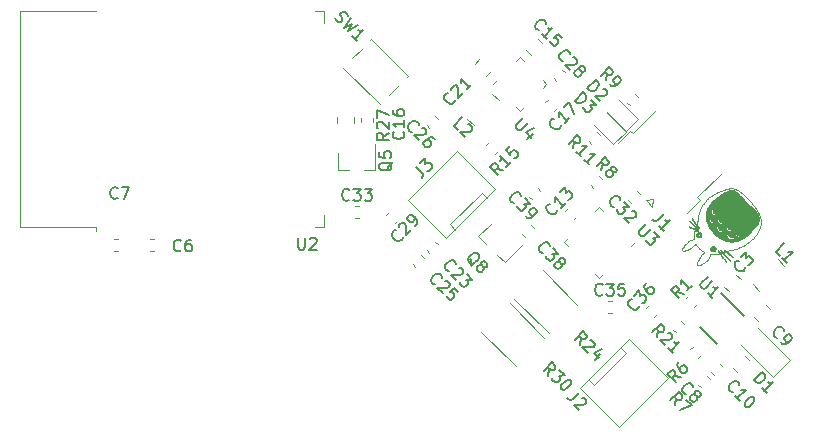
<source format=gbr>
G04 #@! TF.GenerationSoftware,KiCad,Pcbnew,5.1.2*
G04 #@! TF.CreationDate,2019-07-30T21:51:59-07:00*
G04 #@! TF.ProjectId,totoro,746f746f-726f-42e6-9b69-6361645f7063,rev?*
G04 #@! TF.SameCoordinates,Original*
G04 #@! TF.FileFunction,Legend,Top*
G04 #@! TF.FilePolarity,Positive*
%FSLAX46Y46*%
G04 Gerber Fmt 4.6, Leading zero omitted, Abs format (unit mm)*
G04 Created by KiCad (PCBNEW 5.1.2) date 2019-07-30 21:51:59*
%MOMM*%
%LPD*%
G04 APERTURE LIST*
%ADD10C,0.120000*%
%ADD11C,0.037048*%
%ADD12C,0.013229*%
%ADD13C,0.150000*%
%ADD14C,0.100000*%
%ADD15C,1.101600*%
%ADD16C,0.976600*%
%ADD17C,1.781600*%
%ADD18C,0.351600*%
%ADD19C,1.051600*%
%ADD20C,1.451600*%
%ADD21C,1.451600*%
%ADD22C,1.076600*%
%ADD23C,1.201600*%
%ADD24C,0.801600*%
%ADD25C,1.601600*%
%ADD26C,0.501600*%
%ADD27C,1.201600*%
%ADD28C,1.531600*%
%ADD29R,0.901600X1.001600*%
%ADD30C,0.901600*%
%ADD31C,0.751600*%
%ADD32C,0.551600*%
%ADD33R,5.101600X5.101600*%
%ADD34R,1.001600X2.101600*%
%ADD35R,2.101600X1.001600*%
%ADD36C,2.701600*%
G04 APERTURE END LIST*
D10*
X159930922Y-90771034D02*
X160496608Y-91336720D01*
X158375288Y-93458040D02*
X157809602Y-92892354D01*
X182568947Y-107441077D02*
X182003261Y-106875391D01*
X184124581Y-104754071D02*
X184690267Y-105319757D01*
D11*
X176292975Y-104039896D02*
X176319842Y-104033700D01*
X176266832Y-104045236D02*
X176292975Y-104039896D01*
X176129200Y-104059040D02*
X176149491Y-104058933D01*
X176017045Y-104027558D02*
X176025516Y-104034680D01*
X176025516Y-104034680D02*
X176035717Y-104040883D01*
D12*
G36*
X176570685Y-102003460D02*
G01*
X176576775Y-102003794D01*
X176583306Y-102004616D01*
X176597656Y-102007639D01*
X176613671Y-102012363D01*
X176631287Y-102018624D01*
X176650441Y-102026257D01*
X176671067Y-102035096D01*
X176716483Y-102055733D01*
X176767020Y-102079214D01*
X176822166Y-102104220D01*
X176851308Y-102116882D01*
X176881408Y-102129430D01*
X176912405Y-102141698D01*
X176944234Y-102153522D01*
X177024318Y-102183752D01*
X177099047Y-102214986D01*
X177166911Y-102246468D01*
X177197796Y-102262066D01*
X177226398Y-102277444D01*
X177252528Y-102292506D01*
X177275997Y-102307159D01*
X177296616Y-102321309D01*
X177314197Y-102334861D01*
X177328549Y-102347720D01*
X177339487Y-102359793D01*
X177346818Y-102370986D01*
X177349073Y-102376222D01*
X177350355Y-102381203D01*
X177348090Y-102384293D01*
X177344899Y-102386545D01*
X177340799Y-102387987D01*
X177335813Y-102388648D01*
X177329957Y-102388554D01*
X177323253Y-102387733D01*
X177315719Y-102386213D01*
X177307374Y-102384021D01*
X177288330Y-102377736D01*
X177266277Y-102369098D01*
X177241367Y-102358330D01*
X177213758Y-102345653D01*
X177151057Y-102315458D01*
X177079412Y-102280290D01*
X177000060Y-102241922D01*
X176957881Y-102222092D01*
X176914240Y-102202128D01*
X176837443Y-102166617D01*
X176773574Y-102135204D01*
X176721003Y-102107364D01*
X176678103Y-102082576D01*
X176643248Y-102060315D01*
X176614812Y-102040057D01*
X176591167Y-102021281D01*
X176570685Y-102003460D01*
X176570685Y-102003460D01*
G37*
X176570685Y-102003460D02*
X176576775Y-102003794D01*
X176583306Y-102004616D01*
X176597656Y-102007639D01*
X176613671Y-102012363D01*
X176631287Y-102018624D01*
X176650441Y-102026257D01*
X176671067Y-102035096D01*
X176716483Y-102055733D01*
X176767020Y-102079214D01*
X176822166Y-102104220D01*
X176851308Y-102116882D01*
X176881408Y-102129430D01*
X176912405Y-102141698D01*
X176944234Y-102153522D01*
X177024318Y-102183752D01*
X177099047Y-102214986D01*
X177166911Y-102246468D01*
X177197796Y-102262066D01*
X177226398Y-102277444D01*
X177252528Y-102292506D01*
X177275997Y-102307159D01*
X177296616Y-102321309D01*
X177314197Y-102334861D01*
X177328549Y-102347720D01*
X177339487Y-102359793D01*
X177346818Y-102370986D01*
X177349073Y-102376222D01*
X177350355Y-102381203D01*
X177348090Y-102384293D01*
X177344899Y-102386545D01*
X177340799Y-102387987D01*
X177335813Y-102388648D01*
X177329957Y-102388554D01*
X177323253Y-102387733D01*
X177315719Y-102386213D01*
X177307374Y-102384021D01*
X177288330Y-102377736D01*
X177266277Y-102369098D01*
X177241367Y-102358330D01*
X177213758Y-102345653D01*
X177151057Y-102315458D01*
X177079412Y-102280290D01*
X177000060Y-102241922D01*
X176957881Y-102222092D01*
X176914240Y-102202128D01*
X176837443Y-102166617D01*
X176773574Y-102135204D01*
X176721003Y-102107364D01*
X176678103Y-102082576D01*
X176643248Y-102060315D01*
X176614812Y-102040057D01*
X176591167Y-102021281D01*
X176570685Y-102003460D01*
G36*
X179565880Y-103987981D02*
G01*
X179568595Y-103986148D01*
X179572059Y-103985303D01*
X179576257Y-103985414D01*
X179581171Y-103986450D01*
X179586787Y-103988383D01*
X179593087Y-103991184D01*
X179607681Y-103999264D01*
X179624823Y-104010453D01*
X179644387Y-104024510D01*
X179666244Y-104041198D01*
X179690266Y-104060276D01*
X179744297Y-104104649D01*
X179805456Y-104155717D01*
X179872721Y-104211566D01*
X179945069Y-104270284D01*
X180083918Y-104382187D01*
X180141857Y-104430137D01*
X180191834Y-104472846D01*
X180233621Y-104510386D01*
X180266988Y-104542823D01*
X180291708Y-104570231D01*
X180300755Y-104582070D01*
X180307554Y-104592678D01*
X180272685Y-104573177D01*
X180233995Y-104550613D01*
X180190918Y-104524233D01*
X180142888Y-104493284D01*
X180089340Y-104457009D01*
X180029710Y-104414657D01*
X179963433Y-104365474D01*
X179889945Y-104308704D01*
X179816483Y-104249898D01*
X179749825Y-104194435D01*
X179691277Y-104143314D01*
X179642144Y-104097542D01*
X179603732Y-104058118D01*
X179588954Y-104041102D01*
X179577347Y-104026048D01*
X179569072Y-104013084D01*
X179564295Y-104002335D01*
X179563177Y-103993924D01*
X179564041Y-103990636D01*
X179565882Y-103987979D01*
X179565880Y-103987981D01*
X179565880Y-103987981D01*
G37*
X179565880Y-103987981D02*
X179568595Y-103986148D01*
X179572059Y-103985303D01*
X179576257Y-103985414D01*
X179581171Y-103986450D01*
X179586787Y-103988383D01*
X179593087Y-103991184D01*
X179607681Y-103999264D01*
X179624823Y-104010453D01*
X179644387Y-104024510D01*
X179666244Y-104041198D01*
X179690266Y-104060276D01*
X179744297Y-104104649D01*
X179805456Y-104155717D01*
X179872721Y-104211566D01*
X179945069Y-104270284D01*
X180083918Y-104382187D01*
X180141857Y-104430137D01*
X180191834Y-104472846D01*
X180233621Y-104510386D01*
X180266988Y-104542823D01*
X180291708Y-104570231D01*
X180300755Y-104582070D01*
X180307554Y-104592678D01*
X180272685Y-104573177D01*
X180233995Y-104550613D01*
X180190918Y-104524233D01*
X180142888Y-104493284D01*
X180089340Y-104457009D01*
X180029710Y-104414657D01*
X179963433Y-104365474D01*
X179889945Y-104308704D01*
X179816483Y-104249898D01*
X179749825Y-104194435D01*
X179691277Y-104143314D01*
X179642144Y-104097542D01*
X179603732Y-104058118D01*
X179588954Y-104041102D01*
X179577347Y-104026048D01*
X179569072Y-104013084D01*
X179564295Y-104002335D01*
X179563177Y-103993924D01*
X179564041Y-103990636D01*
X179565882Y-103987979D01*
X179565880Y-103987981D01*
G36*
X179383599Y-104485415D02*
G01*
X179409170Y-104526845D01*
X179436841Y-104568045D01*
X179466093Y-104608785D01*
X179496405Y-104648838D01*
X179558135Y-104725962D01*
X179617876Y-104797585D01*
X179671470Y-104861874D01*
X179714763Y-104916998D01*
X179731249Y-104940551D01*
X179743601Y-104961125D01*
X179751299Y-104978491D01*
X179753241Y-104985899D01*
X179753825Y-104992420D01*
X179715787Y-104954439D01*
X179673478Y-104911237D01*
X179620301Y-104855692D01*
X179559747Y-104790654D01*
X179495311Y-104718972D01*
X179462729Y-104681528D01*
X179430485Y-104643494D01*
X179399018Y-104605222D01*
X179368762Y-104567070D01*
X179278559Y-104450005D01*
X179202351Y-104346229D01*
X179140376Y-104256071D01*
X179092873Y-104179861D01*
X179074622Y-104147091D01*
X179060081Y-104117932D01*
X179049276Y-104092424D01*
X179042239Y-104070611D01*
X179038998Y-104052532D01*
X179039586Y-104038229D01*
X179041324Y-104032508D01*
X179044029Y-104027745D01*
X179047707Y-104023947D01*
X179052361Y-104021119D01*
X179097074Y-104071181D01*
X179135961Y-104116218D01*
X179171460Y-104159882D01*
X179188703Y-104182339D01*
X179206015Y-104205822D01*
X179223700Y-104230789D01*
X179242065Y-104257694D01*
X179282051Y-104319149D01*
X179328416Y-104393838D01*
X179383599Y-104485415D01*
X179383599Y-104485415D01*
G37*
X179383599Y-104485415D02*
X179409170Y-104526845D01*
X179436841Y-104568045D01*
X179466093Y-104608785D01*
X179496405Y-104648838D01*
X179558135Y-104725962D01*
X179617876Y-104797585D01*
X179671470Y-104861874D01*
X179714763Y-104916998D01*
X179731249Y-104940551D01*
X179743601Y-104961125D01*
X179751299Y-104978491D01*
X179753241Y-104985899D01*
X179753825Y-104992420D01*
X179715787Y-104954439D01*
X179673478Y-104911237D01*
X179620301Y-104855692D01*
X179559747Y-104790654D01*
X179495311Y-104718972D01*
X179462729Y-104681528D01*
X179430485Y-104643494D01*
X179399018Y-104605222D01*
X179368762Y-104567070D01*
X179278559Y-104450005D01*
X179202351Y-104346229D01*
X179140376Y-104256071D01*
X179092873Y-104179861D01*
X179074622Y-104147091D01*
X179060081Y-104117932D01*
X179049276Y-104092424D01*
X179042239Y-104070611D01*
X179038998Y-104052532D01*
X179039586Y-104038229D01*
X179041324Y-104032508D01*
X179044029Y-104027745D01*
X179047707Y-104023947D01*
X179052361Y-104021119D01*
X179097074Y-104071181D01*
X179135961Y-104116218D01*
X179171460Y-104159882D01*
X179188703Y-104182339D01*
X179206015Y-104205822D01*
X179223700Y-104230789D01*
X179242065Y-104257694D01*
X179282051Y-104319149D01*
X179328416Y-104393838D01*
X179383599Y-104485415D01*
D11*
G36*
X178716785Y-102635757D02*
G01*
X178791581Y-102708204D01*
X178869631Y-102777369D01*
X178950735Y-102843059D01*
X179034693Y-102905078D01*
X179121304Y-102963233D01*
X179210370Y-103017326D01*
X179301689Y-103067167D01*
X179395063Y-103112557D01*
X179490292Y-103153305D01*
X179587174Y-103189215D01*
X179685510Y-103220091D01*
X179785101Y-103245742D01*
X179885746Y-103265969D01*
X179987246Y-103280581D01*
X180089400Y-103289380D01*
X180192009Y-103292175D01*
X180251501Y-103290906D01*
X180311227Y-103287446D01*
X180371106Y-103281845D01*
X180431056Y-103274151D01*
X180491000Y-103264413D01*
X180550859Y-103252680D01*
X180610552Y-103239000D01*
X180669999Y-103223423D01*
X180729120Y-103205999D01*
X180787838Y-103186774D01*
X180846070Y-103165798D01*
X180903739Y-103143121D01*
X180960763Y-103118791D01*
X181017065Y-103092857D01*
X181072563Y-103065367D01*
X181127178Y-103036372D01*
X180874298Y-102855623D01*
X180854592Y-102860120D01*
X180834217Y-102864088D01*
X180813324Y-102867442D01*
X180792067Y-102870103D01*
X180770597Y-102871986D01*
X180749067Y-102873010D01*
X180727629Y-102873092D01*
X180706435Y-102872149D01*
X180685638Y-102870100D01*
X180665390Y-102866860D01*
X180645843Y-102862351D01*
X180636379Y-102859592D01*
X180627150Y-102856486D01*
X180618170Y-102853020D01*
X180609461Y-102849185D01*
X180601043Y-102844971D01*
X180592932Y-102840366D01*
X180585149Y-102835360D01*
X180577713Y-102829944D01*
X180570643Y-102824108D01*
X180563957Y-102817840D01*
X180552318Y-102805823D01*
X180541793Y-102794201D01*
X180532290Y-102782934D01*
X180523712Y-102771980D01*
X180515965Y-102761297D01*
X180508954Y-102750847D01*
X180502584Y-102740585D01*
X180496761Y-102730473D01*
X180491391Y-102720469D01*
X180486378Y-102710531D01*
X180477045Y-102690692D01*
X180458500Y-102650008D01*
X180457691Y-102647783D01*
X180455694Y-102641539D01*
X180454450Y-102637112D01*
X180453151Y-102631921D01*
X180451876Y-102626047D01*
X180450706Y-102619572D01*
X180449722Y-102612576D01*
X180449003Y-102605138D01*
X180448768Y-102601279D01*
X180448630Y-102597340D01*
X180448598Y-102593332D01*
X180448684Y-102589263D01*
X180448896Y-102585144D01*
X180449244Y-102580987D01*
X180449740Y-102576799D01*
X180450393Y-102572592D01*
X180451212Y-102568376D01*
X180452209Y-102564159D01*
X180453392Y-102559953D01*
X180454773Y-102555770D01*
X180185193Y-102363108D01*
X180176976Y-102368764D01*
X180168036Y-102373887D01*
X180158418Y-102378480D01*
X180148165Y-102382547D01*
X180137322Y-102386091D01*
X180125933Y-102389113D01*
X180114042Y-102391617D01*
X180101694Y-102393606D01*
X180088930Y-102395082D01*
X180075799Y-102396050D01*
X180062343Y-102396509D01*
X180048606Y-102396466D01*
X180034632Y-102395922D01*
X180020467Y-102394879D01*
X180006153Y-102393341D01*
X179991736Y-102391310D01*
X179977259Y-102388790D01*
X179962767Y-102385782D01*
X179948303Y-102382291D01*
X179933912Y-102378319D01*
X179919639Y-102373869D01*
X179905527Y-102368943D01*
X179891622Y-102363544D01*
X179877966Y-102357676D01*
X179864604Y-102351340D01*
X179851581Y-102344540D01*
X179838940Y-102337280D01*
X179826727Y-102329560D01*
X179814985Y-102321386D01*
X179803757Y-102312758D01*
X179793090Y-102303680D01*
X179783026Y-102294156D01*
X179769952Y-102279980D01*
X179758043Y-102264854D01*
X179747278Y-102248892D01*
X179737634Y-102232210D01*
X179729093Y-102214922D01*
X179721634Y-102197145D01*
X179715234Y-102178992D01*
X179709877Y-102160580D01*
X179705538Y-102142022D01*
X179702199Y-102123437D01*
X179699838Y-102104935D01*
X179698436Y-102086635D01*
X179697972Y-102068650D01*
X179698424Y-102051097D01*
X179699772Y-102034089D01*
X179701997Y-102017743D01*
X179415883Y-101813225D01*
X179409268Y-101814142D01*
X179402570Y-101814771D01*
X179395795Y-101815135D01*
X179388949Y-101815257D01*
X179382041Y-101815164D01*
X179375078Y-101814879D01*
X179368068Y-101814428D01*
X179361018Y-101813835D01*
X179346825Y-101812322D01*
X179332556Y-101810536D01*
X179318272Y-101808677D01*
X179304031Y-101806940D01*
X179277904Y-101803839D01*
X179264657Y-101802039D01*
X179251323Y-101799966D01*
X179237927Y-101797539D01*
X179224495Y-101794677D01*
X179211052Y-101791300D01*
X179197623Y-101787328D01*
X179184234Y-101782680D01*
X179170911Y-101777276D01*
X179157679Y-101771035D01*
X179144563Y-101763877D01*
X179138057Y-101759929D01*
X179131590Y-101755722D01*
X179125164Y-101751245D01*
X179118783Y-101746489D01*
X179112451Y-101741443D01*
X179106171Y-101736097D01*
X179099945Y-101730442D01*
X179093776Y-101724467D01*
X179083445Y-101713456D01*
X179073741Y-101701758D01*
X179064661Y-101689443D01*
X179056209Y-101676580D01*
X179048384Y-101663239D01*
X179041183Y-101649488D01*
X179034607Y-101635399D01*
X179028658Y-101621040D01*
X179023332Y-101606481D01*
X179018633Y-101591791D01*
X179014557Y-101577040D01*
X179011105Y-101562298D01*
X179008278Y-101547634D01*
X179006075Y-101533116D01*
X179004495Y-101518817D01*
X179003538Y-101504802D01*
X178743935Y-101078207D01*
X178729805Y-101076892D01*
X178715390Y-101074721D01*
X178700749Y-101071716D01*
X178685939Y-101067899D01*
X178671018Y-101063294D01*
X178656043Y-101057922D01*
X178641073Y-101051807D01*
X178626163Y-101044970D01*
X178611373Y-101037434D01*
X178596759Y-101029221D01*
X178582380Y-101020355D01*
X178568292Y-101010856D01*
X178554553Y-101000749D01*
X178541223Y-100990055D01*
X178528356Y-100978796D01*
X178516012Y-100966996D01*
X178510349Y-100961008D01*
X178505012Y-100954711D01*
X178499993Y-100948116D01*
X178495291Y-100941236D01*
X178490897Y-100934084D01*
X178486806Y-100926676D01*
X178483012Y-100919022D01*
X178479511Y-100911135D01*
X178473365Y-100894718D01*
X178468319Y-100877531D01*
X178464333Y-100859677D01*
X178461361Y-100841260D01*
X178459359Y-100822388D01*
X178458283Y-100803162D01*
X178458088Y-100783689D01*
X178458730Y-100764073D01*
X178460164Y-100744419D01*
X178462348Y-100724830D01*
X178465236Y-100705413D01*
X178468783Y-100686271D01*
X178179618Y-101135704D01*
X178293132Y-101280205D01*
X178293606Y-101278330D01*
X178294049Y-101276425D01*
X178294864Y-101272538D01*
X178296353Y-101264633D01*
X178297112Y-101260708D01*
X178297936Y-101256863D01*
X178298385Y-101254986D01*
X178298866Y-101253145D01*
X178299385Y-101251349D01*
X178299946Y-101249602D01*
X178309256Y-101223460D01*
X178319814Y-101196840D01*
X178325462Y-101183958D01*
X178331300Y-101171683D01*
X178337291Y-101160259D01*
X178343393Y-101149928D01*
X178349567Y-101140933D01*
X178355771Y-101133517D01*
X178358873Y-101130476D01*
X178361968Y-101127920D01*
X178365050Y-101125882D01*
X178368115Y-101124388D01*
X178371157Y-101123471D01*
X178374172Y-101123161D01*
X178377155Y-101123488D01*
X178380100Y-101124483D01*
X178383003Y-101126175D01*
X178385859Y-101128595D01*
X178388662Y-101131774D01*
X178391407Y-101135741D01*
X178395243Y-101133368D01*
X178398483Y-101132726D01*
X178401184Y-101133731D01*
X178403403Y-101136301D01*
X178405196Y-101140351D01*
X178406621Y-101145801D01*
X178408591Y-101160564D01*
X178413041Y-101258960D01*
X178415563Y-101290077D01*
X178419552Y-101322474D01*
X178422240Y-101338945D01*
X178425464Y-101355487D01*
X178429284Y-101372017D01*
X178433752Y-101388451D01*
X178438928Y-101404708D01*
X178444868Y-101420704D01*
X178451628Y-101436357D01*
X178459265Y-101451582D01*
X178467836Y-101466298D01*
X178477396Y-101480421D01*
X178488004Y-101493868D01*
X178499715Y-101506556D01*
X178512131Y-101518479D01*
X178524778Y-101529705D01*
X178550542Y-101550211D01*
X178576556Y-101568357D01*
X178602370Y-101584424D01*
X178627530Y-101598695D01*
X178651588Y-101611450D01*
X178694591Y-101633542D01*
X178712635Y-101643441D01*
X178727774Y-101652953D01*
X178739553Y-101662356D01*
X178744044Y-101667107D01*
X178747526Y-101671936D01*
X178749942Y-101676879D01*
X178751239Y-101681972D01*
X178751357Y-101687249D01*
X178750242Y-101692745D01*
X178747837Y-101698497D01*
X178744084Y-101704539D01*
X178738930Y-101710906D01*
X178732315Y-101717634D01*
X178729761Y-101719974D01*
X178726869Y-101722228D01*
X178723651Y-101724395D01*
X178720118Y-101726473D01*
X178716281Y-101728461D01*
X178712154Y-101730357D01*
X178707745Y-101732158D01*
X178703067Y-101733864D01*
X178698133Y-101735473D01*
X178692951Y-101736983D01*
X178687535Y-101738392D01*
X178681895Y-101739699D01*
X178676045Y-101740902D01*
X178669993Y-101741999D01*
X178663752Y-101742989D01*
X178657333Y-101743870D01*
X178920171Y-102078475D01*
X178921502Y-102067717D01*
X178923085Y-102057385D01*
X178924907Y-102047512D01*
X178926958Y-102038131D01*
X178929227Y-102029275D01*
X178931703Y-102020977D01*
X178934373Y-102013269D01*
X178937228Y-102006186D01*
X178940257Y-101999759D01*
X178943447Y-101994023D01*
X178946788Y-101989009D01*
X178950269Y-101984751D01*
X178953880Y-101981282D01*
X178955730Y-101979854D01*
X178957608Y-101978636D01*
X178959512Y-101977631D01*
X178961441Y-101976844D01*
X178963395Y-101976279D01*
X178965372Y-101975941D01*
X178967202Y-101974311D01*
X178969095Y-101973010D01*
X178971050Y-101972034D01*
X178973061Y-101971376D01*
X178975130Y-101971029D01*
X178977252Y-101970987D01*
X178979425Y-101971244D01*
X178981647Y-101971792D01*
X178983915Y-101972626D01*
X178986229Y-101973739D01*
X178988585Y-101975125D01*
X178990980Y-101976778D01*
X178993413Y-101978690D01*
X178995881Y-101980856D01*
X178998381Y-101983268D01*
X179000912Y-101985922D01*
X179003472Y-101988810D01*
X179006057Y-101991925D01*
X179008666Y-101995262D01*
X179011296Y-101998815D01*
X179013944Y-102002576D01*
X179016609Y-102006538D01*
X179021980Y-102015044D01*
X179027389Y-102024283D01*
X179032818Y-102034201D01*
X179038248Y-102044748D01*
X179043660Y-102055874D01*
X179053266Y-102077195D01*
X179063025Y-102099921D01*
X179073506Y-102123753D01*
X179079195Y-102135991D01*
X179085277Y-102148394D01*
X179091824Y-102160923D01*
X179098907Y-102173542D01*
X179106596Y-102186214D01*
X179114962Y-102198901D01*
X179124077Y-102211564D01*
X179134013Y-102224168D01*
X179144839Y-102236674D01*
X179156626Y-102249046D01*
X179163045Y-102255117D01*
X179169948Y-102260996D01*
X179185076Y-102272213D01*
X179201756Y-102282754D01*
X179219737Y-102292676D01*
X179238765Y-102302033D01*
X179258590Y-102310884D01*
X179278957Y-102319285D01*
X179299615Y-102327292D01*
X179380103Y-102356513D01*
X179415526Y-102370230D01*
X179431149Y-102377063D01*
X179445042Y-102383955D01*
X179451928Y-102387790D01*
X179458311Y-102391634D01*
X179464205Y-102395482D01*
X179469626Y-102399329D01*
X179474589Y-102403170D01*
X179479108Y-102407002D01*
X179483199Y-102410818D01*
X179486877Y-102414614D01*
X179490155Y-102418384D01*
X179493050Y-102422126D01*
X179495576Y-102425833D01*
X179497749Y-102429501D01*
X179499582Y-102433123D01*
X179501091Y-102436697D01*
X179502292Y-102440217D01*
X179503198Y-102443678D01*
X179503825Y-102447076D01*
X179504188Y-102450405D01*
X179504302Y-102453660D01*
X179504181Y-102456838D01*
X179503840Y-102459933D01*
X179503295Y-102462939D01*
X179501651Y-102468670D01*
X179499368Y-102473991D01*
X179496564Y-102478863D01*
X179493362Y-102483249D01*
X179489878Y-102487109D01*
X179489293Y-102488680D01*
X179488522Y-102490217D01*
X179487567Y-102491718D01*
X179486433Y-102493185D01*
X179485123Y-102494617D01*
X179483639Y-102496013D01*
X179481987Y-102497372D01*
X179480168Y-102498696D01*
X179478187Y-102499984D01*
X179476048Y-102501235D01*
X179473753Y-102502449D01*
X179471306Y-102503627D01*
X179465972Y-102505872D01*
X179460073Y-102507965D01*
X179453637Y-102509906D01*
X179446691Y-102511693D01*
X179439265Y-102513325D01*
X179431385Y-102514798D01*
X179423080Y-102516114D01*
X179414378Y-102517267D01*
X179405307Y-102518257D01*
X179395895Y-102519082D01*
X179762473Y-102778741D01*
X179759742Y-102768793D01*
X179758549Y-102763888D01*
X179757513Y-102758986D01*
X179756668Y-102754052D01*
X179756044Y-102749055D01*
X179755674Y-102743962D01*
X179755590Y-102738738D01*
X179755824Y-102733352D01*
X179756409Y-102727770D01*
X179757375Y-102721959D01*
X179758011Y-102718958D01*
X179758756Y-102715887D01*
X179759612Y-102712743D01*
X179760585Y-102709521D01*
X179761676Y-102706216D01*
X179762890Y-102702825D01*
X179765708Y-102695770D01*
X179769068Y-102688321D01*
X179773707Y-102678995D01*
X179778276Y-102670684D01*
X179782791Y-102663366D01*
X179787276Y-102657016D01*
X179791745Y-102651612D01*
X179796219Y-102647130D01*
X179800717Y-102643548D01*
X179805257Y-102640840D01*
X179809861Y-102638986D01*
X179814543Y-102637961D01*
X179819327Y-102637742D01*
X179824227Y-102638307D01*
X179829266Y-102639630D01*
X179834460Y-102641691D01*
X179839830Y-102644465D01*
X179845394Y-102647929D01*
X179851171Y-102652060D01*
X179857180Y-102656834D01*
X179863440Y-102662229D01*
X179869969Y-102668221D01*
X179883913Y-102681903D01*
X179899163Y-102697696D01*
X179934188Y-102734866D01*
X179954265Y-102755874D01*
X179976254Y-102778247D01*
X179992374Y-102794300D01*
X180010822Y-102812090D01*
X180031503Y-102830842D01*
X180042652Y-102840335D01*
X180054325Y-102849780D01*
X180066509Y-102859076D01*
X180079194Y-102868129D01*
X180092367Y-102876841D01*
X180106016Y-102885115D01*
X180120132Y-102892854D01*
X180134700Y-102899962D01*
X180149710Y-102906342D01*
X180165151Y-102911895D01*
X180197839Y-102921850D01*
X180230499Y-102930566D01*
X180262751Y-102938218D01*
X180294216Y-102944982D01*
X180404602Y-102966649D01*
X180426432Y-102971593D01*
X180445195Y-102976699D01*
X180460512Y-102982141D01*
X180466759Y-102985042D01*
X180472003Y-102988093D01*
X180476195Y-102991315D01*
X180479288Y-102994732D01*
X180481235Y-102998363D01*
X180481988Y-103002232D01*
X180481500Y-103006358D01*
X180479722Y-103010767D01*
X180476609Y-103015478D01*
X180472111Y-103020513D01*
X180463483Y-103027960D01*
X180453085Y-103034884D01*
X180441024Y-103041280D01*
X180427413Y-103047144D01*
X180412362Y-103052471D01*
X180395981Y-103057253D01*
X180359667Y-103065170D01*
X180319354Y-103070852D01*
X180275923Y-103074258D01*
X180230256Y-103075347D01*
X180183231Y-103074077D01*
X180135735Y-103070407D01*
X180088645Y-103064295D01*
X180042845Y-103055699D01*
X179999213Y-103044578D01*
X179978487Y-103038057D01*
X179958634Y-103030891D01*
X179939764Y-103023072D01*
X179921988Y-103014596D01*
X179905415Y-103005457D01*
X179890156Y-102995651D01*
X179876320Y-102985171D01*
X179864019Y-102974015D01*
X179851709Y-102961226D01*
X179840607Y-102948737D01*
X179830635Y-102936535D01*
X179821711Y-102924607D01*
X179813757Y-102912946D01*
X179806691Y-102901538D01*
X179800434Y-102890373D01*
X179794906Y-102879438D01*
X179790028Y-102868725D01*
X179785718Y-102858220D01*
X179781897Y-102847912D01*
X179778486Y-102837791D01*
X179772571Y-102818064D01*
X179767332Y-102798948D01*
X179766597Y-102796126D01*
X179765954Y-102793458D01*
X179764831Y-102788443D01*
X179763744Y-102783628D01*
X179763144Y-102781211D01*
X179762473Y-102778741D01*
X179395895Y-102519082D01*
X179374690Y-102520243D01*
X179352130Y-102520522D01*
X179328432Y-102519873D01*
X179303816Y-102518251D01*
X179278500Y-102515609D01*
X179252702Y-102511901D01*
X179226640Y-102507080D01*
X179200534Y-102501103D01*
X179174602Y-102493922D01*
X179149061Y-102485490D01*
X179124131Y-102475763D01*
X179100032Y-102464694D01*
X179088361Y-102458642D01*
X179076978Y-102452238D01*
X179065913Y-102445474D01*
X179055192Y-102438347D01*
X179044842Y-102430849D01*
X179034890Y-102422976D01*
X179025364Y-102414722D01*
X179016291Y-102406080D01*
X179008379Y-102397810D01*
X179000846Y-102389223D01*
X178986900Y-102371172D01*
X178974400Y-102352082D01*
X178963296Y-102332103D01*
X178953535Y-102311388D01*
X178945068Y-102290091D01*
X178937842Y-102268361D01*
X178931805Y-102246352D01*
X178926906Y-102224216D01*
X178923094Y-102202104D01*
X178920318Y-102180169D01*
X178918526Y-102158563D01*
X178917667Y-102137439D01*
X178917689Y-102116948D01*
X178918541Y-102097242D01*
X178920171Y-102078475D01*
X178657333Y-101743870D01*
X178640618Y-101745532D01*
X178622896Y-101746373D01*
X178604299Y-101746333D01*
X178584959Y-101745359D01*
X178565008Y-101743390D01*
X178544578Y-101740371D01*
X178523799Y-101736243D01*
X178502805Y-101730949D01*
X178481726Y-101724433D01*
X178460695Y-101716635D01*
X178450238Y-101712239D01*
X178439843Y-101707500D01*
X178429525Y-101702413D01*
X178419301Y-101696970D01*
X178409189Y-101691164D01*
X178399203Y-101684987D01*
X178389361Y-101678432D01*
X178379679Y-101671493D01*
X178370174Y-101664162D01*
X178360862Y-101656433D01*
X178351758Y-101648297D01*
X178342882Y-101639747D01*
X178335847Y-101632251D01*
X178329236Y-101624274D01*
X178323041Y-101615841D01*
X178317254Y-101606975D01*
X178311871Y-101597702D01*
X178306883Y-101588043D01*
X178302282Y-101578023D01*
X178298064Y-101567667D01*
X178290743Y-101546040D01*
X178284863Y-101523353D01*
X178280371Y-101499795D01*
X178277209Y-101475560D01*
X178275322Y-101450838D01*
X178274654Y-101425820D01*
X178275150Y-101400697D01*
X178276754Y-101375661D01*
X178279409Y-101350902D01*
X178283061Y-101326612D01*
X178287654Y-101302983D01*
X178293132Y-101280205D01*
X178179618Y-101135704D01*
X178468783Y-100686271D01*
X178472013Y-100671441D01*
X178475598Y-100656895D01*
X178479524Y-100642688D01*
X178483771Y-100628874D01*
X178488323Y-100615508D01*
X178493163Y-100602643D01*
X178498273Y-100590333D01*
X178503637Y-100578632D01*
X178509236Y-100567597D01*
X178515053Y-100557278D01*
X178521073Y-100547731D01*
X178527278Y-100539010D01*
X178533649Y-100531170D01*
X178540171Y-100524264D01*
X178546824Y-100518345D01*
X178553594Y-100513470D01*
X178562655Y-100511011D01*
X178570650Y-100509685D01*
X178577647Y-100509453D01*
X178583714Y-100510277D01*
X178588921Y-100512116D01*
X178593333Y-100514933D01*
X178597021Y-100518688D01*
X178600053Y-100523342D01*
X178602496Y-100528856D01*
X178604418Y-100535192D01*
X178605888Y-100542309D01*
X178606972Y-100550169D01*
X178608264Y-100567963D01*
X178608837Y-100588260D01*
X178610007Y-100635118D01*
X178611696Y-100661054D01*
X178613054Y-100674512D01*
X178614847Y-100688243D01*
X178617141Y-100702212D01*
X178620006Y-100716377D01*
X178623509Y-100730699D01*
X178627718Y-100745141D01*
X178632703Y-100759662D01*
X178638530Y-100774222D01*
X178645267Y-100788786D01*
X178652985Y-100803311D01*
X178660563Y-100815708D01*
X178668699Y-100827292D01*
X178677332Y-100838110D01*
X178686402Y-100848206D01*
X178695845Y-100857627D01*
X178705602Y-100866416D01*
X178725808Y-100882283D01*
X178746529Y-100896166D01*
X178767270Y-100908427D01*
X178806850Y-100929531D01*
X178824705Y-100939094D01*
X178840614Y-100948480D01*
X178854084Y-100958050D01*
X178859751Y-100963017D01*
X178864624Y-100968166D01*
X178868641Y-100973540D01*
X178871742Y-100979186D01*
X178873864Y-100985149D01*
X178874945Y-100991474D01*
X178874926Y-100998206D01*
X178873744Y-101005391D01*
X178871336Y-101013072D01*
X178867644Y-101021295D01*
X178865440Y-101025380D01*
X178863098Y-101029300D01*
X178860623Y-101033055D01*
X178858016Y-101036648D01*
X178855281Y-101040080D01*
X178852420Y-101043353D01*
X178849437Y-101046468D01*
X178846335Y-101049428D01*
X178843117Y-101052234D01*
X178839785Y-101054887D01*
X178832794Y-101059744D01*
X178825386Y-101064014D01*
X178817586Y-101067708D01*
X178809416Y-101070841D01*
X178800903Y-101073426D01*
X178792069Y-101075478D01*
X178782937Y-101077009D01*
X178773535Y-101078034D01*
X178763884Y-101078567D01*
X178754010Y-101078620D01*
X178743935Y-101078207D01*
X179003538Y-101504802D01*
X179002979Y-101492589D01*
X179002761Y-101486523D01*
X179002637Y-101480525D01*
X179002642Y-101474627D01*
X179002814Y-101468858D01*
X179002975Y-101466031D01*
X179003192Y-101463249D01*
X179003469Y-101460513D01*
X179003813Y-101457829D01*
X179005564Y-101446762D01*
X179007688Y-101435732D01*
X179010197Y-101424832D01*
X179013106Y-101414156D01*
X179016427Y-101403800D01*
X179020173Y-101393857D01*
X179024357Y-101384422D01*
X179028994Y-101375589D01*
X179034095Y-101367453D01*
X179036825Y-101363675D01*
X179039675Y-101360108D01*
X179042649Y-101356762D01*
X179045747Y-101353648D01*
X179048971Y-101350780D01*
X179052324Y-101348169D01*
X179055806Y-101345826D01*
X179059419Y-101343764D01*
X179063165Y-101341993D01*
X179067046Y-101340527D01*
X179071063Y-101339378D01*
X179075218Y-101338554D01*
X179079511Y-101338071D01*
X179083947Y-101337939D01*
X179092567Y-101338386D01*
X179100322Y-101339523D01*
X179107271Y-101341326D01*
X179113478Y-101343773D01*
X179119006Y-101346842D01*
X179123918Y-101350510D01*
X179128276Y-101354755D01*
X179132141Y-101359554D01*
X179135578Y-101364886D01*
X179138649Y-101370726D01*
X179141416Y-101377054D01*
X179143943Y-101383846D01*
X179148522Y-101398735D01*
X179152888Y-101415213D01*
X179157542Y-101433102D01*
X179162984Y-101452220D01*
X179166157Y-101462186D01*
X179169715Y-101472391D01*
X179173721Y-101482814D01*
X179178235Y-101493433D01*
X179183323Y-101504224D01*
X179189047Y-101515166D01*
X179195468Y-101526236D01*
X179202650Y-101537413D01*
X179210653Y-101548672D01*
X179219544Y-101559992D01*
X179229383Y-101571351D01*
X179240231Y-101582726D01*
X179251850Y-101593746D01*
X179263904Y-101604081D01*
X179276325Y-101613770D01*
X179289036Y-101622853D01*
X179315048Y-101639353D01*
X179341359Y-101653889D01*
X179367389Y-101666774D01*
X179392559Y-101678316D01*
X179438000Y-101698619D01*
X179457111Y-101707999D01*
X179473042Y-101717280D01*
X179479635Y-101721980D01*
X179485215Y-101726771D01*
X179489710Y-101731693D01*
X179493048Y-101736784D01*
X179495156Y-101742081D01*
X179495963Y-101747626D01*
X179495394Y-101753457D01*
X179493379Y-101759612D01*
X179489844Y-101766129D01*
X179484717Y-101773050D01*
X179477926Y-101780409D01*
X179469397Y-101788249D01*
X179466424Y-101791080D01*
X179463388Y-101793696D01*
X179460293Y-101796108D01*
X179457140Y-101798325D01*
X179453931Y-101800356D01*
X179450674Y-101802212D01*
X179447366Y-101803902D01*
X179444013Y-101805435D01*
X179440618Y-101806822D01*
X179437182Y-101808071D01*
X179433709Y-101809193D01*
X179430201Y-101810196D01*
X179426662Y-101811092D01*
X179423093Y-101811889D01*
X179419500Y-101812596D01*
X179415883Y-101813225D01*
X179701997Y-102017743D01*
X179703566Y-102009155D01*
X179705376Y-102000807D01*
X179707429Y-101992721D01*
X179709721Y-101984917D01*
X179712252Y-101977416D01*
X179715020Y-101970239D01*
X179718025Y-101963407D01*
X179721264Y-101956939D01*
X179724738Y-101950857D01*
X179728443Y-101945181D01*
X179732379Y-101939933D01*
X179736544Y-101935132D01*
X179740938Y-101930800D01*
X179745559Y-101926956D01*
X179750404Y-101923622D01*
X179755474Y-101920819D01*
X179765955Y-101919204D01*
X179775540Y-101918687D01*
X179784285Y-101919221D01*
X179792250Y-101920760D01*
X179799496Y-101923257D01*
X179806080Y-101926666D01*
X179812061Y-101930939D01*
X179817500Y-101936031D01*
X179822453Y-101941893D01*
X179826981Y-101948481D01*
X179831143Y-101955746D01*
X179834997Y-101963643D01*
X179838602Y-101972124D01*
X179842018Y-101981143D01*
X179848519Y-102000608D01*
X179861842Y-102043939D01*
X179869608Y-102067058D01*
X179873975Y-102078818D01*
X179878742Y-102090648D01*
X179883969Y-102102503D01*
X179889714Y-102114336D01*
X179896037Y-102126100D01*
X179902996Y-102137748D01*
X179910651Y-102149233D01*
X179919060Y-102160510D01*
X179928283Y-102171531D01*
X179938380Y-102182250D01*
X179949046Y-102192302D01*
X179959918Y-102201399D01*
X179970960Y-102209603D01*
X179982137Y-102216980D01*
X179993412Y-102223593D01*
X180004751Y-102229505D01*
X180016117Y-102234781D01*
X180027474Y-102239485D01*
X180050021Y-102247430D01*
X180072108Y-102253853D01*
X180113754Y-102264173D01*
X180132744Y-102269094D01*
X180150132Y-102274536D01*
X180158135Y-102277612D01*
X180165631Y-102281011D01*
X180172582Y-102284796D01*
X180178956Y-102289030D01*
X180184715Y-102293779D01*
X180189822Y-102299106D01*
X180194245Y-102305074D01*
X180197946Y-102311748D01*
X180200888Y-102319190D01*
X180203038Y-102327467D01*
X180204360Y-102336640D01*
X180204816Y-102346775D01*
X180203854Y-102347970D01*
X180202832Y-102349125D01*
X180201756Y-102350243D01*
X180200629Y-102351329D01*
X180199459Y-102352387D01*
X180198249Y-102353418D01*
X180195735Y-102355418D01*
X180185193Y-102363108D01*
X180454773Y-102555770D01*
X180455794Y-102553031D01*
X180456905Y-102550309D01*
X180458111Y-102547605D01*
X180459415Y-102544923D01*
X180460819Y-102542265D01*
X180462326Y-102539635D01*
X180463940Y-102537037D01*
X180465665Y-102534471D01*
X180467501Y-102531941D01*
X180469455Y-102529452D01*
X180471527Y-102527004D01*
X180473722Y-102524601D01*
X180476042Y-102522247D01*
X180478491Y-102519943D01*
X180481071Y-102517694D01*
X180483787Y-102515502D01*
X180489532Y-102512533D01*
X180495088Y-102510293D01*
X180500476Y-102508766D01*
X180505717Y-102507927D01*
X180510835Y-102507758D01*
X180515849Y-102508238D01*
X180520782Y-102509344D01*
X180525655Y-102511059D01*
X180530490Y-102513360D01*
X180535309Y-102516227D01*
X180540132Y-102519641D01*
X180544983Y-102523578D01*
X180549882Y-102528020D01*
X180554851Y-102532946D01*
X180559911Y-102538336D01*
X180565085Y-102544167D01*
X180575858Y-102557076D01*
X180587344Y-102571508D01*
X180613145Y-102604284D01*
X180627806Y-102622298D01*
X180643871Y-102641176D01*
X180661513Y-102660754D01*
X180670980Y-102670754D01*
X180680906Y-102680867D01*
X180685072Y-102684727D01*
X180689578Y-102688338D01*
X180694407Y-102691710D01*
X180699538Y-102694853D01*
X180704954Y-102697778D01*
X180710633Y-102700497D01*
X180722712Y-102705352D01*
X180735619Y-102709503D01*
X180749203Y-102713035D01*
X180763313Y-102716030D01*
X180777794Y-102718575D01*
X180792492Y-102720752D01*
X180807259Y-102722647D01*
X180836378Y-102725921D01*
X180863931Y-102729071D01*
X180876737Y-102730812D01*
X180888694Y-102732773D01*
X180905829Y-102736131D01*
X180921679Y-102739693D01*
X180936223Y-102743451D01*
X180949440Y-102747389D01*
X180961308Y-102751498D01*
X180971803Y-102755765D01*
X180980908Y-102760178D01*
X180988598Y-102764725D01*
X180994852Y-102769394D01*
X180997435Y-102771770D01*
X180999650Y-102774174D01*
X181001495Y-102776600D01*
X181002968Y-102779050D01*
X181004065Y-102781522D01*
X181004786Y-102784013D01*
X181005125Y-102786523D01*
X181005080Y-102789050D01*
X181004651Y-102791592D01*
X181003832Y-102794149D01*
X181002623Y-102796718D01*
X181001019Y-102799297D01*
X180999018Y-102801887D01*
X180996618Y-102804484D01*
X180993164Y-102807623D01*
X180989014Y-102810836D01*
X180984199Y-102814110D01*
X180978748Y-102817430D01*
X180972688Y-102820782D01*
X180966050Y-102824150D01*
X180958864Y-102827522D01*
X180951157Y-102830881D01*
X180942960Y-102834215D01*
X180934302Y-102837509D01*
X180925211Y-102840748D01*
X180915717Y-102843919D01*
X180905850Y-102847006D01*
X180895638Y-102849995D01*
X180885111Y-102852872D01*
X180874298Y-102855623D01*
X181127178Y-103036372D01*
X181190626Y-103000146D01*
X181252595Y-102961961D01*
X181312948Y-102921895D01*
X181371552Y-102880023D01*
X181428270Y-102836422D01*
X181482965Y-102791169D01*
X181535503Y-102744341D01*
X181585746Y-102696012D01*
X181756492Y-102528216D01*
X181863662Y-102421817D01*
X181978182Y-102305006D01*
X182094668Y-102181221D01*
X182207738Y-102053903D01*
X182261308Y-101989994D01*
X182312005Y-101926491D01*
X182359155Y-101863826D01*
X182402084Y-101802426D01*
X182427308Y-101761650D01*
X182449309Y-101719651D01*
X182468186Y-101676585D01*
X182484028Y-101632606D01*
X182496929Y-101587865D01*
X182506984Y-101542519D01*
X182514283Y-101496719D01*
X182518923Y-101450621D01*
X182520993Y-101404376D01*
X182520589Y-101358139D01*
X182517802Y-101312063D01*
X182512727Y-101266302D01*
X182505457Y-101221010D01*
X182496084Y-101176339D01*
X182484701Y-101132446D01*
X182471403Y-101089480D01*
X182454969Y-101043579D01*
X182437060Y-100999397D01*
X182417713Y-100956824D01*
X182396966Y-100915751D01*
X182351425Y-100837658D01*
X182300741Y-100764240D01*
X182245219Y-100694613D01*
X182185163Y-100627899D01*
X182120878Y-100563215D01*
X182052667Y-100499680D01*
X181905688Y-100372536D01*
X181746660Y-100239416D01*
X181578020Y-100093275D01*
X181490856Y-100013120D01*
X181402202Y-99927065D01*
X181336467Y-99858357D01*
X181271176Y-99785088D01*
X181140963Y-99629538D01*
X181009645Y-99469775D01*
X180942973Y-99391240D01*
X180875307Y-99315161D01*
X180806405Y-99242710D01*
X180736029Y-99175055D01*
X180663940Y-99113367D01*
X180589897Y-99058817D01*
X180513662Y-99012573D01*
X180474646Y-98992932D01*
X180434994Y-98975807D01*
X180394673Y-98961343D01*
X180353653Y-98949687D01*
X180311907Y-98940986D01*
X180269402Y-98935385D01*
X180216881Y-98932422D01*
X180163343Y-98933133D01*
X180108887Y-98937359D01*
X180053607Y-98944949D01*
X179997600Y-98955745D01*
X179940960Y-98969595D01*
X179826173Y-99005831D01*
X179710014Y-99052421D01*
X179593253Y-99108125D01*
X179476659Y-99171704D01*
X179361001Y-99241921D01*
X179247048Y-99317535D01*
X179135571Y-99397310D01*
X179027336Y-99480006D01*
X178923115Y-99564385D01*
X178823676Y-99649209D01*
X178729788Y-99733237D01*
X178561743Y-99893959D01*
X178506729Y-99951172D01*
X178454687Y-100009780D01*
X178405615Y-100069734D01*
X178359510Y-100130989D01*
X178316370Y-100193498D01*
X178276189Y-100257213D01*
X178238966Y-100322089D01*
X178204697Y-100388079D01*
X178173379Y-100455136D01*
X178145010Y-100523214D01*
X178119587Y-100592266D01*
X178097105Y-100662244D01*
X178077564Y-100733103D01*
X178060958Y-100804796D01*
X178047285Y-100877276D01*
X178036542Y-100950498D01*
X178030842Y-101005029D01*
X178027407Y-101059923D01*
X178026175Y-101115123D01*
X178027088Y-101170574D01*
X178035105Y-101282001D01*
X178050979Y-101393756D01*
X178074229Y-101505391D01*
X178104375Y-101616457D01*
X178140937Y-101726504D01*
X178183435Y-101835086D01*
X178231389Y-101941753D01*
X178284319Y-102046057D01*
X178341745Y-102147549D01*
X178403188Y-102245781D01*
X178468165Y-102340304D01*
X178536199Y-102430670D01*
X178606808Y-102516428D01*
X178679514Y-102597134D01*
X178688743Y-102606864D01*
X178698033Y-102616547D01*
X178707380Y-102626178D01*
X178716785Y-102635757D01*
X178716785Y-102635757D01*
G37*
X178716785Y-102635757D02*
X178791581Y-102708204D01*
X178869631Y-102777369D01*
X178950735Y-102843059D01*
X179034693Y-102905078D01*
X179121304Y-102963233D01*
X179210370Y-103017326D01*
X179301689Y-103067167D01*
X179395063Y-103112557D01*
X179490292Y-103153305D01*
X179587174Y-103189215D01*
X179685510Y-103220091D01*
X179785101Y-103245742D01*
X179885746Y-103265969D01*
X179987246Y-103280581D01*
X180089400Y-103289380D01*
X180192009Y-103292175D01*
X180251501Y-103290906D01*
X180311227Y-103287446D01*
X180371106Y-103281845D01*
X180431056Y-103274151D01*
X180491000Y-103264413D01*
X180550859Y-103252680D01*
X180610552Y-103239000D01*
X180669999Y-103223423D01*
X180729120Y-103205999D01*
X180787838Y-103186774D01*
X180846070Y-103165798D01*
X180903739Y-103143121D01*
X180960763Y-103118791D01*
X181017065Y-103092857D01*
X181072563Y-103065367D01*
X181127178Y-103036372D01*
X180874298Y-102855623D01*
X180854592Y-102860120D01*
X180834217Y-102864088D01*
X180813324Y-102867442D01*
X180792067Y-102870103D01*
X180770597Y-102871986D01*
X180749067Y-102873010D01*
X180727629Y-102873092D01*
X180706435Y-102872149D01*
X180685638Y-102870100D01*
X180665390Y-102866860D01*
X180645843Y-102862351D01*
X180636379Y-102859592D01*
X180627150Y-102856486D01*
X180618170Y-102853020D01*
X180609461Y-102849185D01*
X180601043Y-102844971D01*
X180592932Y-102840366D01*
X180585149Y-102835360D01*
X180577713Y-102829944D01*
X180570643Y-102824108D01*
X180563957Y-102817840D01*
X180552318Y-102805823D01*
X180541793Y-102794201D01*
X180532290Y-102782934D01*
X180523712Y-102771980D01*
X180515965Y-102761297D01*
X180508954Y-102750847D01*
X180502584Y-102740585D01*
X180496761Y-102730473D01*
X180491391Y-102720469D01*
X180486378Y-102710531D01*
X180477045Y-102690692D01*
X180458500Y-102650008D01*
X180457691Y-102647783D01*
X180455694Y-102641539D01*
X180454450Y-102637112D01*
X180453151Y-102631921D01*
X180451876Y-102626047D01*
X180450706Y-102619572D01*
X180449722Y-102612576D01*
X180449003Y-102605138D01*
X180448768Y-102601279D01*
X180448630Y-102597340D01*
X180448598Y-102593332D01*
X180448684Y-102589263D01*
X180448896Y-102585144D01*
X180449244Y-102580987D01*
X180449740Y-102576799D01*
X180450393Y-102572592D01*
X180451212Y-102568376D01*
X180452209Y-102564159D01*
X180453392Y-102559953D01*
X180454773Y-102555770D01*
X180185193Y-102363108D01*
X180176976Y-102368764D01*
X180168036Y-102373887D01*
X180158418Y-102378480D01*
X180148165Y-102382547D01*
X180137322Y-102386091D01*
X180125933Y-102389113D01*
X180114042Y-102391617D01*
X180101694Y-102393606D01*
X180088930Y-102395082D01*
X180075799Y-102396050D01*
X180062343Y-102396509D01*
X180048606Y-102396466D01*
X180034632Y-102395922D01*
X180020467Y-102394879D01*
X180006153Y-102393341D01*
X179991736Y-102391310D01*
X179977259Y-102388790D01*
X179962767Y-102385782D01*
X179948303Y-102382291D01*
X179933912Y-102378319D01*
X179919639Y-102373869D01*
X179905527Y-102368943D01*
X179891622Y-102363544D01*
X179877966Y-102357676D01*
X179864604Y-102351340D01*
X179851581Y-102344540D01*
X179838940Y-102337280D01*
X179826727Y-102329560D01*
X179814985Y-102321386D01*
X179803757Y-102312758D01*
X179793090Y-102303680D01*
X179783026Y-102294156D01*
X179769952Y-102279980D01*
X179758043Y-102264854D01*
X179747278Y-102248892D01*
X179737634Y-102232210D01*
X179729093Y-102214922D01*
X179721634Y-102197145D01*
X179715234Y-102178992D01*
X179709877Y-102160580D01*
X179705538Y-102142022D01*
X179702199Y-102123437D01*
X179699838Y-102104935D01*
X179698436Y-102086635D01*
X179697972Y-102068650D01*
X179698424Y-102051097D01*
X179699772Y-102034089D01*
X179701997Y-102017743D01*
X179415883Y-101813225D01*
X179409268Y-101814142D01*
X179402570Y-101814771D01*
X179395795Y-101815135D01*
X179388949Y-101815257D01*
X179382041Y-101815164D01*
X179375078Y-101814879D01*
X179368068Y-101814428D01*
X179361018Y-101813835D01*
X179346825Y-101812322D01*
X179332556Y-101810536D01*
X179318272Y-101808677D01*
X179304031Y-101806940D01*
X179277904Y-101803839D01*
X179264657Y-101802039D01*
X179251323Y-101799966D01*
X179237927Y-101797539D01*
X179224495Y-101794677D01*
X179211052Y-101791300D01*
X179197623Y-101787328D01*
X179184234Y-101782680D01*
X179170911Y-101777276D01*
X179157679Y-101771035D01*
X179144563Y-101763877D01*
X179138057Y-101759929D01*
X179131590Y-101755722D01*
X179125164Y-101751245D01*
X179118783Y-101746489D01*
X179112451Y-101741443D01*
X179106171Y-101736097D01*
X179099945Y-101730442D01*
X179093776Y-101724467D01*
X179083445Y-101713456D01*
X179073741Y-101701758D01*
X179064661Y-101689443D01*
X179056209Y-101676580D01*
X179048384Y-101663239D01*
X179041183Y-101649488D01*
X179034607Y-101635399D01*
X179028658Y-101621040D01*
X179023332Y-101606481D01*
X179018633Y-101591791D01*
X179014557Y-101577040D01*
X179011105Y-101562298D01*
X179008278Y-101547634D01*
X179006075Y-101533116D01*
X179004495Y-101518817D01*
X179003538Y-101504802D01*
X178743935Y-101078207D01*
X178729805Y-101076892D01*
X178715390Y-101074721D01*
X178700749Y-101071716D01*
X178685939Y-101067899D01*
X178671018Y-101063294D01*
X178656043Y-101057922D01*
X178641073Y-101051807D01*
X178626163Y-101044970D01*
X178611373Y-101037434D01*
X178596759Y-101029221D01*
X178582380Y-101020355D01*
X178568292Y-101010856D01*
X178554553Y-101000749D01*
X178541223Y-100990055D01*
X178528356Y-100978796D01*
X178516012Y-100966996D01*
X178510349Y-100961008D01*
X178505012Y-100954711D01*
X178499993Y-100948116D01*
X178495291Y-100941236D01*
X178490897Y-100934084D01*
X178486806Y-100926676D01*
X178483012Y-100919022D01*
X178479511Y-100911135D01*
X178473365Y-100894718D01*
X178468319Y-100877531D01*
X178464333Y-100859677D01*
X178461361Y-100841260D01*
X178459359Y-100822388D01*
X178458283Y-100803162D01*
X178458088Y-100783689D01*
X178458730Y-100764073D01*
X178460164Y-100744419D01*
X178462348Y-100724830D01*
X178465236Y-100705413D01*
X178468783Y-100686271D01*
X178179618Y-101135704D01*
X178293132Y-101280205D01*
X178293606Y-101278330D01*
X178294049Y-101276425D01*
X178294864Y-101272538D01*
X178296353Y-101264633D01*
X178297112Y-101260708D01*
X178297936Y-101256863D01*
X178298385Y-101254986D01*
X178298866Y-101253145D01*
X178299385Y-101251349D01*
X178299946Y-101249602D01*
X178309256Y-101223460D01*
X178319814Y-101196840D01*
X178325462Y-101183958D01*
X178331300Y-101171683D01*
X178337291Y-101160259D01*
X178343393Y-101149928D01*
X178349567Y-101140933D01*
X178355771Y-101133517D01*
X178358873Y-101130476D01*
X178361968Y-101127920D01*
X178365050Y-101125882D01*
X178368115Y-101124388D01*
X178371157Y-101123471D01*
X178374172Y-101123161D01*
X178377155Y-101123488D01*
X178380100Y-101124483D01*
X178383003Y-101126175D01*
X178385859Y-101128595D01*
X178388662Y-101131774D01*
X178391407Y-101135741D01*
X178395243Y-101133368D01*
X178398483Y-101132726D01*
X178401184Y-101133731D01*
X178403403Y-101136301D01*
X178405196Y-101140351D01*
X178406621Y-101145801D01*
X178408591Y-101160564D01*
X178413041Y-101258960D01*
X178415563Y-101290077D01*
X178419552Y-101322474D01*
X178422240Y-101338945D01*
X178425464Y-101355487D01*
X178429284Y-101372017D01*
X178433752Y-101388451D01*
X178438928Y-101404708D01*
X178444868Y-101420704D01*
X178451628Y-101436357D01*
X178459265Y-101451582D01*
X178467836Y-101466298D01*
X178477396Y-101480421D01*
X178488004Y-101493868D01*
X178499715Y-101506556D01*
X178512131Y-101518479D01*
X178524778Y-101529705D01*
X178550542Y-101550211D01*
X178576556Y-101568357D01*
X178602370Y-101584424D01*
X178627530Y-101598695D01*
X178651588Y-101611450D01*
X178694591Y-101633542D01*
X178712635Y-101643441D01*
X178727774Y-101652953D01*
X178739553Y-101662356D01*
X178744044Y-101667107D01*
X178747526Y-101671936D01*
X178749942Y-101676879D01*
X178751239Y-101681972D01*
X178751357Y-101687249D01*
X178750242Y-101692745D01*
X178747837Y-101698497D01*
X178744084Y-101704539D01*
X178738930Y-101710906D01*
X178732315Y-101717634D01*
X178729761Y-101719974D01*
X178726869Y-101722228D01*
X178723651Y-101724395D01*
X178720118Y-101726473D01*
X178716281Y-101728461D01*
X178712154Y-101730357D01*
X178707745Y-101732158D01*
X178703067Y-101733864D01*
X178698133Y-101735473D01*
X178692951Y-101736983D01*
X178687535Y-101738392D01*
X178681895Y-101739699D01*
X178676045Y-101740902D01*
X178669993Y-101741999D01*
X178663752Y-101742989D01*
X178657333Y-101743870D01*
X178920171Y-102078475D01*
X178921502Y-102067717D01*
X178923085Y-102057385D01*
X178924907Y-102047512D01*
X178926958Y-102038131D01*
X178929227Y-102029275D01*
X178931703Y-102020977D01*
X178934373Y-102013269D01*
X178937228Y-102006186D01*
X178940257Y-101999759D01*
X178943447Y-101994023D01*
X178946788Y-101989009D01*
X178950269Y-101984751D01*
X178953880Y-101981282D01*
X178955730Y-101979854D01*
X178957608Y-101978636D01*
X178959512Y-101977631D01*
X178961441Y-101976844D01*
X178963395Y-101976279D01*
X178965372Y-101975941D01*
X178967202Y-101974311D01*
X178969095Y-101973010D01*
X178971050Y-101972034D01*
X178973061Y-101971376D01*
X178975130Y-101971029D01*
X178977252Y-101970987D01*
X178979425Y-101971244D01*
X178981647Y-101971792D01*
X178983915Y-101972626D01*
X178986229Y-101973739D01*
X178988585Y-101975125D01*
X178990980Y-101976778D01*
X178993413Y-101978690D01*
X178995881Y-101980856D01*
X178998381Y-101983268D01*
X179000912Y-101985922D01*
X179003472Y-101988810D01*
X179006057Y-101991925D01*
X179008666Y-101995262D01*
X179011296Y-101998815D01*
X179013944Y-102002576D01*
X179016609Y-102006538D01*
X179021980Y-102015044D01*
X179027389Y-102024283D01*
X179032818Y-102034201D01*
X179038248Y-102044748D01*
X179043660Y-102055874D01*
X179053266Y-102077195D01*
X179063025Y-102099921D01*
X179073506Y-102123753D01*
X179079195Y-102135991D01*
X179085277Y-102148394D01*
X179091824Y-102160923D01*
X179098907Y-102173542D01*
X179106596Y-102186214D01*
X179114962Y-102198901D01*
X179124077Y-102211564D01*
X179134013Y-102224168D01*
X179144839Y-102236674D01*
X179156626Y-102249046D01*
X179163045Y-102255117D01*
X179169948Y-102260996D01*
X179185076Y-102272213D01*
X179201756Y-102282754D01*
X179219737Y-102292676D01*
X179238765Y-102302033D01*
X179258590Y-102310884D01*
X179278957Y-102319285D01*
X179299615Y-102327292D01*
X179380103Y-102356513D01*
X179415526Y-102370230D01*
X179431149Y-102377063D01*
X179445042Y-102383955D01*
X179451928Y-102387790D01*
X179458311Y-102391634D01*
X179464205Y-102395482D01*
X179469626Y-102399329D01*
X179474589Y-102403170D01*
X179479108Y-102407002D01*
X179483199Y-102410818D01*
X179486877Y-102414614D01*
X179490155Y-102418384D01*
X179493050Y-102422126D01*
X179495576Y-102425833D01*
X179497749Y-102429501D01*
X179499582Y-102433123D01*
X179501091Y-102436697D01*
X179502292Y-102440217D01*
X179503198Y-102443678D01*
X179503825Y-102447076D01*
X179504188Y-102450405D01*
X179504302Y-102453660D01*
X179504181Y-102456838D01*
X179503840Y-102459933D01*
X179503295Y-102462939D01*
X179501651Y-102468670D01*
X179499368Y-102473991D01*
X179496564Y-102478863D01*
X179493362Y-102483249D01*
X179489878Y-102487109D01*
X179489293Y-102488680D01*
X179488522Y-102490217D01*
X179487567Y-102491718D01*
X179486433Y-102493185D01*
X179485123Y-102494617D01*
X179483639Y-102496013D01*
X179481987Y-102497372D01*
X179480168Y-102498696D01*
X179478187Y-102499984D01*
X179476048Y-102501235D01*
X179473753Y-102502449D01*
X179471306Y-102503627D01*
X179465972Y-102505872D01*
X179460073Y-102507965D01*
X179453637Y-102509906D01*
X179446691Y-102511693D01*
X179439265Y-102513325D01*
X179431385Y-102514798D01*
X179423080Y-102516114D01*
X179414378Y-102517267D01*
X179405307Y-102518257D01*
X179395895Y-102519082D01*
X179762473Y-102778741D01*
X179759742Y-102768793D01*
X179758549Y-102763888D01*
X179757513Y-102758986D01*
X179756668Y-102754052D01*
X179756044Y-102749055D01*
X179755674Y-102743962D01*
X179755590Y-102738738D01*
X179755824Y-102733352D01*
X179756409Y-102727770D01*
X179757375Y-102721959D01*
X179758011Y-102718958D01*
X179758756Y-102715887D01*
X179759612Y-102712743D01*
X179760585Y-102709521D01*
X179761676Y-102706216D01*
X179762890Y-102702825D01*
X179765708Y-102695770D01*
X179769068Y-102688321D01*
X179773707Y-102678995D01*
X179778276Y-102670684D01*
X179782791Y-102663366D01*
X179787276Y-102657016D01*
X179791745Y-102651612D01*
X179796219Y-102647130D01*
X179800717Y-102643548D01*
X179805257Y-102640840D01*
X179809861Y-102638986D01*
X179814543Y-102637961D01*
X179819327Y-102637742D01*
X179824227Y-102638307D01*
X179829266Y-102639630D01*
X179834460Y-102641691D01*
X179839830Y-102644465D01*
X179845394Y-102647929D01*
X179851171Y-102652060D01*
X179857180Y-102656834D01*
X179863440Y-102662229D01*
X179869969Y-102668221D01*
X179883913Y-102681903D01*
X179899163Y-102697696D01*
X179934188Y-102734866D01*
X179954265Y-102755874D01*
X179976254Y-102778247D01*
X179992374Y-102794300D01*
X180010822Y-102812090D01*
X180031503Y-102830842D01*
X180042652Y-102840335D01*
X180054325Y-102849780D01*
X180066509Y-102859076D01*
X180079194Y-102868129D01*
X180092367Y-102876841D01*
X180106016Y-102885115D01*
X180120132Y-102892854D01*
X180134700Y-102899962D01*
X180149710Y-102906342D01*
X180165151Y-102911895D01*
X180197839Y-102921850D01*
X180230499Y-102930566D01*
X180262751Y-102938218D01*
X180294216Y-102944982D01*
X180404602Y-102966649D01*
X180426432Y-102971593D01*
X180445195Y-102976699D01*
X180460512Y-102982141D01*
X180466759Y-102985042D01*
X180472003Y-102988093D01*
X180476195Y-102991315D01*
X180479288Y-102994732D01*
X180481235Y-102998363D01*
X180481988Y-103002232D01*
X180481500Y-103006358D01*
X180479722Y-103010767D01*
X180476609Y-103015478D01*
X180472111Y-103020513D01*
X180463483Y-103027960D01*
X180453085Y-103034884D01*
X180441024Y-103041280D01*
X180427413Y-103047144D01*
X180412362Y-103052471D01*
X180395981Y-103057253D01*
X180359667Y-103065170D01*
X180319354Y-103070852D01*
X180275923Y-103074258D01*
X180230256Y-103075347D01*
X180183231Y-103074077D01*
X180135735Y-103070407D01*
X180088645Y-103064295D01*
X180042845Y-103055699D01*
X179999213Y-103044578D01*
X179978487Y-103038057D01*
X179958634Y-103030891D01*
X179939764Y-103023072D01*
X179921988Y-103014596D01*
X179905415Y-103005457D01*
X179890156Y-102995651D01*
X179876320Y-102985171D01*
X179864019Y-102974015D01*
X179851709Y-102961226D01*
X179840607Y-102948737D01*
X179830635Y-102936535D01*
X179821711Y-102924607D01*
X179813757Y-102912946D01*
X179806691Y-102901538D01*
X179800434Y-102890373D01*
X179794906Y-102879438D01*
X179790028Y-102868725D01*
X179785718Y-102858220D01*
X179781897Y-102847912D01*
X179778486Y-102837791D01*
X179772571Y-102818064D01*
X179767332Y-102798948D01*
X179766597Y-102796126D01*
X179765954Y-102793458D01*
X179764831Y-102788443D01*
X179763744Y-102783628D01*
X179763144Y-102781211D01*
X179762473Y-102778741D01*
X179395895Y-102519082D01*
X179374690Y-102520243D01*
X179352130Y-102520522D01*
X179328432Y-102519873D01*
X179303816Y-102518251D01*
X179278500Y-102515609D01*
X179252702Y-102511901D01*
X179226640Y-102507080D01*
X179200534Y-102501103D01*
X179174602Y-102493922D01*
X179149061Y-102485490D01*
X179124131Y-102475763D01*
X179100032Y-102464694D01*
X179088361Y-102458642D01*
X179076978Y-102452238D01*
X179065913Y-102445474D01*
X179055192Y-102438347D01*
X179044842Y-102430849D01*
X179034890Y-102422976D01*
X179025364Y-102414722D01*
X179016291Y-102406080D01*
X179008379Y-102397810D01*
X179000846Y-102389223D01*
X178986900Y-102371172D01*
X178974400Y-102352082D01*
X178963296Y-102332103D01*
X178953535Y-102311388D01*
X178945068Y-102290091D01*
X178937842Y-102268361D01*
X178931805Y-102246352D01*
X178926906Y-102224216D01*
X178923094Y-102202104D01*
X178920318Y-102180169D01*
X178918526Y-102158563D01*
X178917667Y-102137439D01*
X178917689Y-102116948D01*
X178918541Y-102097242D01*
X178920171Y-102078475D01*
X178657333Y-101743870D01*
X178640618Y-101745532D01*
X178622896Y-101746373D01*
X178604299Y-101746333D01*
X178584959Y-101745359D01*
X178565008Y-101743390D01*
X178544578Y-101740371D01*
X178523799Y-101736243D01*
X178502805Y-101730949D01*
X178481726Y-101724433D01*
X178460695Y-101716635D01*
X178450238Y-101712239D01*
X178439843Y-101707500D01*
X178429525Y-101702413D01*
X178419301Y-101696970D01*
X178409189Y-101691164D01*
X178399203Y-101684987D01*
X178389361Y-101678432D01*
X178379679Y-101671493D01*
X178370174Y-101664162D01*
X178360862Y-101656433D01*
X178351758Y-101648297D01*
X178342882Y-101639747D01*
X178335847Y-101632251D01*
X178329236Y-101624274D01*
X178323041Y-101615841D01*
X178317254Y-101606975D01*
X178311871Y-101597702D01*
X178306883Y-101588043D01*
X178302282Y-101578023D01*
X178298064Y-101567667D01*
X178290743Y-101546040D01*
X178284863Y-101523353D01*
X178280371Y-101499795D01*
X178277209Y-101475560D01*
X178275322Y-101450838D01*
X178274654Y-101425820D01*
X178275150Y-101400697D01*
X178276754Y-101375661D01*
X178279409Y-101350902D01*
X178283061Y-101326612D01*
X178287654Y-101302983D01*
X178293132Y-101280205D01*
X178179618Y-101135704D01*
X178468783Y-100686271D01*
X178472013Y-100671441D01*
X178475598Y-100656895D01*
X178479524Y-100642688D01*
X178483771Y-100628874D01*
X178488323Y-100615508D01*
X178493163Y-100602643D01*
X178498273Y-100590333D01*
X178503637Y-100578632D01*
X178509236Y-100567597D01*
X178515053Y-100557278D01*
X178521073Y-100547731D01*
X178527278Y-100539010D01*
X178533649Y-100531170D01*
X178540171Y-100524264D01*
X178546824Y-100518345D01*
X178553594Y-100513470D01*
X178562655Y-100511011D01*
X178570650Y-100509685D01*
X178577647Y-100509453D01*
X178583714Y-100510277D01*
X178588921Y-100512116D01*
X178593333Y-100514933D01*
X178597021Y-100518688D01*
X178600053Y-100523342D01*
X178602496Y-100528856D01*
X178604418Y-100535192D01*
X178605888Y-100542309D01*
X178606972Y-100550169D01*
X178608264Y-100567963D01*
X178608837Y-100588260D01*
X178610007Y-100635118D01*
X178611696Y-100661054D01*
X178613054Y-100674512D01*
X178614847Y-100688243D01*
X178617141Y-100702212D01*
X178620006Y-100716377D01*
X178623509Y-100730699D01*
X178627718Y-100745141D01*
X178632703Y-100759662D01*
X178638530Y-100774222D01*
X178645267Y-100788786D01*
X178652985Y-100803311D01*
X178660563Y-100815708D01*
X178668699Y-100827292D01*
X178677332Y-100838110D01*
X178686402Y-100848206D01*
X178695845Y-100857627D01*
X178705602Y-100866416D01*
X178725808Y-100882283D01*
X178746529Y-100896166D01*
X178767270Y-100908427D01*
X178806850Y-100929531D01*
X178824705Y-100939094D01*
X178840614Y-100948480D01*
X178854084Y-100958050D01*
X178859751Y-100963017D01*
X178864624Y-100968166D01*
X178868641Y-100973540D01*
X178871742Y-100979186D01*
X178873864Y-100985149D01*
X178874945Y-100991474D01*
X178874926Y-100998206D01*
X178873744Y-101005391D01*
X178871336Y-101013072D01*
X178867644Y-101021295D01*
X178865440Y-101025380D01*
X178863098Y-101029300D01*
X178860623Y-101033055D01*
X178858016Y-101036648D01*
X178855281Y-101040080D01*
X178852420Y-101043353D01*
X178849437Y-101046468D01*
X178846335Y-101049428D01*
X178843117Y-101052234D01*
X178839785Y-101054887D01*
X178832794Y-101059744D01*
X178825386Y-101064014D01*
X178817586Y-101067708D01*
X178809416Y-101070841D01*
X178800903Y-101073426D01*
X178792069Y-101075478D01*
X178782937Y-101077009D01*
X178773535Y-101078034D01*
X178763884Y-101078567D01*
X178754010Y-101078620D01*
X178743935Y-101078207D01*
X179003538Y-101504802D01*
X179002979Y-101492589D01*
X179002761Y-101486523D01*
X179002637Y-101480525D01*
X179002642Y-101474627D01*
X179002814Y-101468858D01*
X179002975Y-101466031D01*
X179003192Y-101463249D01*
X179003469Y-101460513D01*
X179003813Y-101457829D01*
X179005564Y-101446762D01*
X179007688Y-101435732D01*
X179010197Y-101424832D01*
X179013106Y-101414156D01*
X179016427Y-101403800D01*
X179020173Y-101393857D01*
X179024357Y-101384422D01*
X179028994Y-101375589D01*
X179034095Y-101367453D01*
X179036825Y-101363675D01*
X179039675Y-101360108D01*
X179042649Y-101356762D01*
X179045747Y-101353648D01*
X179048971Y-101350780D01*
X179052324Y-101348169D01*
X179055806Y-101345826D01*
X179059419Y-101343764D01*
X179063165Y-101341993D01*
X179067046Y-101340527D01*
X179071063Y-101339378D01*
X179075218Y-101338554D01*
X179079511Y-101338071D01*
X179083947Y-101337939D01*
X179092567Y-101338386D01*
X179100322Y-101339523D01*
X179107271Y-101341326D01*
X179113478Y-101343773D01*
X179119006Y-101346842D01*
X179123918Y-101350510D01*
X179128276Y-101354755D01*
X179132141Y-101359554D01*
X179135578Y-101364886D01*
X179138649Y-101370726D01*
X179141416Y-101377054D01*
X179143943Y-101383846D01*
X179148522Y-101398735D01*
X179152888Y-101415213D01*
X179157542Y-101433102D01*
X179162984Y-101452220D01*
X179166157Y-101462186D01*
X179169715Y-101472391D01*
X179173721Y-101482814D01*
X179178235Y-101493433D01*
X179183323Y-101504224D01*
X179189047Y-101515166D01*
X179195468Y-101526236D01*
X179202650Y-101537413D01*
X179210653Y-101548672D01*
X179219544Y-101559992D01*
X179229383Y-101571351D01*
X179240231Y-101582726D01*
X179251850Y-101593746D01*
X179263904Y-101604081D01*
X179276325Y-101613770D01*
X179289036Y-101622853D01*
X179315048Y-101639353D01*
X179341359Y-101653889D01*
X179367389Y-101666774D01*
X179392559Y-101678316D01*
X179438000Y-101698619D01*
X179457111Y-101707999D01*
X179473042Y-101717280D01*
X179479635Y-101721980D01*
X179485215Y-101726771D01*
X179489710Y-101731693D01*
X179493048Y-101736784D01*
X179495156Y-101742081D01*
X179495963Y-101747626D01*
X179495394Y-101753457D01*
X179493379Y-101759612D01*
X179489844Y-101766129D01*
X179484717Y-101773050D01*
X179477926Y-101780409D01*
X179469397Y-101788249D01*
X179466424Y-101791080D01*
X179463388Y-101793696D01*
X179460293Y-101796108D01*
X179457140Y-101798325D01*
X179453931Y-101800356D01*
X179450674Y-101802212D01*
X179447366Y-101803902D01*
X179444013Y-101805435D01*
X179440618Y-101806822D01*
X179437182Y-101808071D01*
X179433709Y-101809193D01*
X179430201Y-101810196D01*
X179426662Y-101811092D01*
X179423093Y-101811889D01*
X179419500Y-101812596D01*
X179415883Y-101813225D01*
X179701997Y-102017743D01*
X179703566Y-102009155D01*
X179705376Y-102000807D01*
X179707429Y-101992721D01*
X179709721Y-101984917D01*
X179712252Y-101977416D01*
X179715020Y-101970239D01*
X179718025Y-101963407D01*
X179721264Y-101956939D01*
X179724738Y-101950857D01*
X179728443Y-101945181D01*
X179732379Y-101939933D01*
X179736544Y-101935132D01*
X179740938Y-101930800D01*
X179745559Y-101926956D01*
X179750404Y-101923622D01*
X179755474Y-101920819D01*
X179765955Y-101919204D01*
X179775540Y-101918687D01*
X179784285Y-101919221D01*
X179792250Y-101920760D01*
X179799496Y-101923257D01*
X179806080Y-101926666D01*
X179812061Y-101930939D01*
X179817500Y-101936031D01*
X179822453Y-101941893D01*
X179826981Y-101948481D01*
X179831143Y-101955746D01*
X179834997Y-101963643D01*
X179838602Y-101972124D01*
X179842018Y-101981143D01*
X179848519Y-102000608D01*
X179861842Y-102043939D01*
X179869608Y-102067058D01*
X179873975Y-102078818D01*
X179878742Y-102090648D01*
X179883969Y-102102503D01*
X179889714Y-102114336D01*
X179896037Y-102126100D01*
X179902996Y-102137748D01*
X179910651Y-102149233D01*
X179919060Y-102160510D01*
X179928283Y-102171531D01*
X179938380Y-102182250D01*
X179949046Y-102192302D01*
X179959918Y-102201399D01*
X179970960Y-102209603D01*
X179982137Y-102216980D01*
X179993412Y-102223593D01*
X180004751Y-102229505D01*
X180016117Y-102234781D01*
X180027474Y-102239485D01*
X180050021Y-102247430D01*
X180072108Y-102253853D01*
X180113754Y-102264173D01*
X180132744Y-102269094D01*
X180150132Y-102274536D01*
X180158135Y-102277612D01*
X180165631Y-102281011D01*
X180172582Y-102284796D01*
X180178956Y-102289030D01*
X180184715Y-102293779D01*
X180189822Y-102299106D01*
X180194245Y-102305074D01*
X180197946Y-102311748D01*
X180200888Y-102319190D01*
X180203038Y-102327467D01*
X180204360Y-102336640D01*
X180204816Y-102346775D01*
X180203854Y-102347970D01*
X180202832Y-102349125D01*
X180201756Y-102350243D01*
X180200629Y-102351329D01*
X180199459Y-102352387D01*
X180198249Y-102353418D01*
X180195735Y-102355418D01*
X180185193Y-102363108D01*
X180454773Y-102555770D01*
X180455794Y-102553031D01*
X180456905Y-102550309D01*
X180458111Y-102547605D01*
X180459415Y-102544923D01*
X180460819Y-102542265D01*
X180462326Y-102539635D01*
X180463940Y-102537037D01*
X180465665Y-102534471D01*
X180467501Y-102531941D01*
X180469455Y-102529452D01*
X180471527Y-102527004D01*
X180473722Y-102524601D01*
X180476042Y-102522247D01*
X180478491Y-102519943D01*
X180481071Y-102517694D01*
X180483787Y-102515502D01*
X180489532Y-102512533D01*
X180495088Y-102510293D01*
X180500476Y-102508766D01*
X180505717Y-102507927D01*
X180510835Y-102507758D01*
X180515849Y-102508238D01*
X180520782Y-102509344D01*
X180525655Y-102511059D01*
X180530490Y-102513360D01*
X180535309Y-102516227D01*
X180540132Y-102519641D01*
X180544983Y-102523578D01*
X180549882Y-102528020D01*
X180554851Y-102532946D01*
X180559911Y-102538336D01*
X180565085Y-102544167D01*
X180575858Y-102557076D01*
X180587344Y-102571508D01*
X180613145Y-102604284D01*
X180627806Y-102622298D01*
X180643871Y-102641176D01*
X180661513Y-102660754D01*
X180670980Y-102670754D01*
X180680906Y-102680867D01*
X180685072Y-102684727D01*
X180689578Y-102688338D01*
X180694407Y-102691710D01*
X180699538Y-102694853D01*
X180704954Y-102697778D01*
X180710633Y-102700497D01*
X180722712Y-102705352D01*
X180735619Y-102709503D01*
X180749203Y-102713035D01*
X180763313Y-102716030D01*
X180777794Y-102718575D01*
X180792492Y-102720752D01*
X180807259Y-102722647D01*
X180836378Y-102725921D01*
X180863931Y-102729071D01*
X180876737Y-102730812D01*
X180888694Y-102732773D01*
X180905829Y-102736131D01*
X180921679Y-102739693D01*
X180936223Y-102743451D01*
X180949440Y-102747389D01*
X180961308Y-102751498D01*
X180971803Y-102755765D01*
X180980908Y-102760178D01*
X180988598Y-102764725D01*
X180994852Y-102769394D01*
X180997435Y-102771770D01*
X180999650Y-102774174D01*
X181001495Y-102776600D01*
X181002968Y-102779050D01*
X181004065Y-102781522D01*
X181004786Y-102784013D01*
X181005125Y-102786523D01*
X181005080Y-102789050D01*
X181004651Y-102791592D01*
X181003832Y-102794149D01*
X181002623Y-102796718D01*
X181001019Y-102799297D01*
X180999018Y-102801887D01*
X180996618Y-102804484D01*
X180993164Y-102807623D01*
X180989014Y-102810836D01*
X180984199Y-102814110D01*
X180978748Y-102817430D01*
X180972688Y-102820782D01*
X180966050Y-102824150D01*
X180958864Y-102827522D01*
X180951157Y-102830881D01*
X180942960Y-102834215D01*
X180934302Y-102837509D01*
X180925211Y-102840748D01*
X180915717Y-102843919D01*
X180905850Y-102847006D01*
X180895638Y-102849995D01*
X180885111Y-102852872D01*
X180874298Y-102855623D01*
X181127178Y-103036372D01*
X181190626Y-103000146D01*
X181252595Y-102961961D01*
X181312948Y-102921895D01*
X181371552Y-102880023D01*
X181428270Y-102836422D01*
X181482965Y-102791169D01*
X181535503Y-102744341D01*
X181585746Y-102696012D01*
X181756492Y-102528216D01*
X181863662Y-102421817D01*
X181978182Y-102305006D01*
X182094668Y-102181221D01*
X182207738Y-102053903D01*
X182261308Y-101989994D01*
X182312005Y-101926491D01*
X182359155Y-101863826D01*
X182402084Y-101802426D01*
X182427308Y-101761650D01*
X182449309Y-101719651D01*
X182468186Y-101676585D01*
X182484028Y-101632606D01*
X182496929Y-101587865D01*
X182506984Y-101542519D01*
X182514283Y-101496719D01*
X182518923Y-101450621D01*
X182520993Y-101404376D01*
X182520589Y-101358139D01*
X182517802Y-101312063D01*
X182512727Y-101266302D01*
X182505457Y-101221010D01*
X182496084Y-101176339D01*
X182484701Y-101132446D01*
X182471403Y-101089480D01*
X182454969Y-101043579D01*
X182437060Y-100999397D01*
X182417713Y-100956824D01*
X182396966Y-100915751D01*
X182351425Y-100837658D01*
X182300741Y-100764240D01*
X182245219Y-100694613D01*
X182185163Y-100627899D01*
X182120878Y-100563215D01*
X182052667Y-100499680D01*
X181905688Y-100372536D01*
X181746660Y-100239416D01*
X181578020Y-100093275D01*
X181490856Y-100013120D01*
X181402202Y-99927065D01*
X181336467Y-99858357D01*
X181271176Y-99785088D01*
X181140963Y-99629538D01*
X181009645Y-99469775D01*
X180942973Y-99391240D01*
X180875307Y-99315161D01*
X180806405Y-99242710D01*
X180736029Y-99175055D01*
X180663940Y-99113367D01*
X180589897Y-99058817D01*
X180513662Y-99012573D01*
X180474646Y-98992932D01*
X180434994Y-98975807D01*
X180394673Y-98961343D01*
X180353653Y-98949687D01*
X180311907Y-98940986D01*
X180269402Y-98935385D01*
X180216881Y-98932422D01*
X180163343Y-98933133D01*
X180108887Y-98937359D01*
X180053607Y-98944949D01*
X179997600Y-98955745D01*
X179940960Y-98969595D01*
X179826173Y-99005831D01*
X179710014Y-99052421D01*
X179593253Y-99108125D01*
X179476659Y-99171704D01*
X179361001Y-99241921D01*
X179247048Y-99317535D01*
X179135571Y-99397310D01*
X179027336Y-99480006D01*
X178923115Y-99564385D01*
X178823676Y-99649209D01*
X178729788Y-99733237D01*
X178561743Y-99893959D01*
X178506729Y-99951172D01*
X178454687Y-100009780D01*
X178405615Y-100069734D01*
X178359510Y-100130989D01*
X178316370Y-100193498D01*
X178276189Y-100257213D01*
X178238966Y-100322089D01*
X178204697Y-100388079D01*
X178173379Y-100455136D01*
X178145010Y-100523214D01*
X178119587Y-100592266D01*
X178097105Y-100662244D01*
X178077564Y-100733103D01*
X178060958Y-100804796D01*
X178047285Y-100877276D01*
X178036542Y-100950498D01*
X178030842Y-101005029D01*
X178027407Y-101059923D01*
X178026175Y-101115123D01*
X178027088Y-101170574D01*
X178035105Y-101282001D01*
X178050979Y-101393756D01*
X178074229Y-101505391D01*
X178104375Y-101616457D01*
X178140937Y-101726504D01*
X178183435Y-101835086D01*
X178231389Y-101941753D01*
X178284319Y-102046057D01*
X178341745Y-102147549D01*
X178403188Y-102245781D01*
X178468165Y-102340304D01*
X178536199Y-102430670D01*
X178606808Y-102516428D01*
X178679514Y-102597134D01*
X178688743Y-102606864D01*
X178698033Y-102616547D01*
X178707380Y-102626178D01*
X178716785Y-102635757D01*
X176017045Y-104027558D02*
X176017045Y-104027558D01*
X176017045Y-104027558D02*
X176017045Y-104027558D01*
X176010693Y-104018975D02*
X176017045Y-104027558D01*
X176006734Y-104008464D02*
X176010693Y-104018975D01*
X176005064Y-103996133D02*
X176006734Y-104008464D01*
X176005582Y-103982087D02*
X176005064Y-103996133D01*
X176012760Y-103949281D02*
X176005582Y-103982087D01*
X176027443Y-103910903D02*
X176012760Y-103949281D01*
X176048801Y-103867808D02*
X176027443Y-103910903D01*
X176076005Y-103820851D02*
X176048801Y-103867808D01*
X176108229Y-103770889D02*
X176076005Y-103820851D01*
X176144644Y-103718776D02*
X176108229Y-103770889D01*
X176184422Y-103665366D02*
X176144644Y-103718776D01*
X176226734Y-103611520D02*
X176184422Y-103665366D01*
X176315652Y-103505926D02*
X176226734Y-103611520D01*
X176404772Y-103408842D02*
X176315652Y-103505926D01*
X176487470Y-103327108D02*
X176404772Y-103408842D01*
X176487470Y-103327108D02*
X176487470Y-103327108D01*
X176505862Y-103310585D02*
X176487470Y-103327108D01*
X176524812Y-103294637D02*
X176505862Y-103310585D01*
X176544288Y-103279268D02*
X176524812Y-103294637D01*
X176564259Y-103264473D02*
X176544288Y-103279268D01*
X176584693Y-103250254D02*
X176564259Y-103264473D01*
X176605558Y-103236609D02*
X176584693Y-103250254D01*
X176626825Y-103223536D02*
X176605558Y-103236609D01*
X176648458Y-103211036D02*
X176626825Y-103223536D01*
X176670428Y-103199107D02*
X176648458Y-103211036D01*
X176692701Y-103187748D02*
X176670428Y-103199107D01*
X176715249Y-103176960D02*
X176692701Y-103187748D01*
X176738038Y-103166739D02*
X176715249Y-103176960D01*
X176761035Y-103157086D02*
X176738038Y-103166739D01*
X176784212Y-103147999D02*
X176761035Y-103157086D01*
X176807535Y-103139479D02*
X176784212Y-103147999D01*
X176830972Y-103131523D02*
X176807535Y-103139479D01*
X176830972Y-103131523D02*
X176830972Y-103131523D01*
X176840187Y-103128681D02*
X176830972Y-103131523D01*
X176849929Y-103125989D02*
X176840187Y-103128681D01*
X176860149Y-103123443D02*
X176849929Y-103125989D01*
X176870803Y-103121040D02*
X176860149Y-103123443D01*
X176893220Y-103116642D02*
X176870803Y-103121040D01*
X176916803Y-103112758D02*
X176893220Y-103116642D01*
X176941177Y-103109354D02*
X176916803Y-103112758D01*
X176965966Y-103106396D02*
X176941177Y-103109354D01*
X176990794Y-103103846D02*
X176965966Y-103106396D01*
X177015283Y-103101670D02*
X176990794Y-103103846D01*
X177015283Y-103101670D02*
X177015283Y-103101670D01*
X177006848Y-103040908D02*
X177015283Y-103101670D01*
X177001512Y-102979005D02*
X177006848Y-103040908D01*
X176999259Y-102915887D02*
X177001512Y-102979005D01*
X177000071Y-102851484D02*
X176999259Y-102915887D01*
X177003931Y-102785722D02*
X177000071Y-102851484D01*
X177010821Y-102718530D02*
X177003931Y-102785722D01*
X177020724Y-102649837D02*
X177010821Y-102718530D01*
X177033622Y-102579569D02*
X177020724Y-102649837D01*
X177049498Y-102507654D02*
X177033622Y-102579569D01*
X177068335Y-102434022D02*
X177049498Y-102507654D01*
X177090115Y-102358600D02*
X177068335Y-102434022D01*
X177114819Y-102281316D02*
X177090115Y-102358600D01*
X177142433Y-102202097D02*
X177114819Y-102281316D01*
X177172937Y-102120873D02*
X177142433Y-102202097D01*
X177206315Y-102037569D02*
X177172937Y-102120873D01*
X177242548Y-101952117D02*
X177206315Y-102037569D01*
X177242548Y-101952117D02*
X177242548Y-101952117D01*
X177258072Y-101908953D02*
X177242548Y-101952117D01*
X177271946Y-101855923D02*
X177258072Y-101908953D01*
X177284548Y-101794114D02*
X177271946Y-101855923D01*
X177296256Y-101724609D02*
X177284548Y-101794114D01*
X177341716Y-101391397D02*
X177296256Y-101724609D01*
X177368916Y-101206888D02*
X177341716Y-101391397D01*
X177384956Y-101113961D02*
X177368916Y-101206888D01*
X177403128Y-101022037D02*
X177384956Y-101113961D01*
X177423810Y-100932200D02*
X177403128Y-101022037D01*
X177447379Y-100845538D02*
X177423810Y-100932200D01*
X177474213Y-100763139D02*
X177447379Y-100845538D01*
X177504692Y-100686088D02*
X177474213Y-100763139D01*
X177504692Y-100686088D02*
X177504692Y-100686088D01*
X177578389Y-100526990D02*
X177504692Y-100686088D01*
X177618042Y-100448217D02*
X177578389Y-100526990D01*
X177659605Y-100370181D02*
X177618042Y-100448217D01*
X177703104Y-100293049D02*
X177659605Y-100370181D01*
X177748569Y-100216986D02*
X177703104Y-100293049D01*
X177796027Y-100142156D02*
X177748569Y-100216986D01*
X177845507Y-100068725D02*
X177796027Y-100142156D01*
X177897038Y-99996858D02*
X177845507Y-100068725D01*
X177950646Y-99926720D02*
X177897038Y-99996858D01*
X178006362Y-99858477D02*
X177950646Y-99926720D01*
X178064214Y-99792294D02*
X178006362Y-99858477D01*
X178124229Y-99728334D02*
X178064214Y-99792294D01*
X178186436Y-99666767D02*
X178124229Y-99728334D01*
X178250864Y-99607754D02*
X178186436Y-99666767D01*
X178317541Y-99551462D02*
X178250864Y-99607754D01*
X178317541Y-99551462D02*
X178317541Y-99551462D01*
X178411194Y-99478716D02*
X178317541Y-99551462D01*
X178507695Y-99409617D02*
X178411194Y-99478716D01*
X178606859Y-99344108D02*
X178507695Y-99409617D01*
X178708509Y-99282132D02*
X178606859Y-99344108D01*
X178812462Y-99223627D02*
X178708509Y-99282132D01*
X178918538Y-99168535D02*
X178812462Y-99223627D01*
X179026555Y-99116800D02*
X178918538Y-99168535D01*
X179136334Y-99068361D02*
X179026555Y-99116800D01*
X179247692Y-99023160D02*
X179136334Y-99068361D01*
X179360449Y-98981137D02*
X179247692Y-99023160D01*
X179474425Y-98942236D02*
X179360449Y-98981137D01*
X179589437Y-98906397D02*
X179474425Y-98942236D01*
X179705306Y-98873563D02*
X179589437Y-98906397D01*
X179821850Y-98843672D02*
X179705306Y-98873563D01*
X179938889Y-98816668D02*
X179821850Y-98843672D01*
X180056241Y-98792491D02*
X179938889Y-98816668D01*
X180056241Y-98792491D02*
X180056241Y-98792491D01*
X180115049Y-98783494D02*
X180056241Y-98792491D01*
X180173633Y-98779211D02*
X180115049Y-98783494D01*
X180231962Y-98779428D02*
X180173633Y-98779211D01*
X180290002Y-98783930D02*
X180231962Y-98779428D01*
X180347722Y-98792501D02*
X180290002Y-98783930D01*
X180405089Y-98804929D02*
X180347722Y-98792501D01*
X180462072Y-98820996D02*
X180405089Y-98804929D01*
X180518637Y-98840487D02*
X180462072Y-98820996D01*
X180630387Y-98888887D02*
X180518637Y-98840487D01*
X180740081Y-98948406D02*
X180630387Y-98888887D01*
X180847461Y-99017328D02*
X180740081Y-98948406D01*
X180952270Y-99093932D02*
X180847461Y-99017328D01*
X181054249Y-99176497D02*
X180952270Y-99093932D01*
X181153139Y-99263306D02*
X181054249Y-99176497D01*
X181248685Y-99352637D02*
X181153139Y-99263306D01*
X181340627Y-99442772D02*
X181248685Y-99352637D01*
X181667195Y-99776954D02*
X181340627Y-99442772D01*
X181667195Y-99776954D02*
X181667195Y-99776954D01*
X181822905Y-99938535D02*
X181667195Y-99776954D01*
X181901248Y-100024817D02*
X181822905Y-99938535D01*
X181979126Y-100114505D02*
X181901248Y-100024817D01*
X182055949Y-100207410D02*
X181979126Y-100114505D01*
X182131124Y-100303340D02*
X182055949Y-100207410D01*
X182204061Y-100402106D02*
X182131124Y-100303340D01*
X182274167Y-100503517D02*
X182204061Y-100402106D01*
X182340851Y-100607380D02*
X182274167Y-100503517D01*
X182403522Y-100713507D02*
X182340851Y-100607380D01*
X182461587Y-100821707D02*
X182403522Y-100713507D01*
X182514455Y-100931788D02*
X182461587Y-100821707D01*
X182561535Y-101043562D02*
X182514455Y-100931788D01*
X182602235Y-101156835D02*
X182561535Y-101043562D01*
X182635963Y-101271419D02*
X182602235Y-101156835D01*
X182662127Y-101387123D02*
X182635963Y-101271419D01*
X182662127Y-101387123D02*
X182662127Y-101387123D01*
X182672643Y-101449490D02*
X182662127Y-101387123D01*
X182680217Y-101511106D02*
X182672643Y-101449490D01*
X182684858Y-101572149D02*
X182680217Y-101511106D01*
X182686577Y-101632795D02*
X182684858Y-101572149D01*
X182685383Y-101693223D02*
X182686577Y-101632795D01*
X182681288Y-101753610D02*
X182685383Y-101693223D01*
X182674298Y-101814133D02*
X182681288Y-101753610D01*
X182664425Y-101874971D02*
X182674298Y-101814133D01*
X182651680Y-101936299D02*
X182664425Y-101874971D01*
X182636070Y-101998298D02*
X182651680Y-101936299D01*
X182617608Y-102061143D02*
X182636070Y-101998298D01*
X182596302Y-102125011D02*
X182617608Y-102061143D01*
X182572163Y-102190081D02*
X182596302Y-102125011D01*
X182545199Y-102256531D02*
X182572163Y-102190081D01*
X182515421Y-102324537D02*
X182545199Y-102256531D01*
X182482840Y-102394278D02*
X182515421Y-102324537D01*
X182482840Y-102394278D02*
X182482840Y-102394278D01*
X182443120Y-102471971D02*
X182482840Y-102394278D01*
X182399648Y-102547986D02*
X182443120Y-102471971D01*
X182352664Y-102622330D02*
X182399648Y-102547986D01*
X182302408Y-102695014D02*
X182352664Y-102622330D01*
X182249120Y-102766050D02*
X182302408Y-102695014D01*
X182193038Y-102835444D02*
X182249120Y-102766050D01*
X182134402Y-102903209D02*
X182193038Y-102835444D01*
X182073453Y-102969354D02*
X182134402Y-102903209D01*
X182010429Y-103033888D02*
X182073453Y-102969354D01*
X181945571Y-103096822D02*
X182010429Y-103033888D01*
X181879116Y-103158166D02*
X181945571Y-103096822D01*
X181811306Y-103217929D02*
X181879116Y-103158166D01*
X181672577Y-103332752D02*
X181811306Y-103217929D01*
X181531301Y-103441371D02*
X181672577Y-103332752D01*
X181531301Y-103441371D02*
X181531301Y-103441371D01*
X181473685Y-103482787D02*
X181531301Y-103441371D01*
X181414803Y-103522378D02*
X181473685Y-103482787D01*
X181354739Y-103560226D02*
X181414803Y-103522378D01*
X181293585Y-103596412D02*
X181354739Y-103560226D01*
X181231427Y-103631020D02*
X181293585Y-103596412D01*
X181168354Y-103664131D02*
X181231427Y-103631020D01*
X181104453Y-103695828D02*
X181168354Y-103664131D01*
X181039814Y-103726192D02*
X181104453Y-103695828D01*
X180908671Y-103783252D02*
X181039814Y-103726192D01*
X180775631Y-103835968D02*
X180908671Y-103783252D01*
X180641399Y-103884999D02*
X180775631Y-103835968D01*
X180506679Y-103930999D02*
X180641399Y-103884999D01*
X180506679Y-103930999D02*
X180506679Y-103930999D01*
X180458078Y-103945811D02*
X180506679Y-103930999D01*
X180406669Y-103959165D02*
X180458078Y-103945811D01*
X180353056Y-103971225D02*
X180406669Y-103959165D01*
X180297839Y-103982153D02*
X180353056Y-103971225D01*
X180241621Y-103992115D02*
X180297839Y-103982153D01*
X180185005Y-104001271D02*
X180241621Y-103992115D01*
X180072986Y-104017825D02*
X180185005Y-104001271D01*
X179966601Y-104033119D02*
X180072986Y-104017825D01*
X179870666Y-104048460D02*
X179966601Y-104033119D01*
X179828123Y-104056556D02*
X179870666Y-104048460D01*
X179790000Y-104065154D02*
X179828123Y-104056556D01*
X179756898Y-104074417D02*
X179790000Y-104065154D01*
X179729421Y-104084507D02*
X179756898Y-104074417D01*
X179729421Y-104084507D02*
X179729421Y-104084507D01*
X179676884Y-104108347D02*
X179729421Y-104084507D01*
X179625114Y-104133664D02*
X179676884Y-104108347D01*
X179523603Y-104185714D02*
X179625114Y-104133664D01*
X179473722Y-104210938D02*
X179523603Y-104185714D01*
X179424335Y-104234622D02*
X179473722Y-104210938D01*
X179399804Y-104245651D02*
X179424335Y-104234622D01*
X179375370Y-104256013D02*
X179399804Y-104245651D01*
X179351025Y-104265612D02*
X179375370Y-104256013D01*
X179326760Y-104274354D02*
X179351025Y-104265612D01*
X179326760Y-104274354D02*
X179326760Y-104274354D01*
X179262899Y-104295086D02*
X179326760Y-104274354D01*
X179199567Y-104313467D02*
X179262899Y-104295086D01*
X179136779Y-104329541D02*
X179199567Y-104313467D01*
X179074547Y-104343352D02*
X179136779Y-104329541D01*
X179012885Y-104354949D02*
X179074547Y-104343352D01*
X178951804Y-104364374D02*
X179012885Y-104354949D01*
X178891318Y-104371673D02*
X178951804Y-104364374D01*
X178831442Y-104376890D02*
X178891318Y-104371673D01*
X178772186Y-104380071D02*
X178831442Y-104376890D01*
X178713564Y-104381260D02*
X178772186Y-104380071D01*
X178655590Y-104380504D02*
X178713564Y-104381260D01*
X178598275Y-104377846D02*
X178655590Y-104380504D01*
X178541634Y-104373331D02*
X178598275Y-104377846D01*
X178485678Y-104367004D02*
X178541634Y-104373331D01*
X178430422Y-104358912D02*
X178485678Y-104367004D01*
X178375878Y-104349098D02*
X178430422Y-104358912D01*
X178375878Y-104349098D02*
X178375878Y-104349098D01*
X178374408Y-104366942D02*
X178375878Y-104349098D01*
X178372110Y-104385883D02*
X178374408Y-104366942D01*
X178369042Y-104405751D02*
X178372110Y-104385883D01*
X178365263Y-104426376D02*
X178369042Y-104405751D01*
X178360833Y-104447589D02*
X178365263Y-104426376D01*
X178355808Y-104469221D02*
X178360833Y-104447589D01*
X178344213Y-104513060D02*
X178355808Y-104469221D01*
X178330946Y-104556539D02*
X178344213Y-104513060D01*
X178316477Y-104598300D02*
X178330946Y-104556539D01*
X178308937Y-104618112D02*
X178316477Y-104598300D01*
X178301274Y-104636986D02*
X178308937Y-104618112D01*
X178293544Y-104654752D02*
X178301274Y-104636986D01*
X178285805Y-104671242D02*
X178293544Y-104654752D01*
X178285805Y-104671242D02*
X178285805Y-104671242D01*
X178271570Y-104698721D02*
X178285805Y-104671242D01*
X178256183Y-104725397D02*
X178271570Y-104698721D01*
X178239700Y-104751312D02*
X178256183Y-104725397D01*
X178222180Y-104776511D02*
X178239700Y-104751312D01*
X178203681Y-104801039D02*
X178222180Y-104776511D01*
X178184260Y-104824941D02*
X178203681Y-104801039D01*
X178163974Y-104848259D02*
X178184260Y-104824941D01*
X178142880Y-104871039D02*
X178163974Y-104848259D01*
X178121037Y-104893325D02*
X178142880Y-104871039D01*
X178098502Y-104915162D02*
X178121037Y-104893325D01*
X178051587Y-104957664D02*
X178098502Y-104915162D01*
X178002595Y-104998901D02*
X178051587Y-104957664D01*
X177951987Y-105039225D02*
X178002595Y-104998901D01*
X177951987Y-105039225D02*
X177951987Y-105039225D01*
X177901648Y-105077137D02*
X177951987Y-105039225D01*
X177851229Y-105112487D02*
X177901648Y-105077137D01*
X177801048Y-105145149D02*
X177851229Y-105112487D01*
X177751427Y-105175004D02*
X177801048Y-105145149D01*
X177702684Y-105201926D02*
X177751427Y-105175004D01*
X177655140Y-105225791D02*
X177702684Y-105201926D01*
X177631918Y-105236540D02*
X177655140Y-105225791D01*
X177609115Y-105246479D02*
X177631918Y-105236540D01*
X177586773Y-105255592D02*
X177609115Y-105246479D01*
X177564929Y-105263863D02*
X177586773Y-105255592D01*
X177543626Y-105271279D02*
X177564929Y-105263863D01*
X177522901Y-105277823D02*
X177543626Y-105271279D01*
X177502796Y-105283479D02*
X177522901Y-105277823D01*
X177483351Y-105288233D02*
X177502796Y-105283479D01*
X177464606Y-105292068D02*
X177483351Y-105288233D01*
X177446600Y-105294972D02*
X177464606Y-105292068D01*
X177429374Y-105296925D02*
X177446600Y-105294972D01*
X177412967Y-105297915D02*
X177429374Y-105296925D01*
X177397420Y-105297924D02*
X177412967Y-105297915D01*
X177382773Y-105296939D02*
X177397420Y-105297924D01*
X177369064Y-105294943D02*
X177382773Y-105296939D01*
X177356335Y-105291921D02*
X177369064Y-105294943D01*
X177344626Y-105287858D02*
X177356335Y-105291921D01*
X177333975Y-105282739D02*
X177344626Y-105287858D01*
X177324425Y-105276547D02*
X177333975Y-105282739D01*
X177316014Y-105269268D02*
X177324425Y-105276547D01*
X177316014Y-105269268D02*
X177316014Y-105269268D01*
X177308751Y-105260862D02*
X177316014Y-105269268D01*
X177302604Y-105251322D02*
X177308751Y-105260862D01*
X177297556Y-105240677D02*
X177302604Y-105251322D01*
X177293589Y-105228958D02*
X177297556Y-105240677D01*
X177288824Y-105202421D02*
X177293589Y-105228958D01*
X177288165Y-105171951D02*
X177288824Y-105202421D01*
X177291467Y-105137795D02*
X177288165Y-105171951D01*
X177298584Y-105100193D02*
X177291467Y-105137795D01*
X177309371Y-105059389D02*
X177298584Y-105100193D01*
X177323685Y-105015626D02*
X177309371Y-105059389D01*
X177341379Y-104969148D02*
X177323685Y-105015626D01*
X177362309Y-104920197D02*
X177341379Y-104969148D01*
X177386329Y-104869017D02*
X177362309Y-104920197D01*
X177413296Y-104815850D02*
X177386329Y-104869017D01*
X177443062Y-104760941D02*
X177413296Y-104815850D01*
X177475485Y-104704531D02*
X177443062Y-104760941D01*
X177510419Y-104646865D02*
X177475485Y-104704531D01*
X177547719Y-104588184D02*
X177510419Y-104646865D01*
X177547719Y-104588184D02*
X177547719Y-104588184D01*
X177582261Y-104537093D02*
X177547719Y-104588184D01*
X177621498Y-104483128D02*
X177582261Y-104537093D01*
X177664681Y-104427870D02*
X177621498Y-104483128D01*
X177711060Y-104372903D02*
X177664681Y-104427870D01*
X177735214Y-104346023D02*
X177711060Y-104372903D01*
X177759887Y-104319809D02*
X177735214Y-104346023D01*
X177784985Y-104294460D02*
X177759887Y-104319809D01*
X177810413Y-104270171D02*
X177784985Y-104294460D01*
X177836078Y-104247142D02*
X177810413Y-104270171D01*
X177861888Y-104225570D02*
X177836078Y-104247142D01*
X177887749Y-104205653D02*
X177861888Y-104225570D01*
X177913564Y-104187588D02*
X177887749Y-104205653D01*
X177913564Y-104187588D02*
X177913564Y-104187588D01*
X177879047Y-104169409D02*
X177913564Y-104187588D01*
X177844995Y-104150557D02*
X177879047Y-104169409D01*
X177778311Y-104110897D02*
X177844995Y-104150557D01*
X177713559Y-104068752D02*
X177778311Y-104110897D01*
X177650784Y-104024261D02*
X177713559Y-104068752D01*
X177590030Y-103977563D02*
X177650784Y-104024261D01*
X177531343Y-103928798D02*
X177590030Y-103977563D01*
X177474771Y-103878109D02*
X177531343Y-103928798D01*
X177420355Y-103825634D02*
X177474771Y-103878109D01*
X177126934Y-103482736D02*
X177140691Y-103461962D01*
X177111387Y-103504587D02*
X177126934Y-103482736D01*
X177075523Y-103550795D02*
X177111387Y-103504587D01*
X177034296Y-103599132D02*
X177075523Y-103550795D01*
X176988906Y-103648141D02*
X177034296Y-103599132D01*
X176940549Y-103696372D02*
X176988906Y-103648141D01*
X176890424Y-103742366D02*
X176940549Y-103696372D01*
D12*
G36*
X179240981Y-103982134D02*
G01*
X179248124Y-103977756D01*
X179255705Y-103975117D01*
X179263725Y-103974163D01*
X179272184Y-103974848D01*
X179281080Y-103977118D01*
X179290414Y-103980923D01*
X179300184Y-103986211D01*
X179310391Y-103992932D01*
X179321035Y-104001035D01*
X179332113Y-104010468D01*
X179355577Y-104033123D01*
X179380781Y-104060491D01*
X179407718Y-104092161D01*
X179685317Y-104451527D01*
X179768781Y-104553650D01*
X179845653Y-104644618D01*
X179975416Y-104793199D01*
X180066203Y-104897479D01*
X180094353Y-104933072D01*
X180103658Y-104946742D01*
X180109607Y-104957668D01*
X179968004Y-104818571D01*
X179817816Y-104670107D01*
X179638544Y-104491618D01*
X179592802Y-104444619D01*
X179549548Y-104397812D01*
X179508844Y-104351589D01*
X179470756Y-104306342D01*
X179402680Y-104220343D01*
X179345835Y-104142948D01*
X179300730Y-104077295D01*
X179267878Y-104026518D01*
X179240981Y-103982134D01*
X179240981Y-103982134D01*
G37*
X179240981Y-103982134D02*
X179248124Y-103977756D01*
X179255705Y-103975117D01*
X179263725Y-103974163D01*
X179272184Y-103974848D01*
X179281080Y-103977118D01*
X179290414Y-103980923D01*
X179300184Y-103986211D01*
X179310391Y-103992932D01*
X179321035Y-104001035D01*
X179332113Y-104010468D01*
X179355577Y-104033123D01*
X179380781Y-104060491D01*
X179407718Y-104092161D01*
X179685317Y-104451527D01*
X179768781Y-104553650D01*
X179845653Y-104644618D01*
X179975416Y-104793199D01*
X180066203Y-104897479D01*
X180094353Y-104933072D01*
X180103658Y-104946742D01*
X180109607Y-104957668D01*
X179968004Y-104818571D01*
X179817816Y-104670107D01*
X179638544Y-104491618D01*
X179592802Y-104444619D01*
X179549548Y-104397812D01*
X179508844Y-104351589D01*
X179470756Y-104306342D01*
X179402680Y-104220343D01*
X179345835Y-104142948D01*
X179300730Y-104077295D01*
X179267878Y-104026518D01*
X179240981Y-103982134D01*
G36*
X176837725Y-101327594D02*
G01*
X176840475Y-101325904D01*
X176843824Y-101325687D01*
X176847756Y-101326892D01*
X176852258Y-101329464D01*
X176857316Y-101333351D01*
X176862915Y-101338498D01*
X176875687Y-101352361D01*
X176890459Y-101370627D01*
X176907121Y-101392867D01*
X176945667Y-101447562D01*
X177040519Y-101585836D01*
X177095039Y-101662576D01*
X177123683Y-101701350D01*
X177153099Y-101739825D01*
X177213119Y-101814176D01*
X177270553Y-101881403D01*
X177369379Y-101992654D01*
X177406628Y-102035763D01*
X177421305Y-102053988D01*
X177433004Y-102069917D01*
X177441467Y-102083494D01*
X177446436Y-102094660D01*
X177447650Y-102103359D01*
X177446768Y-102106765D01*
X177444850Y-102109533D01*
X177442066Y-102111414D01*
X177438618Y-102112187D01*
X177434522Y-102111883D01*
X177429797Y-102110534D01*
X177424458Y-102108172D01*
X177418523Y-102104828D01*
X177404933Y-102095323D01*
X177389161Y-102082275D01*
X177371344Y-102065938D01*
X177351617Y-102046564D01*
X177330118Y-102024411D01*
X177306981Y-101999733D01*
X177282341Y-101972781D01*
X177229101Y-101913082D01*
X177110577Y-101777622D01*
X177078688Y-101740251D01*
X177048064Y-101702553D01*
X177018855Y-101664860D01*
X176991217Y-101627509D01*
X176941263Y-101555168D01*
X176899426Y-101488202D01*
X176881933Y-101457571D01*
X176866930Y-101429287D01*
X176854567Y-101403684D01*
X176844998Y-101381098D01*
X176838376Y-101361861D01*
X176834855Y-101346308D01*
X176834587Y-101334774D01*
X176835722Y-101330619D01*
X176837726Y-101327594D01*
X176837725Y-101327594D01*
X176837725Y-101327594D01*
G37*
X176837725Y-101327594D02*
X176840475Y-101325904D01*
X176843824Y-101325687D01*
X176847756Y-101326892D01*
X176852258Y-101329464D01*
X176857316Y-101333351D01*
X176862915Y-101338498D01*
X176875687Y-101352361D01*
X176890459Y-101370627D01*
X176907121Y-101392867D01*
X176945667Y-101447562D01*
X177040519Y-101585836D01*
X177095039Y-101662576D01*
X177123683Y-101701350D01*
X177153099Y-101739825D01*
X177213119Y-101814176D01*
X177270553Y-101881403D01*
X177369379Y-101992654D01*
X177406628Y-102035763D01*
X177421305Y-102053988D01*
X177433004Y-102069917D01*
X177441467Y-102083494D01*
X177446436Y-102094660D01*
X177447650Y-102103359D01*
X177446768Y-102106765D01*
X177444850Y-102109533D01*
X177442066Y-102111414D01*
X177438618Y-102112187D01*
X177434522Y-102111883D01*
X177429797Y-102110534D01*
X177424458Y-102108172D01*
X177418523Y-102104828D01*
X177404933Y-102095323D01*
X177389161Y-102082275D01*
X177371344Y-102065938D01*
X177351617Y-102046564D01*
X177330118Y-102024411D01*
X177306981Y-101999733D01*
X177282341Y-101972781D01*
X177229101Y-101913082D01*
X177110577Y-101777622D01*
X177078688Y-101740251D01*
X177048064Y-101702553D01*
X177018855Y-101664860D01*
X176991217Y-101627509D01*
X176941263Y-101555168D01*
X176899426Y-101488202D01*
X176881933Y-101457571D01*
X176866930Y-101429287D01*
X176854567Y-101403684D01*
X176844998Y-101381098D01*
X176838376Y-101361861D01*
X176834855Y-101346308D01*
X176834587Y-101334774D01*
X176835722Y-101330619D01*
X176837726Y-101327594D01*
X176837725Y-101327594D01*
G36*
X176603262Y-101521898D02*
G01*
X176615281Y-101527267D01*
X176629298Y-101535196D01*
X176645253Y-101545599D01*
X176663086Y-101558390D01*
X176682734Y-101573482D01*
X176704137Y-101590790D01*
X176751967Y-101631709D01*
X176806087Y-101680459D01*
X176866010Y-101736350D01*
X176931250Y-101798694D01*
X177001318Y-101866801D01*
X177071433Y-101918419D01*
X177140762Y-101971302D01*
X177206726Y-102023497D01*
X177266747Y-102073052D01*
X177318247Y-102118012D01*
X177358646Y-102156426D01*
X177373878Y-102172567D01*
X177385368Y-102186339D01*
X177392792Y-102197498D01*
X177395831Y-102205799D01*
X177398047Y-102218410D01*
X177398472Y-102228900D01*
X177397183Y-102237340D01*
X177394262Y-102243802D01*
X177389785Y-102248358D01*
X177383831Y-102251076D01*
X177376479Y-102252028D01*
X177367808Y-102251287D01*
X177357896Y-102248921D01*
X177346820Y-102245001D01*
X177334663Y-102239599D01*
X177321500Y-102232787D01*
X177292472Y-102215211D01*
X177260368Y-102192841D01*
X177225817Y-102166243D01*
X177189446Y-102135984D01*
X177151886Y-102102633D01*
X177113764Y-102066756D01*
X177075711Y-102028918D01*
X177038354Y-101989689D01*
X177002322Y-101949635D01*
X176968246Y-101909324D01*
X176936181Y-101871263D01*
X176903564Y-101834634D01*
X176838207Y-101766032D01*
X176775234Y-101704228D01*
X176717707Y-101649925D01*
X176668686Y-101603833D01*
X176631231Y-101566659D01*
X176617797Y-101551638D01*
X176608403Y-101539112D01*
X176603431Y-101529169D01*
X176602721Y-101525194D01*
X176603262Y-101521898D01*
X176603262Y-101521898D01*
G37*
X176603262Y-101521898D02*
X176615281Y-101527267D01*
X176629298Y-101535196D01*
X176645253Y-101545599D01*
X176663086Y-101558390D01*
X176682734Y-101573482D01*
X176704137Y-101590790D01*
X176751967Y-101631709D01*
X176806087Y-101680459D01*
X176866010Y-101736350D01*
X176931250Y-101798694D01*
X177001318Y-101866801D01*
X177071433Y-101918419D01*
X177140762Y-101971302D01*
X177206726Y-102023497D01*
X177266747Y-102073052D01*
X177318247Y-102118012D01*
X177358646Y-102156426D01*
X177373878Y-102172567D01*
X177385368Y-102186339D01*
X177392792Y-102197498D01*
X177395831Y-102205799D01*
X177398047Y-102218410D01*
X177398472Y-102228900D01*
X177397183Y-102237340D01*
X177394262Y-102243802D01*
X177389785Y-102248358D01*
X177383831Y-102251076D01*
X177376479Y-102252028D01*
X177367808Y-102251287D01*
X177357896Y-102248921D01*
X177346820Y-102245001D01*
X177334663Y-102239599D01*
X177321500Y-102232787D01*
X177292472Y-102215211D01*
X177260368Y-102192841D01*
X177225817Y-102166243D01*
X177189446Y-102135984D01*
X177151886Y-102102633D01*
X177113764Y-102066756D01*
X177075711Y-102028918D01*
X177038354Y-101989689D01*
X177002322Y-101949635D01*
X176968246Y-101909324D01*
X176936181Y-101871263D01*
X176903564Y-101834634D01*
X176838207Y-101766032D01*
X176775234Y-101704228D01*
X176717707Y-101649925D01*
X176668686Y-101603833D01*
X176631231Y-101566659D01*
X176617797Y-101551638D01*
X176608403Y-101539112D01*
X176603431Y-101529169D01*
X176602721Y-101525194D01*
X176603262Y-101521898D01*
D11*
G36*
X177279473Y-102867846D02*
G01*
X177288309Y-102876272D01*
X177297433Y-102884183D01*
X177306827Y-102891579D01*
X177316469Y-102898457D01*
X177326338Y-102904817D01*
X177336415Y-102910660D01*
X177346678Y-102915984D01*
X177357109Y-102920787D01*
X177367686Y-102925071D01*
X177378387Y-102928834D01*
X177389196Y-102932075D01*
X177400087Y-102934794D01*
X177411045Y-102936991D01*
X177422046Y-102938664D01*
X177433070Y-102939811D01*
X177444098Y-102940436D01*
X177455109Y-102940533D01*
X177466082Y-102940105D01*
X177476997Y-102939150D01*
X177487834Y-102937667D01*
X177498571Y-102935656D01*
X177509190Y-102933116D01*
X177519668Y-102930046D01*
X177529987Y-102926447D01*
X177540125Y-102922316D01*
X177550062Y-102917654D01*
X177559777Y-102912459D01*
X177569251Y-102906731D01*
X177578463Y-102900471D01*
X177587392Y-102893675D01*
X177596018Y-102886345D01*
X177604320Y-102878479D01*
X177610738Y-102871772D01*
X177616798Y-102864851D01*
X177622500Y-102857727D01*
X177627845Y-102850412D01*
X177632835Y-102842916D01*
X177637469Y-102835251D01*
X177641749Y-102827425D01*
X177645675Y-102819450D01*
X177649247Y-102811338D01*
X177652468Y-102803099D01*
X177655337Y-102794743D01*
X177657855Y-102786281D01*
X177661841Y-102769084D01*
X177664434Y-102751594D01*
X177665638Y-102733895D01*
X177665460Y-102716076D01*
X177663904Y-102698220D01*
X177660979Y-102680415D01*
X177656689Y-102662746D01*
X177651040Y-102645301D01*
X177644039Y-102628164D01*
X177635691Y-102611421D01*
X177530344Y-102716768D01*
X177531676Y-102719919D01*
X177532887Y-102723106D01*
X177533977Y-102726326D01*
X177534946Y-102729576D01*
X177535794Y-102732852D01*
X177536520Y-102736150D01*
X177537125Y-102739466D01*
X177537607Y-102742798D01*
X177537967Y-102746140D01*
X177538205Y-102749492D01*
X177538320Y-102752847D01*
X177538312Y-102756202D01*
X177538182Y-102759554D01*
X177537927Y-102762900D01*
X177537550Y-102766236D01*
X177537050Y-102769556D01*
X177536425Y-102772860D01*
X177535677Y-102776142D01*
X177534804Y-102779401D01*
X177533807Y-102782629D01*
X177532686Y-102785827D01*
X177531440Y-102788987D01*
X177530069Y-102792109D01*
X177528572Y-102795189D01*
X177526950Y-102798222D01*
X177525203Y-102801203D01*
X177523330Y-102804132D01*
X177521332Y-102807002D01*
X177519206Y-102809812D01*
X177516955Y-102812558D01*
X177514577Y-102815235D01*
X177512073Y-102817840D01*
X177508680Y-102821065D01*
X177505166Y-102824083D01*
X177501538Y-102826893D01*
X177497805Y-102829495D01*
X177493976Y-102831888D01*
X177490057Y-102834073D01*
X177486058Y-102836050D01*
X177481986Y-102837819D01*
X177477849Y-102839380D01*
X177473656Y-102840732D01*
X177469414Y-102841877D01*
X177465132Y-102842813D01*
X177460818Y-102843542D01*
X177456479Y-102844063D01*
X177452124Y-102844374D01*
X177447761Y-102844479D01*
X177443398Y-102844374D01*
X177439043Y-102844063D01*
X177434705Y-102843542D01*
X177430390Y-102842814D01*
X177426108Y-102841877D01*
X177421866Y-102840732D01*
X177417673Y-102839380D01*
X177413537Y-102837819D01*
X177409464Y-102836050D01*
X177405466Y-102834073D01*
X177401547Y-102831888D01*
X177397717Y-102829494D01*
X177393985Y-102826893D01*
X177390357Y-102824083D01*
X177386843Y-102821065D01*
X177383450Y-102817840D01*
X177380223Y-102814446D01*
X177377206Y-102810933D01*
X177374397Y-102807304D01*
X177371795Y-102803572D01*
X177369402Y-102799743D01*
X177367217Y-102795824D01*
X177365239Y-102791825D01*
X177363471Y-102787753D01*
X177361909Y-102783616D01*
X177360557Y-102779422D01*
X177359413Y-102775181D01*
X177358475Y-102770899D01*
X177357747Y-102766585D01*
X177357227Y-102762246D01*
X177356915Y-102757891D01*
X177356810Y-102753528D01*
X177356915Y-102749165D01*
X177357227Y-102744810D01*
X177357747Y-102740471D01*
X177358476Y-102736157D01*
X177359412Y-102731874D01*
X177360557Y-102727633D01*
X177361909Y-102723440D01*
X177363471Y-102719304D01*
X177365239Y-102715231D01*
X177367216Y-102711232D01*
X177369402Y-102707314D01*
X177371795Y-102703484D01*
X177374396Y-102699751D01*
X177377206Y-102696124D01*
X177380224Y-102692610D01*
X177383449Y-102689216D01*
X177386843Y-102685991D01*
X177390357Y-102682973D01*
X177393984Y-102680163D01*
X177397717Y-102677562D01*
X177401547Y-102675169D01*
X177405465Y-102672983D01*
X177409464Y-102671006D01*
X177413537Y-102669238D01*
X177417673Y-102667676D01*
X177421866Y-102666323D01*
X177426108Y-102665179D01*
X177430391Y-102664242D01*
X177434705Y-102663514D01*
X177439043Y-102662994D01*
X177443398Y-102662682D01*
X177447761Y-102662577D01*
X177452124Y-102662682D01*
X177456479Y-102662994D01*
X177460818Y-102663514D01*
X177465132Y-102664242D01*
X177469415Y-102665179D01*
X177473656Y-102666323D01*
X177477849Y-102667676D01*
X177481986Y-102669238D01*
X177486058Y-102671006D01*
X177490058Y-102672983D01*
X177493976Y-102675169D01*
X177497805Y-102677562D01*
X177501538Y-102680163D01*
X177505166Y-102682973D01*
X177508679Y-102685990D01*
X177512073Y-102689216D01*
X177513570Y-102690756D01*
X177515011Y-102692327D01*
X177516399Y-102693928D01*
X177517737Y-102695557D01*
X177519024Y-102697212D01*
X177520264Y-102698893D01*
X177521456Y-102700597D01*
X177522603Y-102702324D01*
X177523707Y-102704071D01*
X177524768Y-102705838D01*
X177526772Y-102709425D01*
X177528626Y-102713072D01*
X177530344Y-102716768D01*
X177635691Y-102611421D01*
X177631386Y-102603766D01*
X177626859Y-102596200D01*
X177622084Y-102588740D01*
X177617040Y-102581404D01*
X177611701Y-102574209D01*
X177606042Y-102567174D01*
X177603084Y-102563721D01*
X177600039Y-102560315D01*
X177596901Y-102556957D01*
X177593669Y-102553650D01*
X177584867Y-102545271D01*
X177575841Y-102537497D01*
X177566608Y-102530326D01*
X177557182Y-102523750D01*
X177547580Y-102517764D01*
X177537819Y-102512363D01*
X177527915Y-102507541D01*
X177517882Y-102503294D01*
X177507738Y-102499616D01*
X177497499Y-102496501D01*
X177487181Y-102493944D01*
X177476799Y-102491938D01*
X177466371Y-102490480D01*
X177455911Y-102489565D01*
X177445436Y-102489185D01*
X177434963Y-102489336D01*
X177424506Y-102490014D01*
X177414083Y-102491211D01*
X177403710Y-102492923D01*
X177393401Y-102495144D01*
X177383174Y-102497869D01*
X177373045Y-102501093D01*
X177363030Y-102504810D01*
X177353144Y-102509016D01*
X177343404Y-102513702D01*
X177333826Y-102518867D01*
X177324426Y-102524503D01*
X177315221Y-102530606D01*
X177306225Y-102537169D01*
X177297456Y-102544188D01*
X177288929Y-102551656D01*
X177280660Y-102559570D01*
X177272760Y-102567824D01*
X177265331Y-102576312D01*
X177258377Y-102585018D01*
X177251900Y-102593927D01*
X177245905Y-102603025D01*
X177240395Y-102612299D01*
X177235374Y-102621733D01*
X177230846Y-102631314D01*
X177226814Y-102641027D01*
X177223282Y-102650856D01*
X177220253Y-102660790D01*
X177217732Y-102670814D01*
X177215722Y-102680910D01*
X177214227Y-102691068D01*
X177213249Y-102701271D01*
X177212794Y-102711506D01*
X177212863Y-102721758D01*
X177213464Y-102732013D01*
X177214595Y-102742256D01*
X177216264Y-102752474D01*
X177218473Y-102762651D01*
X177221226Y-102772774D01*
X177224526Y-102782828D01*
X177228378Y-102792799D01*
X177232785Y-102802671D01*
X177237749Y-102812433D01*
X177243276Y-102822068D01*
X177249369Y-102831562D01*
X177256032Y-102840901D01*
X177263267Y-102850071D01*
X177271080Y-102859058D01*
X177279473Y-102867846D01*
X177279473Y-102867846D01*
G37*
X177279473Y-102867846D02*
X177288309Y-102876272D01*
X177297433Y-102884183D01*
X177306827Y-102891579D01*
X177316469Y-102898457D01*
X177326338Y-102904817D01*
X177336415Y-102910660D01*
X177346678Y-102915984D01*
X177357109Y-102920787D01*
X177367686Y-102925071D01*
X177378387Y-102928834D01*
X177389196Y-102932075D01*
X177400087Y-102934794D01*
X177411045Y-102936991D01*
X177422046Y-102938664D01*
X177433070Y-102939811D01*
X177444098Y-102940436D01*
X177455109Y-102940533D01*
X177466082Y-102940105D01*
X177476997Y-102939150D01*
X177487834Y-102937667D01*
X177498571Y-102935656D01*
X177509190Y-102933116D01*
X177519668Y-102930046D01*
X177529987Y-102926447D01*
X177540125Y-102922316D01*
X177550062Y-102917654D01*
X177559777Y-102912459D01*
X177569251Y-102906731D01*
X177578463Y-102900471D01*
X177587392Y-102893675D01*
X177596018Y-102886345D01*
X177604320Y-102878479D01*
X177610738Y-102871772D01*
X177616798Y-102864851D01*
X177622500Y-102857727D01*
X177627845Y-102850412D01*
X177632835Y-102842916D01*
X177637469Y-102835251D01*
X177641749Y-102827425D01*
X177645675Y-102819450D01*
X177649247Y-102811338D01*
X177652468Y-102803099D01*
X177655337Y-102794743D01*
X177657855Y-102786281D01*
X177661841Y-102769084D01*
X177664434Y-102751594D01*
X177665638Y-102733895D01*
X177665460Y-102716076D01*
X177663904Y-102698220D01*
X177660979Y-102680415D01*
X177656689Y-102662746D01*
X177651040Y-102645301D01*
X177644039Y-102628164D01*
X177635691Y-102611421D01*
X177530344Y-102716768D01*
X177531676Y-102719919D01*
X177532887Y-102723106D01*
X177533977Y-102726326D01*
X177534946Y-102729576D01*
X177535794Y-102732852D01*
X177536520Y-102736150D01*
X177537125Y-102739466D01*
X177537607Y-102742798D01*
X177537967Y-102746140D01*
X177538205Y-102749492D01*
X177538320Y-102752847D01*
X177538312Y-102756202D01*
X177538182Y-102759554D01*
X177537927Y-102762900D01*
X177537550Y-102766236D01*
X177537050Y-102769556D01*
X177536425Y-102772860D01*
X177535677Y-102776142D01*
X177534804Y-102779401D01*
X177533807Y-102782629D01*
X177532686Y-102785827D01*
X177531440Y-102788987D01*
X177530069Y-102792109D01*
X177528572Y-102795189D01*
X177526950Y-102798222D01*
X177525203Y-102801203D01*
X177523330Y-102804132D01*
X177521332Y-102807002D01*
X177519206Y-102809812D01*
X177516955Y-102812558D01*
X177514577Y-102815235D01*
X177512073Y-102817840D01*
X177508680Y-102821065D01*
X177505166Y-102824083D01*
X177501538Y-102826893D01*
X177497805Y-102829495D01*
X177493976Y-102831888D01*
X177490057Y-102834073D01*
X177486058Y-102836050D01*
X177481986Y-102837819D01*
X177477849Y-102839380D01*
X177473656Y-102840732D01*
X177469414Y-102841877D01*
X177465132Y-102842813D01*
X177460818Y-102843542D01*
X177456479Y-102844063D01*
X177452124Y-102844374D01*
X177447761Y-102844479D01*
X177443398Y-102844374D01*
X177439043Y-102844063D01*
X177434705Y-102843542D01*
X177430390Y-102842814D01*
X177426108Y-102841877D01*
X177421866Y-102840732D01*
X177417673Y-102839380D01*
X177413537Y-102837819D01*
X177409464Y-102836050D01*
X177405466Y-102834073D01*
X177401547Y-102831888D01*
X177397717Y-102829494D01*
X177393985Y-102826893D01*
X177390357Y-102824083D01*
X177386843Y-102821065D01*
X177383450Y-102817840D01*
X177380223Y-102814446D01*
X177377206Y-102810933D01*
X177374397Y-102807304D01*
X177371795Y-102803572D01*
X177369402Y-102799743D01*
X177367217Y-102795824D01*
X177365239Y-102791825D01*
X177363471Y-102787753D01*
X177361909Y-102783616D01*
X177360557Y-102779422D01*
X177359413Y-102775181D01*
X177358475Y-102770899D01*
X177357747Y-102766585D01*
X177357227Y-102762246D01*
X177356915Y-102757891D01*
X177356810Y-102753528D01*
X177356915Y-102749165D01*
X177357227Y-102744810D01*
X177357747Y-102740471D01*
X177358476Y-102736157D01*
X177359412Y-102731874D01*
X177360557Y-102727633D01*
X177361909Y-102723440D01*
X177363471Y-102719304D01*
X177365239Y-102715231D01*
X177367216Y-102711232D01*
X177369402Y-102707314D01*
X177371795Y-102703484D01*
X177374396Y-102699751D01*
X177377206Y-102696124D01*
X177380224Y-102692610D01*
X177383449Y-102689216D01*
X177386843Y-102685991D01*
X177390357Y-102682973D01*
X177393984Y-102680163D01*
X177397717Y-102677562D01*
X177401547Y-102675169D01*
X177405465Y-102672983D01*
X177409464Y-102671006D01*
X177413537Y-102669238D01*
X177417673Y-102667676D01*
X177421866Y-102666323D01*
X177426108Y-102665179D01*
X177430391Y-102664242D01*
X177434705Y-102663514D01*
X177439043Y-102662994D01*
X177443398Y-102662682D01*
X177447761Y-102662577D01*
X177452124Y-102662682D01*
X177456479Y-102662994D01*
X177460818Y-102663514D01*
X177465132Y-102664242D01*
X177469415Y-102665179D01*
X177473656Y-102666323D01*
X177477849Y-102667676D01*
X177481986Y-102669238D01*
X177486058Y-102671006D01*
X177490058Y-102672983D01*
X177493976Y-102675169D01*
X177497805Y-102677562D01*
X177501538Y-102680163D01*
X177505166Y-102682973D01*
X177508679Y-102685990D01*
X177512073Y-102689216D01*
X177513570Y-102690756D01*
X177515011Y-102692327D01*
X177516399Y-102693928D01*
X177517737Y-102695557D01*
X177519024Y-102697212D01*
X177520264Y-102698893D01*
X177521456Y-102700597D01*
X177522603Y-102702324D01*
X177523707Y-102704071D01*
X177524768Y-102705838D01*
X177526772Y-102709425D01*
X177528626Y-102713072D01*
X177530344Y-102716768D01*
X177635691Y-102611421D01*
X177631386Y-102603766D01*
X177626859Y-102596200D01*
X177622084Y-102588740D01*
X177617040Y-102581404D01*
X177611701Y-102574209D01*
X177606042Y-102567174D01*
X177603084Y-102563721D01*
X177600039Y-102560315D01*
X177596901Y-102556957D01*
X177593669Y-102553650D01*
X177584867Y-102545271D01*
X177575841Y-102537497D01*
X177566608Y-102530326D01*
X177557182Y-102523750D01*
X177547580Y-102517764D01*
X177537819Y-102512363D01*
X177527915Y-102507541D01*
X177517882Y-102503294D01*
X177507738Y-102499616D01*
X177497499Y-102496501D01*
X177487181Y-102493944D01*
X177476799Y-102491938D01*
X177466371Y-102490480D01*
X177455911Y-102489565D01*
X177445436Y-102489185D01*
X177434963Y-102489336D01*
X177424506Y-102490014D01*
X177414083Y-102491211D01*
X177403710Y-102492923D01*
X177393401Y-102495144D01*
X177383174Y-102497869D01*
X177373045Y-102501093D01*
X177363030Y-102504810D01*
X177353144Y-102509016D01*
X177343404Y-102513702D01*
X177333826Y-102518867D01*
X177324426Y-102524503D01*
X177315221Y-102530606D01*
X177306225Y-102537169D01*
X177297456Y-102544188D01*
X177288929Y-102551656D01*
X177280660Y-102559570D01*
X177272760Y-102567824D01*
X177265331Y-102576312D01*
X177258377Y-102585018D01*
X177251900Y-102593927D01*
X177245905Y-102603025D01*
X177240395Y-102612299D01*
X177235374Y-102621733D01*
X177230846Y-102631314D01*
X177226814Y-102641027D01*
X177223282Y-102650856D01*
X177220253Y-102660790D01*
X177217732Y-102670814D01*
X177215722Y-102680910D01*
X177214227Y-102691068D01*
X177213249Y-102701271D01*
X177212794Y-102711506D01*
X177212863Y-102721758D01*
X177213464Y-102732013D01*
X177214595Y-102742256D01*
X177216264Y-102752474D01*
X177218473Y-102762651D01*
X177221226Y-102772774D01*
X177224526Y-102782828D01*
X177228378Y-102792799D01*
X177232785Y-102802671D01*
X177237749Y-102812433D01*
X177243276Y-102822068D01*
X177249369Y-102831562D01*
X177256032Y-102840901D01*
X177263267Y-102850071D01*
X177271080Y-102859058D01*
X177279473Y-102867846D01*
G36*
X178472474Y-104051382D02*
G01*
X178480290Y-104058736D01*
X178488550Y-104065628D01*
X178497225Y-104072059D01*
X178506287Y-104078027D01*
X178515704Y-104083532D01*
X178525447Y-104088571D01*
X178535487Y-104093146D01*
X178545794Y-104097255D01*
X178556336Y-104100896D01*
X178567088Y-104104070D01*
X178578018Y-104106775D01*
X178589095Y-104109010D01*
X178600291Y-104110775D01*
X178611576Y-104112069D01*
X178622920Y-104112890D01*
X178634295Y-104113238D01*
X178645668Y-104113112D01*
X178657012Y-104112512D01*
X178668298Y-104111436D01*
X178679494Y-104109883D01*
X178690572Y-104107852D01*
X178701501Y-104105343D01*
X178712252Y-104102356D01*
X178722796Y-104098887D01*
X178733103Y-104094939D01*
X178743142Y-104090508D01*
X178752885Y-104085594D01*
X178762303Y-104080198D01*
X178771363Y-104074317D01*
X178780039Y-104067950D01*
X178788300Y-104061097D01*
X178796115Y-104053758D01*
X178803462Y-104045962D01*
X178810334Y-104037761D01*
X178816733Y-104029181D01*
X178822658Y-104020248D01*
X178828108Y-104010992D01*
X178833085Y-104001438D01*
X178837587Y-103991613D01*
X178841617Y-103981546D01*
X178845171Y-103971261D01*
X178848251Y-103960787D01*
X178850858Y-103950150D01*
X178852991Y-103939380D01*
X178854651Y-103928499D01*
X178855835Y-103917538D01*
X178856546Y-103906523D01*
X178856783Y-103895482D01*
X178856546Y-103884439D01*
X178855835Y-103873423D01*
X178854650Y-103862463D01*
X178852991Y-103851584D01*
X178850858Y-103840812D01*
X178848252Y-103830175D01*
X178845171Y-103819702D01*
X178841616Y-103809417D01*
X178837587Y-103799348D01*
X178833085Y-103789524D01*
X178828107Y-103779970D01*
X178822658Y-103770713D01*
X178816733Y-103761782D01*
X178810333Y-103753202D01*
X178803462Y-103745001D01*
X178796115Y-103737206D01*
X178791906Y-103733148D01*
X178787560Y-103729244D01*
X178783084Y-103725489D01*
X178778488Y-103721874D01*
X178773781Y-103718393D01*
X178768972Y-103715039D01*
X178764069Y-103711805D01*
X178759081Y-103708685D01*
X178670214Y-103797552D01*
X178673445Y-103801294D01*
X178676451Y-103805159D01*
X178679232Y-103809141D01*
X178681789Y-103813230D01*
X178684121Y-103817418D01*
X178686231Y-103821696D01*
X178688117Y-103826058D01*
X178689781Y-103830495D01*
X178691221Y-103834997D01*
X178692441Y-103839557D01*
X178693439Y-103844168D01*
X178694215Y-103848820D01*
X178694771Y-103853505D01*
X178695105Y-103858215D01*
X178695221Y-103862942D01*
X178695115Y-103867677D01*
X178694791Y-103872413D01*
X178694248Y-103877141D01*
X178693486Y-103881852D01*
X178692506Y-103886539D01*
X178691308Y-103891193D01*
X178689893Y-103895806D01*
X178688259Y-103900370D01*
X178686410Y-103904876D01*
X178684344Y-103909317D01*
X178682063Y-103913684D01*
X178679565Y-103917968D01*
X178676852Y-103922163D01*
X178673924Y-103926258D01*
X178670782Y-103930247D01*
X178667426Y-103934119D01*
X178663856Y-103937868D01*
X178659983Y-103941560D01*
X178655979Y-103945022D01*
X178651855Y-103948254D01*
X178647618Y-103951257D01*
X178643279Y-103954029D01*
X178638845Y-103956572D01*
X178634327Y-103958884D01*
X178629733Y-103960966D01*
X178625072Y-103962817D01*
X178620354Y-103964437D01*
X178615586Y-103965826D01*
X178610779Y-103966983D01*
X178605942Y-103967908D01*
X178601082Y-103968602D01*
X178596210Y-103969065D01*
X178591335Y-103969294D01*
X178586464Y-103969292D01*
X178581608Y-103969056D01*
X178576775Y-103968587D01*
X178571976Y-103967886D01*
X178567217Y-103966952D01*
X178562510Y-103965784D01*
X178557861Y-103964381D01*
X178553281Y-103962745D01*
X178548780Y-103960876D01*
X178544364Y-103958770D01*
X178540044Y-103956432D01*
X178535829Y-103953859D01*
X178531728Y-103951050D01*
X178527749Y-103948006D01*
X178523902Y-103944727D01*
X178520196Y-103941212D01*
X178516681Y-103937506D01*
X178513402Y-103933659D01*
X178510358Y-103929681D01*
X178507550Y-103925580D01*
X178504976Y-103921364D01*
X178502637Y-103917044D01*
X178500533Y-103912629D01*
X178498663Y-103908127D01*
X178497027Y-103903547D01*
X178495624Y-103898898D01*
X178494456Y-103894190D01*
X178493522Y-103889432D01*
X178492821Y-103884632D01*
X178492352Y-103879799D01*
X178492116Y-103874944D01*
X178492114Y-103870074D01*
X178492343Y-103865198D01*
X178492806Y-103860326D01*
X178493499Y-103855466D01*
X178494425Y-103850628D01*
X178495582Y-103845821D01*
X178496971Y-103841054D01*
X178498591Y-103836336D01*
X178500442Y-103831674D01*
X178502524Y-103827081D01*
X178504836Y-103822563D01*
X178507379Y-103818129D01*
X178510151Y-103813790D01*
X178513154Y-103809553D01*
X178516386Y-103805429D01*
X178519848Y-103801425D01*
X178523539Y-103797552D01*
X178527413Y-103793860D01*
X178531417Y-103790398D01*
X178535541Y-103787166D01*
X178539777Y-103784164D01*
X178544116Y-103781391D01*
X178548550Y-103778849D01*
X178553068Y-103776536D01*
X178557662Y-103774455D01*
X178562323Y-103772603D01*
X178567041Y-103770983D01*
X178571809Y-103769595D01*
X178576616Y-103768438D01*
X178581454Y-103767512D01*
X178586313Y-103766819D01*
X178591185Y-103766356D01*
X178596061Y-103766127D01*
X178600931Y-103766129D01*
X178605787Y-103766365D01*
X178610620Y-103766833D01*
X178615419Y-103767535D01*
X178620178Y-103768469D01*
X178624886Y-103769637D01*
X178629534Y-103771040D01*
X178634114Y-103772676D01*
X178638616Y-103774546D01*
X178643031Y-103776650D01*
X178647351Y-103778989D01*
X178651567Y-103781562D01*
X178655668Y-103784371D01*
X178659646Y-103787414D01*
X178663493Y-103790694D01*
X178667200Y-103794208D01*
X178667969Y-103795030D01*
X178668727Y-103795862D01*
X178669476Y-103796702D01*
X178670214Y-103797552D01*
X178759081Y-103708685D01*
X178751009Y-103704000D01*
X178742720Y-103699653D01*
X178734233Y-103695645D01*
X178725563Y-103691977D01*
X178716730Y-103688651D01*
X178707750Y-103685668D01*
X178698640Y-103683029D01*
X178689418Y-103680735D01*
X178670706Y-103677187D01*
X178651755Y-103675035D01*
X178632701Y-103674290D01*
X178613686Y-103674959D01*
X178604235Y-103675828D01*
X178594846Y-103677053D01*
X178585535Y-103678640D01*
X178576320Y-103680584D01*
X178567220Y-103682891D01*
X178558249Y-103685559D01*
X178549427Y-103688591D01*
X178540772Y-103691989D01*
X178532298Y-103695752D01*
X178524025Y-103699884D01*
X178515969Y-103704383D01*
X178508148Y-103709253D01*
X178500580Y-103714494D01*
X178493282Y-103720107D01*
X178486270Y-103726093D01*
X178479562Y-103732455D01*
X178472196Y-103740257D01*
X178465264Y-103748478D01*
X178458769Y-103757090D01*
X178452716Y-103766066D01*
X178447105Y-103775376D01*
X178441939Y-103784993D01*
X178437221Y-103794889D01*
X178432954Y-103805038D01*
X178429140Y-103815410D01*
X178425782Y-103825976D01*
X178422882Y-103836710D01*
X178420443Y-103847585D01*
X178418468Y-103858571D01*
X178416959Y-103869640D01*
X178415919Y-103880765D01*
X178415350Y-103891918D01*
X178415255Y-103903072D01*
X178415636Y-103914197D01*
X178416497Y-103925267D01*
X178417840Y-103936253D01*
X178419667Y-103947127D01*
X178421981Y-103957861D01*
X178424785Y-103968428D01*
X178428080Y-103978800D01*
X178431871Y-103988948D01*
X178436158Y-103998844D01*
X178440945Y-104008462D01*
X178446236Y-104017771D01*
X178452030Y-104026747D01*
X178458334Y-104035359D01*
X178465147Y-104043580D01*
X178472473Y-104051382D01*
X178472474Y-104051382D01*
X178472474Y-104051382D01*
G37*
X178472474Y-104051382D02*
X178480290Y-104058736D01*
X178488550Y-104065628D01*
X178497225Y-104072059D01*
X178506287Y-104078027D01*
X178515704Y-104083532D01*
X178525447Y-104088571D01*
X178535487Y-104093146D01*
X178545794Y-104097255D01*
X178556336Y-104100896D01*
X178567088Y-104104070D01*
X178578018Y-104106775D01*
X178589095Y-104109010D01*
X178600291Y-104110775D01*
X178611576Y-104112069D01*
X178622920Y-104112890D01*
X178634295Y-104113238D01*
X178645668Y-104113112D01*
X178657012Y-104112512D01*
X178668298Y-104111436D01*
X178679494Y-104109883D01*
X178690572Y-104107852D01*
X178701501Y-104105343D01*
X178712252Y-104102356D01*
X178722796Y-104098887D01*
X178733103Y-104094939D01*
X178743142Y-104090508D01*
X178752885Y-104085594D01*
X178762303Y-104080198D01*
X178771363Y-104074317D01*
X178780039Y-104067950D01*
X178788300Y-104061097D01*
X178796115Y-104053758D01*
X178803462Y-104045962D01*
X178810334Y-104037761D01*
X178816733Y-104029181D01*
X178822658Y-104020248D01*
X178828108Y-104010992D01*
X178833085Y-104001438D01*
X178837587Y-103991613D01*
X178841617Y-103981546D01*
X178845171Y-103971261D01*
X178848251Y-103960787D01*
X178850858Y-103950150D01*
X178852991Y-103939380D01*
X178854651Y-103928499D01*
X178855835Y-103917538D01*
X178856546Y-103906523D01*
X178856783Y-103895482D01*
X178856546Y-103884439D01*
X178855835Y-103873423D01*
X178854650Y-103862463D01*
X178852991Y-103851584D01*
X178850858Y-103840812D01*
X178848252Y-103830175D01*
X178845171Y-103819702D01*
X178841616Y-103809417D01*
X178837587Y-103799348D01*
X178833085Y-103789524D01*
X178828107Y-103779970D01*
X178822658Y-103770713D01*
X178816733Y-103761782D01*
X178810333Y-103753202D01*
X178803462Y-103745001D01*
X178796115Y-103737206D01*
X178791906Y-103733148D01*
X178787560Y-103729244D01*
X178783084Y-103725489D01*
X178778488Y-103721874D01*
X178773781Y-103718393D01*
X178768972Y-103715039D01*
X178764069Y-103711805D01*
X178759081Y-103708685D01*
X178670214Y-103797552D01*
X178673445Y-103801294D01*
X178676451Y-103805159D01*
X178679232Y-103809141D01*
X178681789Y-103813230D01*
X178684121Y-103817418D01*
X178686231Y-103821696D01*
X178688117Y-103826058D01*
X178689781Y-103830495D01*
X178691221Y-103834997D01*
X178692441Y-103839557D01*
X178693439Y-103844168D01*
X178694215Y-103848820D01*
X178694771Y-103853505D01*
X178695105Y-103858215D01*
X178695221Y-103862942D01*
X178695115Y-103867677D01*
X178694791Y-103872413D01*
X178694248Y-103877141D01*
X178693486Y-103881852D01*
X178692506Y-103886539D01*
X178691308Y-103891193D01*
X178689893Y-103895806D01*
X178688259Y-103900370D01*
X178686410Y-103904876D01*
X178684344Y-103909317D01*
X178682063Y-103913684D01*
X178679565Y-103917968D01*
X178676852Y-103922163D01*
X178673924Y-103926258D01*
X178670782Y-103930247D01*
X178667426Y-103934119D01*
X178663856Y-103937868D01*
X178659983Y-103941560D01*
X178655979Y-103945022D01*
X178651855Y-103948254D01*
X178647618Y-103951257D01*
X178643279Y-103954029D01*
X178638845Y-103956572D01*
X178634327Y-103958884D01*
X178629733Y-103960966D01*
X178625072Y-103962817D01*
X178620354Y-103964437D01*
X178615586Y-103965826D01*
X178610779Y-103966983D01*
X178605942Y-103967908D01*
X178601082Y-103968602D01*
X178596210Y-103969065D01*
X178591335Y-103969294D01*
X178586464Y-103969292D01*
X178581608Y-103969056D01*
X178576775Y-103968587D01*
X178571976Y-103967886D01*
X178567217Y-103966952D01*
X178562510Y-103965784D01*
X178557861Y-103964381D01*
X178553281Y-103962745D01*
X178548780Y-103960876D01*
X178544364Y-103958770D01*
X178540044Y-103956432D01*
X178535829Y-103953859D01*
X178531728Y-103951050D01*
X178527749Y-103948006D01*
X178523902Y-103944727D01*
X178520196Y-103941212D01*
X178516681Y-103937506D01*
X178513402Y-103933659D01*
X178510358Y-103929681D01*
X178507550Y-103925580D01*
X178504976Y-103921364D01*
X178502637Y-103917044D01*
X178500533Y-103912629D01*
X178498663Y-103908127D01*
X178497027Y-103903547D01*
X178495624Y-103898898D01*
X178494456Y-103894190D01*
X178493522Y-103889432D01*
X178492821Y-103884632D01*
X178492352Y-103879799D01*
X178492116Y-103874944D01*
X178492114Y-103870074D01*
X178492343Y-103865198D01*
X178492806Y-103860326D01*
X178493499Y-103855466D01*
X178494425Y-103850628D01*
X178495582Y-103845821D01*
X178496971Y-103841054D01*
X178498591Y-103836336D01*
X178500442Y-103831674D01*
X178502524Y-103827081D01*
X178504836Y-103822563D01*
X178507379Y-103818129D01*
X178510151Y-103813790D01*
X178513154Y-103809553D01*
X178516386Y-103805429D01*
X178519848Y-103801425D01*
X178523539Y-103797552D01*
X178527413Y-103793860D01*
X178531417Y-103790398D01*
X178535541Y-103787166D01*
X178539777Y-103784164D01*
X178544116Y-103781391D01*
X178548550Y-103778849D01*
X178553068Y-103776536D01*
X178557662Y-103774455D01*
X178562323Y-103772603D01*
X178567041Y-103770983D01*
X178571809Y-103769595D01*
X178576616Y-103768438D01*
X178581454Y-103767512D01*
X178586313Y-103766819D01*
X178591185Y-103766356D01*
X178596061Y-103766127D01*
X178600931Y-103766129D01*
X178605787Y-103766365D01*
X178610620Y-103766833D01*
X178615419Y-103767535D01*
X178620178Y-103768469D01*
X178624886Y-103769637D01*
X178629534Y-103771040D01*
X178634114Y-103772676D01*
X178638616Y-103774546D01*
X178643031Y-103776650D01*
X178647351Y-103778989D01*
X178651567Y-103781562D01*
X178655668Y-103784371D01*
X178659646Y-103787414D01*
X178663493Y-103790694D01*
X178667200Y-103794208D01*
X178667969Y-103795030D01*
X178668727Y-103795862D01*
X178669476Y-103796702D01*
X178670214Y-103797552D01*
X178759081Y-103708685D01*
X178751009Y-103704000D01*
X178742720Y-103699653D01*
X178734233Y-103695645D01*
X178725563Y-103691977D01*
X178716730Y-103688651D01*
X178707750Y-103685668D01*
X178698640Y-103683029D01*
X178689418Y-103680735D01*
X178670706Y-103677187D01*
X178651755Y-103675035D01*
X178632701Y-103674290D01*
X178613686Y-103674959D01*
X178604235Y-103675828D01*
X178594846Y-103677053D01*
X178585535Y-103678640D01*
X178576320Y-103680584D01*
X178567220Y-103682891D01*
X178558249Y-103685559D01*
X178549427Y-103688591D01*
X178540772Y-103691989D01*
X178532298Y-103695752D01*
X178524025Y-103699884D01*
X178515969Y-103704383D01*
X178508148Y-103709253D01*
X178500580Y-103714494D01*
X178493282Y-103720107D01*
X178486270Y-103726093D01*
X178479562Y-103732455D01*
X178472196Y-103740257D01*
X178465264Y-103748478D01*
X178458769Y-103757090D01*
X178452716Y-103766066D01*
X178447105Y-103775376D01*
X178441939Y-103784993D01*
X178437221Y-103794889D01*
X178432954Y-103805038D01*
X178429140Y-103815410D01*
X178425782Y-103825976D01*
X178422882Y-103836710D01*
X178420443Y-103847585D01*
X178418468Y-103858571D01*
X178416959Y-103869640D01*
X178415919Y-103880765D01*
X178415350Y-103891918D01*
X178415255Y-103903072D01*
X178415636Y-103914197D01*
X178416497Y-103925267D01*
X178417840Y-103936253D01*
X178419667Y-103947127D01*
X178421981Y-103957861D01*
X178424785Y-103968428D01*
X178428080Y-103978800D01*
X178431871Y-103988948D01*
X178436158Y-103998844D01*
X178440945Y-104008462D01*
X178446236Y-104017771D01*
X178452030Y-104026747D01*
X178458334Y-104035359D01*
X178465147Y-104043580D01*
X178472473Y-104051382D01*
X178472474Y-104051382D01*
X177420355Y-103825634D02*
X177420355Y-103825634D01*
X177376979Y-103780973D02*
X177420355Y-103825634D01*
X177336043Y-103736170D02*
X177376979Y-103780973D01*
X177297532Y-103691181D02*
X177336043Y-103736170D01*
X177261426Y-103645966D02*
X177297532Y-103691181D01*
X177227708Y-103600479D02*
X177261426Y-103645966D01*
X177196358Y-103554679D02*
X177227708Y-103600479D01*
X177167359Y-103508521D02*
X177196358Y-103554679D01*
X177140691Y-103461962D02*
X177167359Y-103508521D01*
X177140691Y-103461962D02*
X177140691Y-103461962D01*
X176865073Y-103764071D02*
X176890424Y-103742366D01*
X176839729Y-103784672D02*
X176865073Y-103764071D01*
X176814542Y-103803987D02*
X176839729Y-103784672D01*
X176789663Y-103821834D02*
X176814542Y-103803987D01*
X176789663Y-103821834D02*
X176789663Y-103821834D01*
X176760965Y-103841111D02*
X176789663Y-103821834D01*
X176731844Y-103859604D02*
X176760965Y-103841111D01*
X176170937Y-104057942D02*
X176193466Y-104056072D01*
X176193466Y-104056072D02*
X176217006Y-104053328D01*
X176462529Y-103990038D02*
X176492235Y-103978801D01*
X176552240Y-103953858D02*
X176582396Y-103940160D01*
X176149491Y-104058933D02*
X176170937Y-104057942D01*
X176433118Y-104000447D02*
X176462529Y-103990038D01*
X176582396Y-103940160D02*
X176612559Y-103925652D01*
X176319842Y-104033700D02*
X176375462Y-104018759D01*
X176241485Y-104049714D02*
X176266832Y-104045236D01*
X176035717Y-104040883D02*
X176047574Y-104046170D01*
X176047574Y-104046170D02*
X176061016Y-104050547D01*
X176061016Y-104050547D02*
X176075971Y-104054018D01*
X176075971Y-104054018D02*
X176092368Y-104056587D01*
X176110135Y-104058260D02*
X176129200Y-104059040D01*
X176702372Y-103877310D02*
X176731844Y-103859604D01*
X176672619Y-103894224D02*
X176702372Y-103877310D01*
X176642657Y-103910339D02*
X176672619Y-103894224D01*
X176612559Y-103925652D02*
X176642657Y-103910339D01*
X176492235Y-103978801D02*
X176522162Y-103966739D01*
X176522162Y-103966739D02*
X176552240Y-103953858D01*
X176375462Y-104018759D02*
X176433118Y-104000447D01*
X176092368Y-104056587D02*
X176110135Y-104058260D01*
X176217006Y-104053328D02*
X176241485Y-104049714D01*
D10*
X164019965Y-98989580D02*
X163789760Y-98759375D01*
X163298716Y-99710829D02*
X163068511Y-99480624D01*
X162502826Y-102634321D02*
X162733031Y-102864526D01*
X163224075Y-101913072D02*
X163454280Y-102143277D01*
X173675113Y-109652751D02*
X173905318Y-109422546D01*
X172953864Y-108931502D02*
X173184069Y-108701297D01*
X169766634Y-109354684D02*
X170092192Y-109354684D01*
X169766634Y-108334684D02*
X170092192Y-108334684D01*
X148341298Y-101321951D02*
X148666856Y-101321951D01*
X148341298Y-100301951D02*
X148666856Y-100301951D01*
X151677021Y-101754368D02*
X151907226Y-101524163D01*
X150955772Y-101033119D02*
X151185977Y-100802914D01*
X161929913Y-88029581D02*
X162265789Y-87693705D01*
X162265789Y-87693705D02*
X162601665Y-88029581D01*
X162601665Y-91911597D02*
X162265789Y-92247473D01*
X162265789Y-92247473D02*
X161929913Y-91911597D01*
X164206797Y-90306465D02*
X164542673Y-89970589D01*
X164542673Y-89970589D02*
X164206797Y-89634713D01*
X160324781Y-89634713D02*
X159988905Y-89970589D01*
X149844344Y-93181695D02*
X149844344Y-92839161D01*
X148824344Y-93181695D02*
X148824344Y-92839161D01*
X167141760Y-108633728D02*
X164239703Y-105731671D01*
X164723455Y-111052033D02*
X161821398Y-108149976D01*
X164357881Y-111417608D02*
X161455824Y-108515551D01*
X161939576Y-113835913D02*
X159037519Y-110933856D01*
X172434881Y-99279839D02*
X172192672Y-99037630D01*
X171713632Y-100001088D02*
X171471423Y-99758879D01*
X159047746Y-99158028D02*
X159472010Y-99582292D01*
X156360741Y-101845033D02*
X159047746Y-99158028D01*
X156785005Y-102269297D02*
X156360741Y-101845033D01*
X152789851Y-99759068D02*
X156042543Y-103011760D01*
X152786316Y-99762604D02*
X156961781Y-95587138D01*
X160214473Y-98839830D02*
X156961781Y-95587138D01*
X156042543Y-103011760D02*
X160214473Y-98839830D01*
X168556919Y-115407341D02*
X168132655Y-114983077D01*
X171243924Y-112720336D02*
X168556919Y-115407341D01*
X170819660Y-112296072D02*
X171243924Y-112720336D01*
X174814814Y-114806301D02*
X171562122Y-111553609D01*
X174818349Y-114802765D02*
X170642884Y-118978231D01*
X167390192Y-115725539D02*
X170642884Y-118978231D01*
X171562122Y-111553609D02*
X167390192Y-115725539D01*
X175237819Y-110743421D02*
X175468024Y-110973626D01*
X175959068Y-110022172D02*
X176189273Y-110252377D01*
X165154476Y-89460921D02*
X165384681Y-89691126D01*
X165875725Y-88739672D02*
X166105930Y-88969877D01*
X180612681Y-106131106D02*
X180978365Y-106496790D01*
X179608589Y-107135198D02*
X179974273Y-107500882D01*
X130975920Y-103062174D02*
X131301478Y-103062174D01*
X130975920Y-104082174D02*
X131301478Y-104082174D01*
X128253478Y-104082173D02*
X127927920Y-104082173D01*
X128253478Y-103062173D02*
X127927920Y-103062173D01*
X178470711Y-114335524D02*
X178700916Y-114565729D01*
X179191960Y-113614275D02*
X179422165Y-113844480D01*
X182488744Y-110015354D02*
X182123060Y-109649670D01*
X183492836Y-109011262D02*
X183127152Y-108645578D01*
X181696785Y-113321785D02*
X181331101Y-112956101D01*
X180692693Y-114325877D02*
X180327009Y-113960193D01*
X166344932Y-100456432D02*
X166114727Y-100686637D01*
X167066181Y-101177681D02*
X166835976Y-101407886D01*
X163189679Y-87467840D02*
X162823995Y-87102156D01*
X164193771Y-86463748D02*
X163828087Y-86098064D01*
X146846343Y-92765850D02*
X146846343Y-93283006D01*
X148266343Y-92765850D02*
X148266343Y-93283006D01*
X164684646Y-91264044D02*
X164454441Y-91494249D01*
X165405895Y-91985293D02*
X165175690Y-92215498D01*
X159458167Y-89235607D02*
X159823851Y-88869923D01*
X158454075Y-88231515D02*
X158819759Y-87865831D01*
X155106489Y-103289101D02*
X155336694Y-103519306D01*
X154385240Y-104010350D02*
X154615445Y-104240555D01*
X153217807Y-105177784D02*
X153448012Y-105407989D01*
X153939056Y-104456535D02*
X154169261Y-104686740D01*
X154615445Y-93643853D02*
X154385240Y-93413648D01*
X155336694Y-92922604D02*
X155106489Y-92692399D01*
X183746279Y-114736298D02*
X185160493Y-113322084D01*
X185160493Y-113322084D02*
X182438132Y-110599723D01*
X183746279Y-114736298D02*
X181023918Y-112013937D01*
X169664247Y-92304749D02*
X171279986Y-93920488D01*
X171279986Y-93920488D02*
X172319433Y-92881041D01*
X172319433Y-92881041D02*
X170703694Y-91265302D01*
X171243783Y-93979602D02*
X169628044Y-92363863D01*
X170204336Y-95019049D02*
X171243783Y-93979602D01*
X168588597Y-93403310D02*
X170204336Y-95019049D01*
X177523739Y-99758362D02*
X176427723Y-100854377D01*
X177523739Y-99758362D02*
X177311607Y-99546230D01*
X179291506Y-97566331D02*
X177311607Y-99546230D01*
X171654753Y-93889375D02*
X170558737Y-94985391D01*
X171866885Y-94101508D02*
X171654753Y-93889375D01*
X173846784Y-92121609D02*
X171866885Y-94101508D01*
X172927545Y-99758362D02*
X173528586Y-99723006D01*
X173493230Y-100324047D02*
X172927545Y-99758362D01*
X173528586Y-99723006D02*
X173493230Y-100324047D01*
X146865343Y-97213428D02*
X147795343Y-97213428D01*
X150025343Y-97213428D02*
X149095343Y-97213428D01*
X150025343Y-97213428D02*
X150025343Y-95053428D01*
X146865343Y-97213428D02*
X146865343Y-95753428D01*
X158774096Y-102825790D02*
X159431705Y-103483400D01*
X161008554Y-105060248D02*
X160350944Y-104402639D01*
X161008554Y-105060248D02*
X162535904Y-103532897D01*
X158774096Y-102825790D02*
X159806472Y-101793415D01*
X177266904Y-108588160D02*
X177036699Y-108818365D01*
X176545655Y-107866911D02*
X176315450Y-108097116D01*
X176674660Y-112407639D02*
X176904865Y-112177434D01*
X177395909Y-113128888D02*
X177626114Y-112898683D01*
X178344534Y-114922110D02*
X178114329Y-114691905D01*
X177623285Y-115643359D02*
X177393080Y-115413154D01*
X169231342Y-97992560D02*
X169001137Y-97762355D01*
X168510093Y-98713809D02*
X168279888Y-98483604D01*
X171581765Y-91748807D02*
X171351560Y-91518602D01*
X172303014Y-91027558D02*
X172072809Y-90797353D01*
X169072102Y-94281381D02*
X168841897Y-94051176D01*
X168350853Y-95002630D02*
X168120648Y-94772425D01*
X159448125Y-95114635D02*
X159678330Y-94884430D01*
X160169374Y-95835884D02*
X160399579Y-95605679D01*
X147393919Y-88472937D02*
X147309067Y-88557790D01*
X148914199Y-86952657D02*
X148108097Y-87758759D01*
X149713230Y-86153627D02*
X149628377Y-86238479D01*
X152824499Y-89264896D02*
X149713230Y-86153627D01*
X152739647Y-89349749D02*
X152824499Y-89264896D01*
X151219367Y-90870029D02*
X152025469Y-90063927D01*
X150420336Y-91669059D02*
X150505189Y-91584207D01*
X147309067Y-88557790D02*
X150420336Y-91669059D01*
D13*
X177503940Y-110490828D02*
X178953509Y-111940397D01*
X179338882Y-107658865D02*
X181286962Y-109606944D01*
D10*
X144937699Y-102024173D02*
X145717699Y-102024173D01*
X145717699Y-102024173D02*
X145717699Y-101024173D01*
X144937699Y-83784173D02*
X145717699Y-83784173D01*
X145717699Y-83784173D02*
X145717699Y-84784173D01*
X119972699Y-102024173D02*
X119972699Y-83784173D01*
X119972699Y-83784173D02*
X126392699Y-83784173D01*
X119972699Y-102024173D02*
X126392699Y-102024173D01*
X126392699Y-102024173D02*
X126392699Y-102404173D01*
X169350999Y-106004943D02*
X169015123Y-106340819D01*
X169015123Y-106340819D02*
X168679247Y-106004943D01*
X168679247Y-100708713D02*
X169015123Y-100372837D01*
X169015123Y-100372837D02*
X169350999Y-100708713D01*
X166367008Y-103020952D02*
X166031132Y-103356828D01*
X166031132Y-103356828D02*
X166367008Y-103692704D01*
X171663238Y-103692704D02*
X171999114Y-103356828D01*
D13*
X157057207Y-93812381D02*
X156720489Y-93475663D01*
X157427596Y-92768557D01*
X157899001Y-93374648D02*
X157966344Y-93374648D01*
X158067359Y-93408320D01*
X158235718Y-93576679D01*
X158269390Y-93677694D01*
X158269390Y-93745038D01*
X158235718Y-93846053D01*
X158168375Y-93913396D01*
X158033688Y-93980740D01*
X157225565Y-93980740D01*
X157663298Y-94418473D01*
X184285344Y-104480925D02*
X183948626Y-104144207D01*
X184655733Y-103437101D01*
X184891435Y-105087017D02*
X184487374Y-104682956D01*
X184689405Y-104884986D02*
X185396512Y-104177879D01*
X185228153Y-104211551D01*
X185093466Y-104211551D01*
X184992451Y-104177879D01*
X161825968Y-100044234D02*
X161758624Y-100044234D01*
X161623937Y-99976890D01*
X161556594Y-99909547D01*
X161489250Y-99774860D01*
X161489250Y-99640173D01*
X161522922Y-99539158D01*
X161623937Y-99370799D01*
X161724952Y-99269784D01*
X161893311Y-99168768D01*
X161994326Y-99135097D01*
X162129013Y-99135097D01*
X162263700Y-99202440D01*
X162331044Y-99269784D01*
X162398387Y-99404471D01*
X162398387Y-99471814D01*
X162701433Y-99640173D02*
X163139166Y-100077906D01*
X162634090Y-100111577D01*
X162735105Y-100212593D01*
X162768777Y-100313608D01*
X162768777Y-100380952D01*
X162735105Y-100481967D01*
X162566746Y-100650326D01*
X162465731Y-100683997D01*
X162398387Y-100683997D01*
X162297372Y-100650326D01*
X162095342Y-100448295D01*
X162061670Y-100347280D01*
X162061670Y-100279936D01*
X162768777Y-101121730D02*
X162903464Y-101256417D01*
X163004479Y-101290089D01*
X163071823Y-101290089D01*
X163240181Y-101256417D01*
X163408540Y-101155402D01*
X163677914Y-100886028D01*
X163711586Y-100785013D01*
X163711586Y-100717669D01*
X163677914Y-100616654D01*
X163543227Y-100481967D01*
X163442212Y-100448295D01*
X163374868Y-100448295D01*
X163273853Y-100481967D01*
X163105494Y-100650326D01*
X163071823Y-100751341D01*
X163071823Y-100818684D01*
X163105494Y-100919700D01*
X163240181Y-101054387D01*
X163341197Y-101088058D01*
X163408540Y-101088058D01*
X163509555Y-101054387D01*
X164241445Y-104274430D02*
X164174101Y-104274430D01*
X164039414Y-104207086D01*
X163972071Y-104139743D01*
X163904727Y-104005056D01*
X163904727Y-103870369D01*
X163938399Y-103769354D01*
X164039414Y-103600995D01*
X164140429Y-103499980D01*
X164308788Y-103398964D01*
X164409803Y-103365293D01*
X164544490Y-103365293D01*
X164679177Y-103432636D01*
X164746521Y-103499980D01*
X164813864Y-103634667D01*
X164813864Y-103702010D01*
X165116910Y-103870369D02*
X165554643Y-104308102D01*
X165049567Y-104341773D01*
X165150582Y-104442789D01*
X165184254Y-104543804D01*
X165184254Y-104611148D01*
X165150582Y-104712163D01*
X164982223Y-104880522D01*
X164881208Y-104914193D01*
X164813864Y-104914193D01*
X164712849Y-104880522D01*
X164510819Y-104678491D01*
X164477147Y-104577476D01*
X164477147Y-104510132D01*
X165655658Y-105015209D02*
X165621987Y-104914193D01*
X165621987Y-104846850D01*
X165655658Y-104745835D01*
X165689330Y-104712163D01*
X165790345Y-104678491D01*
X165857689Y-104678491D01*
X165958704Y-104712163D01*
X166093391Y-104846850D01*
X166127063Y-104947865D01*
X166127063Y-105015209D01*
X166093391Y-105116224D01*
X166059719Y-105149896D01*
X165958704Y-105183567D01*
X165891361Y-105183567D01*
X165790345Y-105149896D01*
X165655658Y-105015209D01*
X165554643Y-104981537D01*
X165487300Y-104981537D01*
X165386284Y-105015209D01*
X165251597Y-105149896D01*
X165217926Y-105250911D01*
X165217926Y-105318254D01*
X165251597Y-105419270D01*
X165386284Y-105553957D01*
X165487300Y-105587628D01*
X165554643Y-105587628D01*
X165655658Y-105553957D01*
X165790345Y-105419270D01*
X165824017Y-105318254D01*
X165824017Y-105250911D01*
X165790345Y-105149896D01*
X172355697Y-108733667D02*
X172355697Y-108801011D01*
X172288353Y-108935698D01*
X172221010Y-109003041D01*
X172086323Y-109070385D01*
X171951636Y-109070385D01*
X171850621Y-109036713D01*
X171682262Y-108935698D01*
X171581247Y-108834683D01*
X171480231Y-108666324D01*
X171446560Y-108565309D01*
X171446560Y-108430622D01*
X171513903Y-108295935D01*
X171581247Y-108228591D01*
X171715934Y-108161248D01*
X171783277Y-108161248D01*
X171951636Y-107858202D02*
X172389369Y-107420469D01*
X172423040Y-107925545D01*
X172524056Y-107824530D01*
X172625071Y-107790858D01*
X172692415Y-107790858D01*
X172793430Y-107824530D01*
X172961789Y-107992889D01*
X172995460Y-108093904D01*
X172995460Y-108161248D01*
X172961789Y-108262263D01*
X172759758Y-108464293D01*
X172658743Y-108497965D01*
X172591399Y-108497965D01*
X172995460Y-106814377D02*
X172860773Y-106949064D01*
X172827102Y-107050080D01*
X172827102Y-107117423D01*
X172860773Y-107285782D01*
X172961789Y-107454141D01*
X173231163Y-107723515D01*
X173332178Y-107757186D01*
X173399521Y-107757186D01*
X173500537Y-107723515D01*
X173635224Y-107588828D01*
X173668895Y-107487812D01*
X173668895Y-107420469D01*
X173635224Y-107319454D01*
X173466865Y-107151095D01*
X173365850Y-107117423D01*
X173298506Y-107117423D01*
X173197491Y-107151095D01*
X173062804Y-107285782D01*
X173029132Y-107386797D01*
X173029132Y-107454141D01*
X173062804Y-107555156D01*
X169286555Y-107771826D02*
X169238936Y-107819445D01*
X169096079Y-107867064D01*
X169000841Y-107867064D01*
X168857984Y-107819445D01*
X168762746Y-107724207D01*
X168715127Y-107628969D01*
X168667508Y-107438493D01*
X168667508Y-107295636D01*
X168715127Y-107105160D01*
X168762746Y-107009922D01*
X168857984Y-106914684D01*
X169000841Y-106867064D01*
X169096079Y-106867064D01*
X169238936Y-106914684D01*
X169286555Y-106962303D01*
X169619889Y-106867064D02*
X170238936Y-106867064D01*
X169905603Y-107248017D01*
X170048460Y-107248017D01*
X170143698Y-107295636D01*
X170191317Y-107343255D01*
X170238936Y-107438493D01*
X170238936Y-107676588D01*
X170191317Y-107771826D01*
X170143698Y-107819445D01*
X170048460Y-107867064D01*
X169762746Y-107867064D01*
X169667508Y-107819445D01*
X169619889Y-107771826D01*
X171143698Y-106867064D02*
X170667508Y-106867064D01*
X170619889Y-107343255D01*
X170667508Y-107295636D01*
X170762746Y-107248017D01*
X171000841Y-107248017D01*
X171096079Y-107295636D01*
X171143698Y-107343255D01*
X171191317Y-107438493D01*
X171191317Y-107676588D01*
X171143698Y-107771826D01*
X171096079Y-107819445D01*
X171000841Y-107867064D01*
X170762746Y-107867064D01*
X170667508Y-107819445D01*
X170619889Y-107771826D01*
X147861219Y-99739093D02*
X147813600Y-99786712D01*
X147670743Y-99834331D01*
X147575505Y-99834331D01*
X147432648Y-99786712D01*
X147337410Y-99691474D01*
X147289791Y-99596236D01*
X147242172Y-99405760D01*
X147242172Y-99262903D01*
X147289791Y-99072427D01*
X147337410Y-98977189D01*
X147432648Y-98881951D01*
X147575505Y-98834331D01*
X147670743Y-98834331D01*
X147813600Y-98881951D01*
X147861219Y-98929570D01*
X148194553Y-98834331D02*
X148813600Y-98834331D01*
X148480267Y-99215284D01*
X148623124Y-99215284D01*
X148718362Y-99262903D01*
X148765981Y-99310522D01*
X148813600Y-99405760D01*
X148813600Y-99643855D01*
X148765981Y-99739093D01*
X148718362Y-99786712D01*
X148623124Y-99834331D01*
X148337410Y-99834331D01*
X148242172Y-99786712D01*
X148194553Y-99739093D01*
X149146934Y-98834331D02*
X149765981Y-98834331D01*
X149432648Y-99215284D01*
X149575505Y-99215284D01*
X149670743Y-99262903D01*
X149718362Y-99310522D01*
X149765981Y-99405760D01*
X149765981Y-99643855D01*
X149718362Y-99739093D01*
X149670743Y-99786712D01*
X149575505Y-99834331D01*
X149289791Y-99834331D01*
X149194553Y-99786712D01*
X149146934Y-99739093D01*
X152352212Y-102918704D02*
X152352212Y-102986048D01*
X152284868Y-103120735D01*
X152217525Y-103188078D01*
X152082838Y-103255422D01*
X151948151Y-103255422D01*
X151847136Y-103221750D01*
X151678777Y-103120735D01*
X151577762Y-103019720D01*
X151476746Y-102851361D01*
X151443075Y-102750346D01*
X151443075Y-102615659D01*
X151510418Y-102480972D01*
X151577762Y-102413628D01*
X151712449Y-102346285D01*
X151779792Y-102346285D01*
X152049166Y-102076910D02*
X152049166Y-102009567D01*
X152082838Y-101908552D01*
X152251197Y-101740193D01*
X152352212Y-101706521D01*
X152419555Y-101706521D01*
X152520571Y-101740193D01*
X152587914Y-101807536D01*
X152655258Y-101942223D01*
X152655258Y-102750346D01*
X153092991Y-102312613D01*
X153429708Y-101975895D02*
X153564395Y-101841208D01*
X153598067Y-101740193D01*
X153598067Y-101672849D01*
X153564395Y-101504491D01*
X153463380Y-101336132D01*
X153194006Y-101066758D01*
X153092991Y-101033086D01*
X153025647Y-101033086D01*
X152924632Y-101066758D01*
X152789945Y-101201445D01*
X152756273Y-101302460D01*
X152756273Y-101369804D01*
X152789945Y-101470819D01*
X152958304Y-101639178D01*
X153059319Y-101672849D01*
X153126662Y-101672849D01*
X153227678Y-101639178D01*
X153362365Y-101504491D01*
X153396036Y-101403475D01*
X153396036Y-101336132D01*
X153362365Y-101235117D01*
X162551965Y-92863982D02*
X161979545Y-93436402D01*
X161945873Y-93537417D01*
X161945873Y-93604761D01*
X161979545Y-93705776D01*
X162114232Y-93840463D01*
X162215247Y-93874135D01*
X162282591Y-93874135D01*
X162383606Y-93840463D01*
X162956026Y-93268043D01*
X163360087Y-94143509D02*
X162888682Y-94614913D01*
X163461102Y-93705776D02*
X162787667Y-94042494D01*
X163225400Y-94480226D01*
X151176207Y-94091563D02*
X150700017Y-94424896D01*
X151176207Y-94662991D02*
X150176207Y-94662991D01*
X150176207Y-94282039D01*
X150223827Y-94186801D01*
X150271446Y-94139182D01*
X150366684Y-94091563D01*
X150509541Y-94091563D01*
X150604779Y-94139182D01*
X150652398Y-94186801D01*
X150700017Y-94282039D01*
X150700017Y-94662991D01*
X150271446Y-93710610D02*
X150223827Y-93662991D01*
X150176207Y-93567753D01*
X150176207Y-93329658D01*
X150223827Y-93234420D01*
X150271446Y-93186801D01*
X150366684Y-93139182D01*
X150461922Y-93139182D01*
X150604779Y-93186801D01*
X151176207Y-93758229D01*
X151176207Y-93139182D01*
X150176207Y-92805848D02*
X150176207Y-92139182D01*
X151176207Y-92567753D01*
X167353112Y-112010911D02*
X167454127Y-111438492D01*
X166949051Y-111606850D02*
X167656158Y-110899744D01*
X167925532Y-111169118D01*
X167959204Y-111270133D01*
X167959204Y-111337476D01*
X167925532Y-111438492D01*
X167824517Y-111539507D01*
X167723501Y-111573179D01*
X167656158Y-111573179D01*
X167555143Y-111539507D01*
X167285769Y-111270133D01*
X168262250Y-111640522D02*
X168329593Y-111640522D01*
X168430608Y-111674194D01*
X168598967Y-111842553D01*
X168632639Y-111943568D01*
X168632639Y-112010911D01*
X168598967Y-112111927D01*
X168531624Y-112179270D01*
X168396937Y-112246614D01*
X167588814Y-112246614D01*
X168026547Y-112684347D01*
X169104043Y-112819034D02*
X168632639Y-113290438D01*
X169205059Y-112381301D02*
X168531624Y-112718018D01*
X168969356Y-113155751D01*
X164694957Y-114633146D02*
X164795972Y-114060727D01*
X164290896Y-114229085D02*
X164998003Y-113521979D01*
X165267377Y-113791353D01*
X165301049Y-113892368D01*
X165301049Y-113959711D01*
X165267377Y-114060727D01*
X165166362Y-114161742D01*
X165065346Y-114195414D01*
X164998003Y-114195414D01*
X164896988Y-114161742D01*
X164627614Y-113892368D01*
X165637766Y-114161742D02*
X166075499Y-114599475D01*
X165570423Y-114633146D01*
X165671438Y-114734162D01*
X165705110Y-114835177D01*
X165705110Y-114902521D01*
X165671438Y-115003536D01*
X165503079Y-115171895D01*
X165402064Y-115205566D01*
X165334720Y-115205566D01*
X165233705Y-115171895D01*
X165031675Y-114969864D01*
X164998003Y-114868849D01*
X164998003Y-114801505D01*
X166513232Y-115037208D02*
X166580575Y-115104551D01*
X166614247Y-115205566D01*
X166614247Y-115272910D01*
X166580575Y-115373925D01*
X166479560Y-115542284D01*
X166311201Y-115710643D01*
X166142843Y-115811658D01*
X166041827Y-115845330D01*
X165974484Y-115845330D01*
X165873469Y-115811658D01*
X165806125Y-115744314D01*
X165772453Y-115643299D01*
X165772453Y-115575956D01*
X165806125Y-115474940D01*
X165907140Y-115306582D01*
X166075499Y-115138223D01*
X166243858Y-115037208D01*
X166344873Y-115003536D01*
X166412217Y-115003536D01*
X166513232Y-115037208D01*
X170234882Y-100328491D02*
X170167538Y-100328491D01*
X170032851Y-100261147D01*
X169965508Y-100193804D01*
X169898164Y-100059117D01*
X169898164Y-99924430D01*
X169931836Y-99823415D01*
X170032851Y-99655056D01*
X170133866Y-99554041D01*
X170302225Y-99453025D01*
X170403240Y-99419354D01*
X170537927Y-99419354D01*
X170672614Y-99486697D01*
X170739958Y-99554041D01*
X170807301Y-99688728D01*
X170807301Y-99756071D01*
X171110347Y-99924430D02*
X171548080Y-100362163D01*
X171043004Y-100395834D01*
X171144019Y-100496850D01*
X171177691Y-100597865D01*
X171177691Y-100665209D01*
X171144019Y-100766224D01*
X170975660Y-100934583D01*
X170874645Y-100968254D01*
X170807301Y-100968254D01*
X170706286Y-100934583D01*
X170504256Y-100732552D01*
X170470584Y-100631537D01*
X170470584Y-100564193D01*
X171750111Y-100698880D02*
X171817454Y-100698880D01*
X171918469Y-100732552D01*
X172086828Y-100900911D01*
X172120500Y-101001926D01*
X172120500Y-101069270D01*
X172086828Y-101170285D01*
X172019485Y-101237628D01*
X171884798Y-101304972D01*
X171076676Y-101304972D01*
X171514408Y-101742705D01*
X153531357Y-96943167D02*
X154036433Y-97448243D01*
X154103777Y-97582930D01*
X154103777Y-97717617D01*
X154036433Y-97852304D01*
X153969090Y-97919647D01*
X153800731Y-96673793D02*
X154238464Y-96236060D01*
X154272136Y-96741136D01*
X154373151Y-96640121D01*
X154474166Y-96606449D01*
X154541510Y-96606449D01*
X154642525Y-96640121D01*
X154810884Y-96808480D01*
X154844555Y-96909495D01*
X154844555Y-96976838D01*
X154810884Y-97077854D01*
X154608853Y-97279884D01*
X154507838Y-97313556D01*
X154440494Y-97313556D01*
X167291257Y-116138523D02*
X166786181Y-116643599D01*
X166651494Y-116710943D01*
X166516807Y-116710943D01*
X166382120Y-116643599D01*
X166314777Y-116576256D01*
X167526960Y-116508912D02*
X167594303Y-116508912D01*
X167695318Y-116542584D01*
X167863677Y-116710943D01*
X167897349Y-116811958D01*
X167897349Y-116879302D01*
X167863677Y-116980317D01*
X167796334Y-117047660D01*
X167661647Y-117115004D01*
X166853525Y-117115004D01*
X167291257Y-117552737D01*
X173908699Y-111382293D02*
X174009714Y-110809874D01*
X173504638Y-110978232D02*
X174211745Y-110271126D01*
X174481119Y-110540500D01*
X174514791Y-110641515D01*
X174514791Y-110708858D01*
X174481119Y-110809874D01*
X174380104Y-110910889D01*
X174279088Y-110944561D01*
X174211745Y-110944561D01*
X174110730Y-110910889D01*
X173841356Y-110641515D01*
X174817837Y-111011904D02*
X174885180Y-111011904D01*
X174986195Y-111045576D01*
X175154554Y-111213935D01*
X175188226Y-111314950D01*
X175188226Y-111382293D01*
X175154554Y-111483309D01*
X175087211Y-111550652D01*
X174952524Y-111617996D01*
X174144401Y-111617996D01*
X174582134Y-112055729D01*
X175255569Y-112729164D02*
X174851508Y-112325103D01*
X175053539Y-112527133D02*
X175760646Y-111820026D01*
X175592287Y-111853698D01*
X175457600Y-111853698D01*
X175356585Y-111820026D01*
X165934259Y-88002205D02*
X165866915Y-88002205D01*
X165732228Y-87934861D01*
X165664885Y-87867518D01*
X165597541Y-87732831D01*
X165597541Y-87598144D01*
X165631213Y-87497129D01*
X165732228Y-87328770D01*
X165833243Y-87227755D01*
X166001602Y-87126739D01*
X166102617Y-87093068D01*
X166237304Y-87093068D01*
X166371991Y-87160411D01*
X166439335Y-87227755D01*
X166506678Y-87362442D01*
X166506678Y-87429785D01*
X166776053Y-87699159D02*
X166843396Y-87699159D01*
X166944411Y-87732831D01*
X167112770Y-87901190D01*
X167146442Y-88002205D01*
X167146442Y-88069548D01*
X167112770Y-88170564D01*
X167045427Y-88237907D01*
X166910740Y-88305251D01*
X166102617Y-88305251D01*
X166540350Y-88742984D01*
X167348472Y-88742984D02*
X167314801Y-88641968D01*
X167314801Y-88574625D01*
X167348472Y-88473610D01*
X167382144Y-88439938D01*
X167483159Y-88406266D01*
X167550503Y-88406266D01*
X167651518Y-88439938D01*
X167786205Y-88574625D01*
X167819877Y-88675640D01*
X167819877Y-88742984D01*
X167786205Y-88843999D01*
X167752533Y-88877671D01*
X167651518Y-88911342D01*
X167584175Y-88911342D01*
X167483159Y-88877671D01*
X167348472Y-88742984D01*
X167247457Y-88709312D01*
X167180114Y-88709312D01*
X167079098Y-88742984D01*
X166944411Y-88877671D01*
X166910740Y-88978686D01*
X166910740Y-89046029D01*
X166944411Y-89147045D01*
X167079098Y-89281732D01*
X167180114Y-89315403D01*
X167247457Y-89315403D01*
X167348472Y-89281732D01*
X167483159Y-89147045D01*
X167516831Y-89046029D01*
X167516831Y-88978686D01*
X167483159Y-88877671D01*
X181373424Y-105475467D02*
X181373424Y-105542810D01*
X181306080Y-105677497D01*
X181238737Y-105744841D01*
X181104049Y-105812184D01*
X180969362Y-105812184D01*
X180868347Y-105778513D01*
X180699988Y-105677497D01*
X180598973Y-105576482D01*
X180497958Y-105408123D01*
X180464286Y-105307108D01*
X180464286Y-105172421D01*
X180531630Y-105037734D01*
X180598973Y-104970390D01*
X180733660Y-104903047D01*
X180801004Y-104903047D01*
X180969362Y-104600001D02*
X181407095Y-104162268D01*
X181440767Y-104667345D01*
X181541782Y-104566329D01*
X181642798Y-104532658D01*
X181710141Y-104532658D01*
X181811156Y-104566329D01*
X181979515Y-104734688D01*
X182013187Y-104835703D01*
X182013187Y-104903047D01*
X181979515Y-105004062D01*
X181777485Y-105206093D01*
X181676469Y-105239765D01*
X181609126Y-105239765D01*
X133584475Y-104025380D02*
X133536856Y-104072999D01*
X133393999Y-104120618D01*
X133298761Y-104120618D01*
X133155903Y-104072999D01*
X133060665Y-103977761D01*
X133013046Y-103882523D01*
X132965427Y-103692047D01*
X132965427Y-103549190D01*
X133013046Y-103358714D01*
X133060665Y-103263476D01*
X133155903Y-103168238D01*
X133298761Y-103120618D01*
X133393999Y-103120618D01*
X133536856Y-103168238D01*
X133584475Y-103215857D01*
X134441618Y-103120618D02*
X134251142Y-103120618D01*
X134155903Y-103168238D01*
X134108284Y-103215857D01*
X134013046Y-103358714D01*
X133965427Y-103549190D01*
X133965427Y-103930142D01*
X134013046Y-104025380D01*
X134060665Y-104072999D01*
X134155903Y-104120618D01*
X134346380Y-104120618D01*
X134441618Y-104072999D01*
X134489237Y-104025380D01*
X134536856Y-103930142D01*
X134536856Y-103692047D01*
X134489237Y-103596809D01*
X134441618Y-103549190D01*
X134346380Y-103501571D01*
X134155903Y-103501571D01*
X134060665Y-103549190D01*
X134013046Y-103596809D01*
X133965427Y-103692047D01*
X128232243Y-99571173D02*
X128184624Y-99618792D01*
X128041767Y-99666411D01*
X127946529Y-99666411D01*
X127803671Y-99618792D01*
X127708433Y-99523554D01*
X127660814Y-99428316D01*
X127613195Y-99237840D01*
X127613195Y-99094983D01*
X127660814Y-98904507D01*
X127708433Y-98809269D01*
X127803671Y-98714031D01*
X127946529Y-98666411D01*
X128041767Y-98666411D01*
X128184624Y-98714031D01*
X128232243Y-98761650D01*
X128565576Y-98666411D02*
X129232243Y-98666411D01*
X128803671Y-99666411D01*
X176378219Y-116195678D02*
X176310876Y-116195678D01*
X176176189Y-116128334D01*
X176108845Y-116060991D01*
X176041502Y-115926303D01*
X176041502Y-115791616D01*
X176075173Y-115690601D01*
X176176189Y-115522242D01*
X176277204Y-115421227D01*
X176445563Y-115320212D01*
X176546578Y-115286540D01*
X176681265Y-115286540D01*
X176815952Y-115353884D01*
X176883296Y-115421227D01*
X176950639Y-115555914D01*
X176950639Y-115623258D01*
X177118998Y-116263021D02*
X177085326Y-116162006D01*
X177085326Y-116094662D01*
X177118998Y-115993647D01*
X177152670Y-115959975D01*
X177253685Y-115926303D01*
X177321028Y-115926303D01*
X177422044Y-115959975D01*
X177556731Y-116094662D01*
X177590402Y-116195678D01*
X177590402Y-116263021D01*
X177556731Y-116364036D01*
X177523059Y-116397708D01*
X177422044Y-116431380D01*
X177354700Y-116431380D01*
X177253685Y-116397708D01*
X177118998Y-116263021D01*
X177017983Y-116229349D01*
X176950639Y-116229349D01*
X176849624Y-116263021D01*
X176714937Y-116397708D01*
X176681265Y-116498723D01*
X176681265Y-116566067D01*
X176714937Y-116667082D01*
X176849624Y-116801769D01*
X176950639Y-116835441D01*
X177017983Y-116835441D01*
X177118998Y-116801769D01*
X177253685Y-116667082D01*
X177287357Y-116566067D01*
X177287357Y-116498723D01*
X177253685Y-116397708D01*
X184101239Y-111418182D02*
X184033896Y-111418182D01*
X183899209Y-111350838D01*
X183831865Y-111283495D01*
X183764522Y-111148807D01*
X183764522Y-111014120D01*
X183798193Y-110913105D01*
X183899209Y-110744746D01*
X184000224Y-110643731D01*
X184168583Y-110542716D01*
X184269598Y-110509044D01*
X184404285Y-110509044D01*
X184538972Y-110576388D01*
X184606316Y-110643731D01*
X184673659Y-110778418D01*
X184673659Y-110845762D01*
X184370613Y-111822243D02*
X184505300Y-111956930D01*
X184606316Y-111990601D01*
X184673659Y-111990601D01*
X184842018Y-111956930D01*
X185010377Y-111855914D01*
X185279751Y-111586540D01*
X185313422Y-111485525D01*
X185313422Y-111418182D01*
X185279751Y-111317166D01*
X185145064Y-111182479D01*
X185044048Y-111148807D01*
X184976705Y-111148807D01*
X184875690Y-111182479D01*
X184707331Y-111350838D01*
X184673659Y-111451853D01*
X184673659Y-111519197D01*
X184707331Y-111620212D01*
X184842018Y-111754899D01*
X184943033Y-111788571D01*
X185010377Y-111788571D01*
X185111392Y-111754899D01*
X180298143Y-116020605D02*
X180230799Y-116020605D01*
X180096112Y-115953261D01*
X180028769Y-115885918D01*
X179961425Y-115751231D01*
X179961425Y-115616544D01*
X179995097Y-115515529D01*
X180096112Y-115347170D01*
X180197127Y-115246155D01*
X180365486Y-115145139D01*
X180466501Y-115111468D01*
X180601188Y-115111468D01*
X180735875Y-115178811D01*
X180803219Y-115246155D01*
X180870562Y-115380842D01*
X180870562Y-115448185D01*
X180904234Y-116761384D02*
X180500173Y-116357323D01*
X180702204Y-116559353D02*
X181409311Y-115852246D01*
X181240952Y-115885918D01*
X181106265Y-115885918D01*
X181005250Y-115852246D01*
X182049074Y-116492010D02*
X182116417Y-116559353D01*
X182150089Y-116660368D01*
X182150089Y-116727712D01*
X182116417Y-116828727D01*
X182015402Y-116997086D01*
X181847043Y-117165445D01*
X181678685Y-117266460D01*
X181577669Y-117300132D01*
X181510326Y-117300132D01*
X181409311Y-117266460D01*
X181341967Y-117199116D01*
X181308295Y-117098101D01*
X181308295Y-117030758D01*
X181341967Y-116929742D01*
X181442982Y-116761384D01*
X181611341Y-116593025D01*
X181779700Y-116492010D01*
X181880715Y-116458338D01*
X181948059Y-116458338D01*
X182049074Y-116492010D01*
X165429021Y-100657518D02*
X165429021Y-100724862D01*
X165361677Y-100859549D01*
X165294334Y-100926892D01*
X165159647Y-100994236D01*
X165024960Y-100994236D01*
X164923945Y-100960564D01*
X164755586Y-100859549D01*
X164654571Y-100758534D01*
X164553555Y-100590175D01*
X164519884Y-100489160D01*
X164519884Y-100354473D01*
X164587227Y-100219786D01*
X164654571Y-100152442D01*
X164789258Y-100085099D01*
X164856601Y-100085099D01*
X166169800Y-100051427D02*
X165765739Y-100455488D01*
X165967769Y-100253457D02*
X165260662Y-99546350D01*
X165294334Y-99714709D01*
X165294334Y-99849396D01*
X165260662Y-99950412D01*
X165698395Y-99108618D02*
X166136128Y-98670885D01*
X166169800Y-99175961D01*
X166270815Y-99074946D01*
X166371830Y-99041274D01*
X166439174Y-99041274D01*
X166540189Y-99074946D01*
X166708548Y-99243305D01*
X166742219Y-99344320D01*
X166742219Y-99411663D01*
X166708548Y-99512679D01*
X166506517Y-99714709D01*
X166405502Y-99748381D01*
X166338158Y-99748381D01*
X163939228Y-85401043D02*
X163871884Y-85401043D01*
X163737197Y-85333699D01*
X163669854Y-85266356D01*
X163602510Y-85131669D01*
X163602510Y-84996982D01*
X163636182Y-84895967D01*
X163737197Y-84727608D01*
X163838212Y-84626593D01*
X164006571Y-84525577D01*
X164107586Y-84491906D01*
X164242273Y-84491906D01*
X164376960Y-84559249D01*
X164444304Y-84626593D01*
X164511647Y-84761280D01*
X164511647Y-84828623D01*
X164545319Y-86141822D02*
X164141258Y-85737761D01*
X164343289Y-85939791D02*
X165050396Y-85232684D01*
X164882037Y-85266356D01*
X164747350Y-85266356D01*
X164646335Y-85232684D01*
X165892189Y-86074478D02*
X165555472Y-85737761D01*
X165185083Y-86040806D01*
X165252426Y-86040806D01*
X165353441Y-86074478D01*
X165521800Y-86242837D01*
X165555472Y-86343852D01*
X165555472Y-86411196D01*
X165521800Y-86512211D01*
X165353441Y-86680570D01*
X165252426Y-86714241D01*
X165185083Y-86714241D01*
X165084067Y-86680570D01*
X164915709Y-86512211D01*
X164882037Y-86411196D01*
X164882037Y-86343852D01*
X152410046Y-93983800D02*
X152457665Y-94031419D01*
X152505284Y-94174276D01*
X152505284Y-94269514D01*
X152457665Y-94412371D01*
X152362427Y-94507609D01*
X152267189Y-94555228D01*
X152076713Y-94602847D01*
X151933856Y-94602847D01*
X151743380Y-94555228D01*
X151648142Y-94507609D01*
X151552904Y-94412371D01*
X151505284Y-94269514D01*
X151505284Y-94174276D01*
X151552904Y-94031419D01*
X151600523Y-93983800D01*
X152505284Y-93031419D02*
X152505284Y-93602847D01*
X152505284Y-93317133D02*
X151505284Y-93317133D01*
X151648142Y-93412371D01*
X151743380Y-93507609D01*
X151790999Y-93602847D01*
X151505284Y-92174276D02*
X151505284Y-92364752D01*
X151552904Y-92459990D01*
X151600523Y-92507609D01*
X151743380Y-92602847D01*
X151933856Y-92650466D01*
X152314808Y-92650466D01*
X152410046Y-92602847D01*
X152457665Y-92555228D01*
X152505284Y-92459990D01*
X152505284Y-92269514D01*
X152457665Y-92174276D01*
X152410046Y-92126657D01*
X152314808Y-92079038D01*
X152076713Y-92079038D01*
X151981475Y-92126657D01*
X151933856Y-92174276D01*
X151886237Y-92269514D01*
X151886237Y-92459990D01*
X151933856Y-92555228D01*
X151981475Y-92602847D01*
X152076713Y-92650466D01*
X165739300Y-93458040D02*
X165739300Y-93525384D01*
X165671956Y-93660071D01*
X165604613Y-93727414D01*
X165469926Y-93794758D01*
X165335239Y-93794758D01*
X165234224Y-93761086D01*
X165065865Y-93660071D01*
X164964850Y-93559056D01*
X164863834Y-93390697D01*
X164830163Y-93289682D01*
X164830163Y-93154995D01*
X164897506Y-93020308D01*
X164964850Y-92952964D01*
X165099537Y-92885621D01*
X165166880Y-92885621D01*
X166480079Y-92851949D02*
X166076018Y-93256010D01*
X166278048Y-93053979D02*
X165570941Y-92346872D01*
X165604613Y-92515231D01*
X165604613Y-92649918D01*
X165570941Y-92750934D01*
X166008674Y-91909140D02*
X166480079Y-91437735D01*
X166884140Y-92447888D01*
X156772054Y-91282130D02*
X156772054Y-91349474D01*
X156704710Y-91484161D01*
X156637367Y-91551504D01*
X156502680Y-91618848D01*
X156367993Y-91618848D01*
X156266978Y-91585176D01*
X156098619Y-91484161D01*
X155997604Y-91383146D01*
X155896588Y-91214787D01*
X155862917Y-91113772D01*
X155862917Y-90979085D01*
X155930260Y-90844398D01*
X155997604Y-90777054D01*
X156132291Y-90709711D01*
X156199634Y-90709711D01*
X156469008Y-90440336D02*
X156469008Y-90372993D01*
X156502680Y-90271978D01*
X156671039Y-90103619D01*
X156772054Y-90069947D01*
X156839397Y-90069947D01*
X156940413Y-90103619D01*
X157007756Y-90170962D01*
X157075100Y-90305649D01*
X157075100Y-91113772D01*
X157512833Y-90676039D01*
X158186268Y-90002604D02*
X157782207Y-90406665D01*
X157984237Y-90204634D02*
X157277130Y-89497527D01*
X157310802Y-89665886D01*
X157310802Y-89800573D01*
X157277130Y-89901588D01*
X156284938Y-105801073D02*
X156217594Y-105801073D01*
X156082907Y-105733729D01*
X156015564Y-105666386D01*
X155948220Y-105531699D01*
X155948220Y-105397012D01*
X155981892Y-105295997D01*
X156082907Y-105127638D01*
X156183922Y-105026623D01*
X156352281Y-104925607D01*
X156453296Y-104891936D01*
X156587983Y-104891936D01*
X156722670Y-104959279D01*
X156790014Y-105026623D01*
X156857357Y-105161310D01*
X156857357Y-105228653D01*
X157126732Y-105498027D02*
X157194075Y-105498027D01*
X157295090Y-105531699D01*
X157463449Y-105700058D01*
X157497121Y-105801073D01*
X157497121Y-105868416D01*
X157463449Y-105969432D01*
X157396106Y-106036775D01*
X157261419Y-106104119D01*
X156453296Y-106104119D01*
X156891029Y-106541852D01*
X157833838Y-106070447D02*
X158271571Y-106508180D01*
X157766495Y-106541852D01*
X157867510Y-106642867D01*
X157901182Y-106743882D01*
X157901182Y-106811226D01*
X157867510Y-106912241D01*
X157699151Y-107080600D01*
X157598136Y-107114271D01*
X157530793Y-107114271D01*
X157429777Y-107080600D01*
X157227747Y-106878569D01*
X157194075Y-106777554D01*
X157194075Y-106710210D01*
X155135466Y-106914625D02*
X155068122Y-106914625D01*
X154933435Y-106847281D01*
X154866092Y-106779938D01*
X154798748Y-106645251D01*
X154798748Y-106510564D01*
X154832420Y-106409549D01*
X154933435Y-106241190D01*
X155034450Y-106140175D01*
X155202809Y-106039159D01*
X155303824Y-106005488D01*
X155438511Y-106005488D01*
X155573198Y-106072831D01*
X155640542Y-106140175D01*
X155707885Y-106274862D01*
X155707885Y-106342205D01*
X155977260Y-106611579D02*
X156044603Y-106611579D01*
X156145618Y-106645251D01*
X156313977Y-106813610D01*
X156347649Y-106914625D01*
X156347649Y-106981968D01*
X156313977Y-107082984D01*
X156246634Y-107150327D01*
X156111947Y-107217671D01*
X155303824Y-107217671D01*
X155741557Y-107655404D01*
X157088427Y-107588060D02*
X156751710Y-107251343D01*
X156381321Y-107554388D01*
X156448664Y-107554388D01*
X156549679Y-107588060D01*
X156718038Y-107756419D01*
X156751710Y-107857434D01*
X156751710Y-107924778D01*
X156718038Y-108025793D01*
X156549679Y-108194152D01*
X156448664Y-108227823D01*
X156381321Y-108227823D01*
X156280305Y-108194152D01*
X156111947Y-108025793D01*
X156078275Y-107924778D01*
X156078275Y-107857434D01*
X153142697Y-93977258D02*
X153075353Y-93977258D01*
X152940666Y-93909914D01*
X152873323Y-93842571D01*
X152805979Y-93707884D01*
X152805979Y-93573197D01*
X152839651Y-93472182D01*
X152940666Y-93303823D01*
X153041681Y-93202808D01*
X153210040Y-93101792D01*
X153311055Y-93068121D01*
X153445742Y-93068121D01*
X153580429Y-93135464D01*
X153647773Y-93202808D01*
X153715116Y-93337495D01*
X153715116Y-93404838D01*
X153984491Y-93674212D02*
X154051834Y-93674212D01*
X154152849Y-93707884D01*
X154321208Y-93876243D01*
X154354880Y-93977258D01*
X154354880Y-94044601D01*
X154321208Y-94145617D01*
X154253865Y-94212960D01*
X154119178Y-94280304D01*
X153311055Y-94280304D01*
X153748788Y-94718037D01*
X155061987Y-94617021D02*
X154927300Y-94482334D01*
X154826284Y-94448663D01*
X154758941Y-94448663D01*
X154590582Y-94482334D01*
X154422223Y-94583350D01*
X154152849Y-94852724D01*
X154119178Y-94953739D01*
X154119178Y-95021082D01*
X154152849Y-95122098D01*
X154287536Y-95256785D01*
X154388552Y-95290456D01*
X154455895Y-95290456D01*
X154556910Y-95256785D01*
X154725269Y-95088426D01*
X154758941Y-94987411D01*
X154758941Y-94920067D01*
X154725269Y-94819052D01*
X154590582Y-94684365D01*
X154489567Y-94650693D01*
X154422223Y-94650693D01*
X154321208Y-94684365D01*
X182122142Y-115031787D02*
X182829248Y-114324680D01*
X182997607Y-114493039D01*
X183064951Y-114627726D01*
X183064951Y-114762413D01*
X183031279Y-114863428D01*
X182930264Y-115031787D01*
X182829248Y-115132802D01*
X182660890Y-115233818D01*
X182559874Y-115267489D01*
X182425187Y-115267489D01*
X182290500Y-115200146D01*
X182122142Y-115031787D01*
X183199638Y-116109283D02*
X182795577Y-115705222D01*
X182997607Y-115907253D02*
X183704714Y-115200146D01*
X183536355Y-115233818D01*
X183401668Y-115233818D01*
X183300653Y-115200146D01*
X168004189Y-90319112D02*
X168711295Y-89612005D01*
X168879654Y-89780364D01*
X168946998Y-89915051D01*
X168946998Y-90049738D01*
X168913326Y-90150753D01*
X168812311Y-90319112D01*
X168711295Y-90420127D01*
X168542937Y-90521143D01*
X168441921Y-90554814D01*
X168307234Y-90554814D01*
X168172547Y-90487471D01*
X168004189Y-90319112D01*
X169317387Y-90352784D02*
X169384731Y-90352784D01*
X169485746Y-90386455D01*
X169654105Y-90554814D01*
X169687776Y-90655830D01*
X169687776Y-90723173D01*
X169654105Y-90824188D01*
X169586761Y-90891532D01*
X169452074Y-90958875D01*
X168643952Y-90958875D01*
X169081685Y-91396608D01*
X166962480Y-91360822D02*
X167669586Y-90653715D01*
X167837945Y-90822074D01*
X167905289Y-90956761D01*
X167905289Y-91091448D01*
X167871617Y-91192463D01*
X167770602Y-91360822D01*
X167669586Y-91461837D01*
X167501228Y-91562853D01*
X167400212Y-91596524D01*
X167265525Y-91596524D01*
X167130838Y-91529181D01*
X166962480Y-91360822D01*
X168309350Y-91293478D02*
X168747083Y-91731211D01*
X168242006Y-91764883D01*
X168343022Y-91865898D01*
X168376693Y-91966914D01*
X168376693Y-92034257D01*
X168343022Y-92135272D01*
X168174663Y-92303631D01*
X168073648Y-92337303D01*
X168006304Y-92337303D01*
X167905289Y-92303631D01*
X167703258Y-92101601D01*
X167669586Y-92000585D01*
X167669586Y-91933242D01*
X174457501Y-100997812D02*
X173952425Y-101502888D01*
X173817738Y-101570232D01*
X173683051Y-101570232D01*
X173548364Y-101502888D01*
X173481021Y-101435545D01*
X174457501Y-102412026D02*
X174053440Y-102007965D01*
X174255471Y-102209995D02*
X174962578Y-101502888D01*
X174794219Y-101536560D01*
X174659532Y-101536560D01*
X174558517Y-101502888D01*
X151492962Y-96548666D02*
X151445343Y-96643904D01*
X151350104Y-96739142D01*
X151207247Y-96881999D01*
X151159628Y-96977237D01*
X151159628Y-97072475D01*
X151397723Y-97024856D02*
X151350104Y-97120094D01*
X151254866Y-97215332D01*
X151064390Y-97262951D01*
X150731057Y-97262951D01*
X150540581Y-97215332D01*
X150445343Y-97120094D01*
X150397723Y-97024856D01*
X150397723Y-96834380D01*
X150445343Y-96739142D01*
X150540581Y-96643904D01*
X150731057Y-96596285D01*
X151064390Y-96596285D01*
X151254866Y-96643904D01*
X151350104Y-96739142D01*
X151397723Y-96834380D01*
X151397723Y-97024856D01*
X150397723Y-95691523D02*
X150397723Y-96167713D01*
X150873914Y-96215332D01*
X150826295Y-96167713D01*
X150778676Y-96072475D01*
X150778676Y-95834380D01*
X150826295Y-95739142D01*
X150873914Y-95691523D01*
X150969152Y-95643904D01*
X151207247Y-95643904D01*
X151302485Y-95691523D01*
X151350104Y-95739142D01*
X151397723Y-95834380D01*
X151397723Y-96072475D01*
X151350104Y-96167713D01*
X151302485Y-96215332D01*
X158225765Y-105389038D02*
X158192093Y-105288023D01*
X158192093Y-105153336D01*
X158192093Y-104951305D01*
X158158421Y-104850290D01*
X158091078Y-104782947D01*
X157956391Y-104984977D02*
X157922719Y-104883962D01*
X157922719Y-104749275D01*
X158023734Y-104580916D01*
X158259437Y-104345214D01*
X158427795Y-104244199D01*
X158562482Y-104244199D01*
X158663498Y-104277870D01*
X158798185Y-104412557D01*
X158831856Y-104513573D01*
X158831856Y-104648260D01*
X158730841Y-104816618D01*
X158495139Y-105052321D01*
X158326780Y-105153336D01*
X158192093Y-105153336D01*
X158091078Y-105119664D01*
X157956391Y-104984977D01*
X159067559Y-105288023D02*
X159033887Y-105187008D01*
X159033887Y-105119664D01*
X159067559Y-105018649D01*
X159101230Y-104984977D01*
X159202246Y-104951305D01*
X159269589Y-104951305D01*
X159370604Y-104984977D01*
X159505291Y-105119664D01*
X159538963Y-105220679D01*
X159538963Y-105288023D01*
X159505291Y-105389038D01*
X159471620Y-105422710D01*
X159370604Y-105456382D01*
X159303261Y-105456382D01*
X159202246Y-105422710D01*
X159067559Y-105288023D01*
X158966543Y-105254351D01*
X158899200Y-105254351D01*
X158798185Y-105288023D01*
X158663498Y-105422710D01*
X158629826Y-105523725D01*
X158629826Y-105591069D01*
X158663498Y-105692084D01*
X158798185Y-105826771D01*
X158899200Y-105860443D01*
X158966543Y-105860443D01*
X159067559Y-105826771D01*
X159202246Y-105692084D01*
X159235917Y-105591069D01*
X159235917Y-105523725D01*
X159202246Y-105422710D01*
X176160377Y-107698072D02*
X175587957Y-107597057D01*
X175756316Y-108102133D02*
X175049209Y-107395027D01*
X175318583Y-107125652D01*
X175419598Y-107091981D01*
X175486942Y-107091981D01*
X175587957Y-107125652D01*
X175688972Y-107226668D01*
X175722644Y-107327683D01*
X175722644Y-107395027D01*
X175688972Y-107496042D01*
X175419598Y-107765416D01*
X176833812Y-107024637D02*
X176429751Y-107428698D01*
X176631782Y-107226668D02*
X175924675Y-106519561D01*
X175958347Y-106687920D01*
X175958347Y-106822607D01*
X175924675Y-106923622D01*
X175890969Y-114792475D02*
X175318549Y-114691460D01*
X175486908Y-115196536D02*
X174779801Y-114489430D01*
X175049175Y-114220055D01*
X175150190Y-114186384D01*
X175217534Y-114186384D01*
X175318549Y-114220055D01*
X175419564Y-114321071D01*
X175453236Y-114422086D01*
X175453236Y-114489430D01*
X175419564Y-114590445D01*
X175150190Y-114859819D01*
X175789954Y-113479277D02*
X175655267Y-113613964D01*
X175621595Y-113714979D01*
X175621595Y-113782323D01*
X175655267Y-113950681D01*
X175756282Y-114119040D01*
X176025656Y-114388414D01*
X176126671Y-114422086D01*
X176194015Y-114422086D01*
X176295030Y-114388414D01*
X176429717Y-114253727D01*
X176463389Y-114152712D01*
X176463389Y-114085368D01*
X176429717Y-113984353D01*
X176261358Y-113815994D01*
X176160343Y-113782323D01*
X176093000Y-113782323D01*
X175991984Y-113815994D01*
X175857297Y-113950681D01*
X175823626Y-114051697D01*
X175823626Y-114119040D01*
X175857297Y-114220055D01*
X175430810Y-117143086D02*
X175531825Y-116570666D01*
X175026749Y-116739025D02*
X175733855Y-116031918D01*
X176003230Y-116301292D01*
X176036901Y-116402307D01*
X176036901Y-116469651D01*
X176003230Y-116570666D01*
X175902214Y-116671681D01*
X175801199Y-116705353D01*
X175733855Y-116705353D01*
X175632840Y-116671681D01*
X175363466Y-116402307D01*
X176373619Y-116671681D02*
X176845023Y-117143086D01*
X175834871Y-117547147D01*
X169197947Y-97272679D02*
X169298962Y-96700259D01*
X168793886Y-96868618D02*
X169500992Y-96161511D01*
X169770367Y-96430885D01*
X169804038Y-96531900D01*
X169804038Y-96599244D01*
X169770367Y-96700259D01*
X169669351Y-96801274D01*
X169568336Y-96834946D01*
X169500992Y-96834946D01*
X169399977Y-96801274D01*
X169130603Y-96531900D01*
X170006069Y-97272679D02*
X169972397Y-97171664D01*
X169972397Y-97104320D01*
X170006069Y-97003305D01*
X170039741Y-96969633D01*
X170140756Y-96935961D01*
X170208099Y-96935961D01*
X170309115Y-96969633D01*
X170443802Y-97104320D01*
X170477473Y-97205336D01*
X170477473Y-97272679D01*
X170443802Y-97373694D01*
X170410130Y-97407366D01*
X170309115Y-97441038D01*
X170241771Y-97441038D01*
X170140756Y-97407366D01*
X170006069Y-97272679D01*
X169905054Y-97239007D01*
X169837710Y-97239007D01*
X169736695Y-97272679D01*
X169602008Y-97407366D01*
X169568336Y-97508381D01*
X169568336Y-97575725D01*
X169602008Y-97676740D01*
X169736695Y-97811427D01*
X169837710Y-97845099D01*
X169905054Y-97845099D01*
X170006069Y-97811427D01*
X170140756Y-97676740D01*
X170174428Y-97575725D01*
X170174428Y-97508381D01*
X170140756Y-97407366D01*
X169557723Y-89645542D02*
X169658738Y-89073122D01*
X169153662Y-89241481D02*
X169860768Y-88534374D01*
X170130143Y-88803748D01*
X170163814Y-88904763D01*
X170163814Y-88972107D01*
X170130143Y-89073122D01*
X170029127Y-89174137D01*
X169928112Y-89207809D01*
X169860768Y-89207809D01*
X169759753Y-89174137D01*
X169490379Y-88904763D01*
X169894440Y-89982260D02*
X170029127Y-90116947D01*
X170130143Y-90150618D01*
X170197486Y-90150618D01*
X170365845Y-90116947D01*
X170534204Y-90015931D01*
X170803578Y-89746557D01*
X170837249Y-89645542D01*
X170837249Y-89578199D01*
X170803578Y-89477183D01*
X170668891Y-89342496D01*
X170567875Y-89308824D01*
X170500532Y-89308824D01*
X170399517Y-89342496D01*
X170231158Y-89510855D01*
X170197486Y-89611870D01*
X170197486Y-89679214D01*
X170231158Y-89780229D01*
X170365845Y-89914916D01*
X170466860Y-89948588D01*
X170534204Y-89948588D01*
X170635219Y-89914916D01*
X166810761Y-95403378D02*
X166911776Y-94830959D01*
X166406700Y-94999317D02*
X167113807Y-94292211D01*
X167383181Y-94561585D01*
X167416853Y-94662600D01*
X167416853Y-94729943D01*
X167383181Y-94830959D01*
X167282166Y-94931974D01*
X167181150Y-94965646D01*
X167113807Y-94965646D01*
X167012792Y-94931974D01*
X166743418Y-94662600D01*
X167484196Y-96076814D02*
X167080135Y-95672753D01*
X167282166Y-95874783D02*
X167989273Y-95167676D01*
X167820914Y-95201348D01*
X167686227Y-95201348D01*
X167585212Y-95167676D01*
X168157631Y-96750249D02*
X167753570Y-96346188D01*
X167955601Y-96548218D02*
X168662708Y-95841111D01*
X168494349Y-95874783D01*
X168359662Y-95874783D01*
X168258647Y-95841111D01*
X160880513Y-97258483D02*
X160308094Y-97157468D01*
X160476452Y-97662544D02*
X159769346Y-96955437D01*
X160038720Y-96686063D01*
X160139735Y-96652391D01*
X160207078Y-96652391D01*
X160308094Y-96686063D01*
X160409109Y-96787078D01*
X160442781Y-96888094D01*
X160442781Y-96955437D01*
X160409109Y-97056452D01*
X160139735Y-97325826D01*
X161553949Y-96585048D02*
X161149888Y-96989109D01*
X161351918Y-96787078D02*
X160644811Y-96079971D01*
X160678483Y-96248330D01*
X160678483Y-96383017D01*
X160644811Y-96484033D01*
X161486605Y-95238178D02*
X161149888Y-95574895D01*
X161452933Y-95945284D01*
X161452933Y-95877941D01*
X161486605Y-95776926D01*
X161654964Y-95608567D01*
X161755979Y-95574895D01*
X161823323Y-95574895D01*
X161924338Y-95608567D01*
X162092697Y-95776926D01*
X162126368Y-95877941D01*
X162126368Y-95945284D01*
X162092697Y-96046300D01*
X161924338Y-96214658D01*
X161823323Y-96248330D01*
X161755979Y-96248330D01*
X146657047Y-84386586D02*
X146724390Y-84521273D01*
X146892749Y-84689632D01*
X146993764Y-84723304D01*
X147061108Y-84723304D01*
X147162123Y-84689632D01*
X147229466Y-84622289D01*
X147263138Y-84521273D01*
X147263138Y-84453930D01*
X147229466Y-84352915D01*
X147128451Y-84184556D01*
X147094779Y-84083541D01*
X147094779Y-84016197D01*
X147128451Y-83915182D01*
X147195795Y-83847838D01*
X147296810Y-83814167D01*
X147364153Y-83814167D01*
X147465169Y-83847838D01*
X147633527Y-84016197D01*
X147700871Y-84150884D01*
X147970245Y-84352915D02*
X147431497Y-85228380D01*
X148071260Y-84857991D01*
X147700871Y-85497754D01*
X148576336Y-84959006D01*
X148508993Y-86305876D02*
X148104932Y-85901815D01*
X148306962Y-86103846D02*
X149014069Y-85396739D01*
X148845710Y-85430411D01*
X148711023Y-85430411D01*
X148610008Y-85396739D01*
X178177611Y-106262524D02*
X177605191Y-106834944D01*
X177571519Y-106935959D01*
X177571519Y-107003303D01*
X177605191Y-107104318D01*
X177739878Y-107239005D01*
X177840893Y-107272677D01*
X177908237Y-107272677D01*
X178009252Y-107239005D01*
X178581672Y-106666585D01*
X178581672Y-108080799D02*
X178177611Y-107676738D01*
X178379641Y-107878768D02*
X179086748Y-107171662D01*
X178918389Y-107205333D01*
X178783702Y-107205333D01*
X178682687Y-107171662D01*
X143505794Y-102966553D02*
X143505794Y-103776077D01*
X143553413Y-103871315D01*
X143601032Y-103918934D01*
X143696270Y-103966553D01*
X143886746Y-103966553D01*
X143981984Y-103918934D01*
X144029603Y-103871315D01*
X144077222Y-103776077D01*
X144077222Y-102966553D01*
X144505794Y-103061792D02*
X144553413Y-103014173D01*
X144648651Y-102966553D01*
X144886746Y-102966553D01*
X144981984Y-103014173D01*
X145029603Y-103061792D01*
X145077222Y-103157030D01*
X145077222Y-103252268D01*
X145029603Y-103395125D01*
X144458175Y-103966553D01*
X145077222Y-103966553D01*
X172951101Y-101826278D02*
X172378681Y-102398698D01*
X172345009Y-102499713D01*
X172345009Y-102567057D01*
X172378681Y-102668072D01*
X172513368Y-102802759D01*
X172614383Y-102836431D01*
X172681727Y-102836431D01*
X172782742Y-102802759D01*
X173355162Y-102230339D01*
X173624536Y-102499713D02*
X174062268Y-102937446D01*
X173557192Y-102971118D01*
X173658207Y-103072133D01*
X173691879Y-103173148D01*
X173691879Y-103240492D01*
X173658207Y-103341507D01*
X173489849Y-103509866D01*
X173388833Y-103543538D01*
X173321490Y-103543538D01*
X173220475Y-103509866D01*
X173018444Y-103307835D01*
X172984772Y-103206820D01*
X172984772Y-103139477D01*
%LPC*%
D14*
G36*
X159169301Y-89990615D02*
G01*
X159185342Y-89992994D01*
X159201072Y-89996934D01*
X159216340Y-90002397D01*
X159230999Y-90009330D01*
X159244907Y-90017667D01*
X159257932Y-90027327D01*
X159269947Y-90038217D01*
X159815211Y-90583481D01*
X159826101Y-90595496D01*
X159835761Y-90608521D01*
X159844098Y-90622429D01*
X159851031Y-90637088D01*
X159856494Y-90652356D01*
X159860434Y-90668086D01*
X159862813Y-90684127D01*
X159863609Y-90700323D01*
X159862813Y-90716519D01*
X159860434Y-90732560D01*
X159856494Y-90748290D01*
X159851031Y-90763558D01*
X159844098Y-90778217D01*
X159835761Y-90792125D01*
X159826101Y-90805150D01*
X159815211Y-90817165D01*
X157855733Y-92776643D01*
X157843718Y-92787533D01*
X157830693Y-92797193D01*
X157816785Y-92805530D01*
X157802126Y-92812463D01*
X157786858Y-92817926D01*
X157771128Y-92821866D01*
X157755087Y-92824245D01*
X157738891Y-92825041D01*
X157722695Y-92824245D01*
X157706654Y-92821866D01*
X157690924Y-92817926D01*
X157675656Y-92812463D01*
X157660997Y-92805530D01*
X157647089Y-92797193D01*
X157634064Y-92787533D01*
X157622049Y-92776643D01*
X157076785Y-92231379D01*
X157065895Y-92219364D01*
X157056235Y-92206339D01*
X157047898Y-92192431D01*
X157040965Y-92177772D01*
X157035502Y-92162504D01*
X157031562Y-92146774D01*
X157029183Y-92130733D01*
X157028387Y-92114537D01*
X157029183Y-92098341D01*
X157031562Y-92082300D01*
X157035502Y-92066570D01*
X157040965Y-92051302D01*
X157047898Y-92036643D01*
X157056235Y-92022735D01*
X157065895Y-92009710D01*
X157076785Y-91997695D01*
X159036263Y-90038217D01*
X159048278Y-90027327D01*
X159061303Y-90017667D01*
X159075211Y-90009330D01*
X159089870Y-90002397D01*
X159105138Y-89996934D01*
X159120868Y-89992994D01*
X159136909Y-89990615D01*
X159153105Y-89989819D01*
X159169301Y-89990615D01*
X159169301Y-89990615D01*
G37*
D15*
X158445998Y-91407430D03*
D14*
G36*
X160583515Y-91404829D02*
G01*
X160599556Y-91407208D01*
X160615286Y-91411148D01*
X160630554Y-91416611D01*
X160645213Y-91423544D01*
X160659121Y-91431881D01*
X160672146Y-91441541D01*
X160684161Y-91452431D01*
X161229425Y-91997695D01*
X161240315Y-92009710D01*
X161249975Y-92022735D01*
X161258312Y-92036643D01*
X161265245Y-92051302D01*
X161270708Y-92066570D01*
X161274648Y-92082300D01*
X161277027Y-92098341D01*
X161277823Y-92114537D01*
X161277027Y-92130733D01*
X161274648Y-92146774D01*
X161270708Y-92162504D01*
X161265245Y-92177772D01*
X161258312Y-92192431D01*
X161249975Y-92206339D01*
X161240315Y-92219364D01*
X161229425Y-92231379D01*
X159269947Y-94190857D01*
X159257932Y-94201747D01*
X159244907Y-94211407D01*
X159230999Y-94219744D01*
X159216340Y-94226677D01*
X159201072Y-94232140D01*
X159185342Y-94236080D01*
X159169301Y-94238459D01*
X159153105Y-94239255D01*
X159136909Y-94238459D01*
X159120868Y-94236080D01*
X159105138Y-94232140D01*
X159089870Y-94226677D01*
X159075211Y-94219744D01*
X159061303Y-94211407D01*
X159048278Y-94201747D01*
X159036263Y-94190857D01*
X158490999Y-93645593D01*
X158480109Y-93633578D01*
X158470449Y-93620553D01*
X158462112Y-93606645D01*
X158455179Y-93591986D01*
X158449716Y-93576718D01*
X158445776Y-93560988D01*
X158443397Y-93544947D01*
X158442601Y-93528751D01*
X158443397Y-93512555D01*
X158445776Y-93496514D01*
X158449716Y-93480784D01*
X158455179Y-93465516D01*
X158462112Y-93450857D01*
X158470449Y-93436949D01*
X158480109Y-93423924D01*
X158490999Y-93411909D01*
X160450477Y-91452431D01*
X160462492Y-91441541D01*
X160475517Y-91431881D01*
X160489425Y-91423544D01*
X160504084Y-91416611D01*
X160519352Y-91411148D01*
X160535082Y-91407208D01*
X160551123Y-91404829D01*
X160567319Y-91404033D01*
X160583515Y-91404829D01*
X160583515Y-91404829D01*
G37*
D15*
X159860212Y-92821644D03*
D14*
G36*
X184777174Y-105387866D02*
G01*
X184793215Y-105390245D01*
X184808945Y-105394185D01*
X184824213Y-105399648D01*
X184838872Y-105406581D01*
X184852780Y-105414918D01*
X184865805Y-105424578D01*
X184877820Y-105435468D01*
X185423084Y-105980732D01*
X185433974Y-105992747D01*
X185443634Y-106005772D01*
X185451971Y-106019680D01*
X185458904Y-106034339D01*
X185464367Y-106049607D01*
X185468307Y-106065337D01*
X185470686Y-106081378D01*
X185471482Y-106097574D01*
X185470686Y-106113770D01*
X185468307Y-106129811D01*
X185464367Y-106145541D01*
X185458904Y-106160809D01*
X185451971Y-106175468D01*
X185443634Y-106189376D01*
X185433974Y-106202401D01*
X185423084Y-106214416D01*
X183463606Y-108173894D01*
X183451591Y-108184784D01*
X183438566Y-108194444D01*
X183424658Y-108202781D01*
X183409999Y-108209714D01*
X183394731Y-108215177D01*
X183379001Y-108219117D01*
X183362960Y-108221496D01*
X183346764Y-108222292D01*
X183330568Y-108221496D01*
X183314527Y-108219117D01*
X183298797Y-108215177D01*
X183283529Y-108209714D01*
X183268870Y-108202781D01*
X183254962Y-108194444D01*
X183241937Y-108184784D01*
X183229922Y-108173894D01*
X182684658Y-107628630D01*
X182673768Y-107616615D01*
X182664108Y-107603590D01*
X182655771Y-107589682D01*
X182648838Y-107575023D01*
X182643375Y-107559755D01*
X182639435Y-107544025D01*
X182637056Y-107527984D01*
X182636260Y-107511788D01*
X182637056Y-107495592D01*
X182639435Y-107479551D01*
X182643375Y-107463821D01*
X182648838Y-107448553D01*
X182655771Y-107433894D01*
X182664108Y-107419986D01*
X182673768Y-107406961D01*
X182684658Y-107394946D01*
X184644136Y-105435468D01*
X184656151Y-105424578D01*
X184669176Y-105414918D01*
X184683084Y-105406581D01*
X184697743Y-105399648D01*
X184713011Y-105394185D01*
X184728741Y-105390245D01*
X184744782Y-105387866D01*
X184760978Y-105387070D01*
X184777174Y-105387866D01*
X184777174Y-105387866D01*
G37*
D15*
X184053871Y-106804681D03*
D14*
G36*
X183362960Y-103973652D02*
G01*
X183379001Y-103976031D01*
X183394731Y-103979971D01*
X183409999Y-103985434D01*
X183424658Y-103992367D01*
X183438566Y-104000704D01*
X183451591Y-104010364D01*
X183463606Y-104021254D01*
X184008870Y-104566518D01*
X184019760Y-104578533D01*
X184029420Y-104591558D01*
X184037757Y-104605466D01*
X184044690Y-104620125D01*
X184050153Y-104635393D01*
X184054093Y-104651123D01*
X184056472Y-104667164D01*
X184057268Y-104683360D01*
X184056472Y-104699556D01*
X184054093Y-104715597D01*
X184050153Y-104731327D01*
X184044690Y-104746595D01*
X184037757Y-104761254D01*
X184029420Y-104775162D01*
X184019760Y-104788187D01*
X184008870Y-104800202D01*
X182049392Y-106759680D01*
X182037377Y-106770570D01*
X182024352Y-106780230D01*
X182010444Y-106788567D01*
X181995785Y-106795500D01*
X181980517Y-106800963D01*
X181964787Y-106804903D01*
X181948746Y-106807282D01*
X181932550Y-106808078D01*
X181916354Y-106807282D01*
X181900313Y-106804903D01*
X181884583Y-106800963D01*
X181869315Y-106795500D01*
X181854656Y-106788567D01*
X181840748Y-106780230D01*
X181827723Y-106770570D01*
X181815708Y-106759680D01*
X181270444Y-106214416D01*
X181259554Y-106202401D01*
X181249894Y-106189376D01*
X181241557Y-106175468D01*
X181234624Y-106160809D01*
X181229161Y-106145541D01*
X181225221Y-106129811D01*
X181222842Y-106113770D01*
X181222046Y-106097574D01*
X181222842Y-106081378D01*
X181225221Y-106065337D01*
X181229161Y-106049607D01*
X181234624Y-106034339D01*
X181241557Y-106019680D01*
X181249894Y-106005772D01*
X181259554Y-105992747D01*
X181270444Y-105980732D01*
X183229922Y-104021254D01*
X183241937Y-104010364D01*
X183254962Y-104000704D01*
X183268870Y-103992367D01*
X183283529Y-103985434D01*
X183298797Y-103979971D01*
X183314527Y-103976031D01*
X183330568Y-103973652D01*
X183346764Y-103972856D01*
X183362960Y-103973652D01*
X183362960Y-103973652D01*
G37*
D15*
X182639657Y-105390467D03*
D14*
G36*
X163037839Y-98063484D02*
G01*
X163061539Y-98066999D01*
X163084781Y-98072821D01*
X163107340Y-98080893D01*
X163129000Y-98091137D01*
X163149550Y-98103455D01*
X163168795Y-98117727D01*
X163186548Y-98133818D01*
X163531828Y-98479098D01*
X163547919Y-98496851D01*
X163562191Y-98516096D01*
X163574509Y-98536646D01*
X163584753Y-98558306D01*
X163592825Y-98580865D01*
X163598647Y-98604107D01*
X163602162Y-98627807D01*
X163603338Y-98651738D01*
X163602162Y-98675669D01*
X163598647Y-98699369D01*
X163592825Y-98722611D01*
X163584753Y-98745170D01*
X163574509Y-98766830D01*
X163562191Y-98787380D01*
X163547919Y-98806625D01*
X163531828Y-98824378D01*
X163133514Y-99222692D01*
X163115761Y-99238783D01*
X163096516Y-99253055D01*
X163075966Y-99265373D01*
X163054306Y-99275617D01*
X163031747Y-99283689D01*
X163008505Y-99289511D01*
X162984805Y-99293026D01*
X162960874Y-99294202D01*
X162936943Y-99293026D01*
X162913243Y-99289511D01*
X162890001Y-99283689D01*
X162867442Y-99275617D01*
X162845782Y-99265373D01*
X162825232Y-99253055D01*
X162805987Y-99238783D01*
X162788234Y-99222692D01*
X162442954Y-98877412D01*
X162426863Y-98859659D01*
X162412591Y-98840414D01*
X162400273Y-98819864D01*
X162390029Y-98798204D01*
X162381957Y-98775645D01*
X162376135Y-98752403D01*
X162372620Y-98728703D01*
X162371444Y-98704772D01*
X162372620Y-98680841D01*
X162376135Y-98657141D01*
X162381957Y-98633899D01*
X162390029Y-98611340D01*
X162400273Y-98589680D01*
X162412591Y-98569130D01*
X162426863Y-98549885D01*
X162442954Y-98532132D01*
X162841268Y-98133818D01*
X162859021Y-98117727D01*
X162878266Y-98103455D01*
X162898816Y-98091137D01*
X162920476Y-98080893D01*
X162943035Y-98072821D01*
X162966277Y-98066999D01*
X162989977Y-98063484D01*
X163013908Y-98062308D01*
X163037839Y-98063484D01*
X163037839Y-98063484D01*
G37*
D16*
X162987391Y-98678255D03*
D14*
G36*
X164151533Y-99177178D02*
G01*
X164175233Y-99180693D01*
X164198475Y-99186515D01*
X164221034Y-99194587D01*
X164242694Y-99204831D01*
X164263244Y-99217149D01*
X164282489Y-99231421D01*
X164300242Y-99247512D01*
X164645522Y-99592792D01*
X164661613Y-99610545D01*
X164675885Y-99629790D01*
X164688203Y-99650340D01*
X164698447Y-99672000D01*
X164706519Y-99694559D01*
X164712341Y-99717801D01*
X164715856Y-99741501D01*
X164717032Y-99765432D01*
X164715856Y-99789363D01*
X164712341Y-99813063D01*
X164706519Y-99836305D01*
X164698447Y-99858864D01*
X164688203Y-99880524D01*
X164675885Y-99901074D01*
X164661613Y-99920319D01*
X164645522Y-99938072D01*
X164247208Y-100336386D01*
X164229455Y-100352477D01*
X164210210Y-100366749D01*
X164189660Y-100379067D01*
X164168000Y-100389311D01*
X164145441Y-100397383D01*
X164122199Y-100403205D01*
X164098499Y-100406720D01*
X164074568Y-100407896D01*
X164050637Y-100406720D01*
X164026937Y-100403205D01*
X164003695Y-100397383D01*
X163981136Y-100389311D01*
X163959476Y-100379067D01*
X163938926Y-100366749D01*
X163919681Y-100352477D01*
X163901928Y-100336386D01*
X163556648Y-99991106D01*
X163540557Y-99973353D01*
X163526285Y-99954108D01*
X163513967Y-99933558D01*
X163503723Y-99911898D01*
X163495651Y-99889339D01*
X163489829Y-99866097D01*
X163486314Y-99842397D01*
X163485138Y-99818466D01*
X163486314Y-99794535D01*
X163489829Y-99770835D01*
X163495651Y-99747593D01*
X163503723Y-99725034D01*
X163513967Y-99703374D01*
X163526285Y-99682824D01*
X163540557Y-99663579D01*
X163556648Y-99645826D01*
X163954962Y-99247512D01*
X163972715Y-99231421D01*
X163991960Y-99217149D01*
X164012510Y-99204831D01*
X164034170Y-99194587D01*
X164056729Y-99186515D01*
X164079971Y-99180693D01*
X164103671Y-99177178D01*
X164127602Y-99176002D01*
X164151533Y-99177178D01*
X164151533Y-99177178D01*
G37*
D16*
X164101085Y-99791949D03*
D14*
G36*
X163585848Y-102330875D02*
G01*
X163609548Y-102334390D01*
X163632790Y-102340212D01*
X163655349Y-102348284D01*
X163677009Y-102358528D01*
X163697559Y-102370846D01*
X163716804Y-102385118D01*
X163734557Y-102401209D01*
X164079837Y-102746489D01*
X164095928Y-102764242D01*
X164110200Y-102783487D01*
X164122518Y-102804037D01*
X164132762Y-102825697D01*
X164140834Y-102848256D01*
X164146656Y-102871498D01*
X164150171Y-102895198D01*
X164151347Y-102919129D01*
X164150171Y-102943060D01*
X164146656Y-102966760D01*
X164140834Y-102990002D01*
X164132762Y-103012561D01*
X164122518Y-103034221D01*
X164110200Y-103054771D01*
X164095928Y-103074016D01*
X164079837Y-103091769D01*
X163681523Y-103490083D01*
X163663770Y-103506174D01*
X163644525Y-103520446D01*
X163623975Y-103532764D01*
X163602315Y-103543008D01*
X163579756Y-103551080D01*
X163556514Y-103556902D01*
X163532814Y-103560417D01*
X163508883Y-103561593D01*
X163484952Y-103560417D01*
X163461252Y-103556902D01*
X163438010Y-103551080D01*
X163415451Y-103543008D01*
X163393791Y-103532764D01*
X163373241Y-103520446D01*
X163353996Y-103506174D01*
X163336243Y-103490083D01*
X162990963Y-103144803D01*
X162974872Y-103127050D01*
X162960600Y-103107805D01*
X162948282Y-103087255D01*
X162938038Y-103065595D01*
X162929966Y-103043036D01*
X162924144Y-103019794D01*
X162920629Y-102996094D01*
X162919453Y-102972163D01*
X162920629Y-102948232D01*
X162924144Y-102924532D01*
X162929966Y-102901290D01*
X162938038Y-102878731D01*
X162948282Y-102857071D01*
X162960600Y-102836521D01*
X162974872Y-102817276D01*
X162990963Y-102799523D01*
X163389277Y-102401209D01*
X163407030Y-102385118D01*
X163426275Y-102370846D01*
X163446825Y-102358528D01*
X163468485Y-102348284D01*
X163491044Y-102340212D01*
X163514286Y-102334390D01*
X163537986Y-102330875D01*
X163561917Y-102329699D01*
X163585848Y-102330875D01*
X163585848Y-102330875D01*
G37*
D16*
X163535400Y-102945646D03*
D14*
G36*
X162472154Y-101217181D02*
G01*
X162495854Y-101220696D01*
X162519096Y-101226518D01*
X162541655Y-101234590D01*
X162563315Y-101244834D01*
X162583865Y-101257152D01*
X162603110Y-101271424D01*
X162620863Y-101287515D01*
X162966143Y-101632795D01*
X162982234Y-101650548D01*
X162996506Y-101669793D01*
X163008824Y-101690343D01*
X163019068Y-101712003D01*
X163027140Y-101734562D01*
X163032962Y-101757804D01*
X163036477Y-101781504D01*
X163037653Y-101805435D01*
X163036477Y-101829366D01*
X163032962Y-101853066D01*
X163027140Y-101876308D01*
X163019068Y-101898867D01*
X163008824Y-101920527D01*
X162996506Y-101941077D01*
X162982234Y-101960322D01*
X162966143Y-101978075D01*
X162567829Y-102376389D01*
X162550076Y-102392480D01*
X162530831Y-102406752D01*
X162510281Y-102419070D01*
X162488621Y-102429314D01*
X162466062Y-102437386D01*
X162442820Y-102443208D01*
X162419120Y-102446723D01*
X162395189Y-102447899D01*
X162371258Y-102446723D01*
X162347558Y-102443208D01*
X162324316Y-102437386D01*
X162301757Y-102429314D01*
X162280097Y-102419070D01*
X162259547Y-102406752D01*
X162240302Y-102392480D01*
X162222549Y-102376389D01*
X161877269Y-102031109D01*
X161861178Y-102013356D01*
X161846906Y-101994111D01*
X161834588Y-101973561D01*
X161824344Y-101951901D01*
X161816272Y-101929342D01*
X161810450Y-101906100D01*
X161806935Y-101882400D01*
X161805759Y-101858469D01*
X161806935Y-101834538D01*
X161810450Y-101810838D01*
X161816272Y-101787596D01*
X161824344Y-101765037D01*
X161834588Y-101743377D01*
X161846906Y-101722827D01*
X161861178Y-101703582D01*
X161877269Y-101685829D01*
X162275583Y-101287515D01*
X162293336Y-101271424D01*
X162312581Y-101257152D01*
X162333131Y-101244834D01*
X162354791Y-101234590D01*
X162377350Y-101226518D01*
X162400592Y-101220696D01*
X162424292Y-101217181D01*
X162448223Y-101216005D01*
X162472154Y-101217181D01*
X162472154Y-101217181D01*
G37*
D16*
X162421706Y-101831952D03*
D14*
G36*
X173983852Y-108005406D02*
G01*
X174007552Y-108008921D01*
X174030794Y-108014743D01*
X174053353Y-108022815D01*
X174075013Y-108033059D01*
X174095563Y-108045377D01*
X174114808Y-108059649D01*
X174132561Y-108075740D01*
X174530875Y-108474054D01*
X174546966Y-108491807D01*
X174561238Y-108511052D01*
X174573556Y-108531602D01*
X174583800Y-108553262D01*
X174591872Y-108575821D01*
X174597694Y-108599063D01*
X174601209Y-108622763D01*
X174602385Y-108646694D01*
X174601209Y-108670625D01*
X174597694Y-108694325D01*
X174591872Y-108717567D01*
X174583800Y-108740126D01*
X174573556Y-108761786D01*
X174561238Y-108782336D01*
X174546966Y-108801581D01*
X174530875Y-108819334D01*
X174185595Y-109164614D01*
X174167842Y-109180705D01*
X174148597Y-109194977D01*
X174128047Y-109207295D01*
X174106387Y-109217539D01*
X174083828Y-109225611D01*
X174060586Y-109231433D01*
X174036886Y-109234948D01*
X174012955Y-109236124D01*
X173989024Y-109234948D01*
X173965324Y-109231433D01*
X173942082Y-109225611D01*
X173919523Y-109217539D01*
X173897863Y-109207295D01*
X173877313Y-109194977D01*
X173858068Y-109180705D01*
X173840315Y-109164614D01*
X173442001Y-108766300D01*
X173425910Y-108748547D01*
X173411638Y-108729302D01*
X173399320Y-108708752D01*
X173389076Y-108687092D01*
X173381004Y-108664533D01*
X173375182Y-108641291D01*
X173371667Y-108617591D01*
X173370491Y-108593660D01*
X173371667Y-108569729D01*
X173375182Y-108546029D01*
X173381004Y-108522787D01*
X173389076Y-108500228D01*
X173399320Y-108478568D01*
X173411638Y-108458018D01*
X173425910Y-108438773D01*
X173442001Y-108421020D01*
X173787281Y-108075740D01*
X173805034Y-108059649D01*
X173824279Y-108045377D01*
X173844829Y-108033059D01*
X173866489Y-108022815D01*
X173889048Y-108014743D01*
X173912290Y-108008921D01*
X173935990Y-108005406D01*
X173959921Y-108004230D01*
X173983852Y-108005406D01*
X173983852Y-108005406D01*
G37*
D16*
X173986438Y-108620177D03*
D14*
G36*
X172870158Y-109119100D02*
G01*
X172893858Y-109122615D01*
X172917100Y-109128437D01*
X172939659Y-109136509D01*
X172961319Y-109146753D01*
X172981869Y-109159071D01*
X173001114Y-109173343D01*
X173018867Y-109189434D01*
X173417181Y-109587748D01*
X173433272Y-109605501D01*
X173447544Y-109624746D01*
X173459862Y-109645296D01*
X173470106Y-109666956D01*
X173478178Y-109689515D01*
X173484000Y-109712757D01*
X173487515Y-109736457D01*
X173488691Y-109760388D01*
X173487515Y-109784319D01*
X173484000Y-109808019D01*
X173478178Y-109831261D01*
X173470106Y-109853820D01*
X173459862Y-109875480D01*
X173447544Y-109896030D01*
X173433272Y-109915275D01*
X173417181Y-109933028D01*
X173071901Y-110278308D01*
X173054148Y-110294399D01*
X173034903Y-110308671D01*
X173014353Y-110320989D01*
X172992693Y-110331233D01*
X172970134Y-110339305D01*
X172946892Y-110345127D01*
X172923192Y-110348642D01*
X172899261Y-110349818D01*
X172875330Y-110348642D01*
X172851630Y-110345127D01*
X172828388Y-110339305D01*
X172805829Y-110331233D01*
X172784169Y-110320989D01*
X172763619Y-110308671D01*
X172744374Y-110294399D01*
X172726621Y-110278308D01*
X172328307Y-109879994D01*
X172312216Y-109862241D01*
X172297944Y-109842996D01*
X172285626Y-109822446D01*
X172275382Y-109800786D01*
X172267310Y-109778227D01*
X172261488Y-109754985D01*
X172257973Y-109731285D01*
X172256797Y-109707354D01*
X172257973Y-109683423D01*
X172261488Y-109659723D01*
X172267310Y-109636481D01*
X172275382Y-109613922D01*
X172285626Y-109592262D01*
X172297944Y-109571712D01*
X172312216Y-109552467D01*
X172328307Y-109534714D01*
X172673587Y-109189434D01*
X172691340Y-109173343D01*
X172710585Y-109159071D01*
X172731135Y-109146753D01*
X172752795Y-109136509D01*
X172775354Y-109128437D01*
X172798596Y-109122615D01*
X172822296Y-109119100D01*
X172846227Y-109117924D01*
X172870158Y-109119100D01*
X172870158Y-109119100D01*
G37*
D16*
X172872744Y-109733871D03*
D14*
G36*
X170984994Y-108320060D02*
G01*
X171008694Y-108323575D01*
X171031936Y-108329397D01*
X171054495Y-108337469D01*
X171076155Y-108347713D01*
X171096705Y-108360031D01*
X171115950Y-108374303D01*
X171133703Y-108390394D01*
X171149794Y-108408147D01*
X171164066Y-108427392D01*
X171176384Y-108447942D01*
X171186628Y-108469602D01*
X171194700Y-108492161D01*
X171200522Y-108515403D01*
X171204037Y-108539103D01*
X171205213Y-108563034D01*
X171205213Y-109126334D01*
X171204037Y-109150265D01*
X171200522Y-109173965D01*
X171194700Y-109197207D01*
X171186628Y-109219766D01*
X171176384Y-109241426D01*
X171164066Y-109261976D01*
X171149794Y-109281221D01*
X171133703Y-109298974D01*
X171115950Y-109315065D01*
X171096705Y-109329337D01*
X171076155Y-109341655D01*
X171054495Y-109351899D01*
X171031936Y-109359971D01*
X171008694Y-109365793D01*
X170984994Y-109369308D01*
X170961063Y-109370484D01*
X170472763Y-109370484D01*
X170448832Y-109369308D01*
X170425132Y-109365793D01*
X170401890Y-109359971D01*
X170379331Y-109351899D01*
X170357671Y-109341655D01*
X170337121Y-109329337D01*
X170317876Y-109315065D01*
X170300123Y-109298974D01*
X170284032Y-109281221D01*
X170269760Y-109261976D01*
X170257442Y-109241426D01*
X170247198Y-109219766D01*
X170239126Y-109197207D01*
X170233304Y-109173965D01*
X170229789Y-109150265D01*
X170228613Y-109126334D01*
X170228613Y-108563034D01*
X170229789Y-108539103D01*
X170233304Y-108515403D01*
X170239126Y-108492161D01*
X170247198Y-108469602D01*
X170257442Y-108447942D01*
X170269760Y-108427392D01*
X170284032Y-108408147D01*
X170300123Y-108390394D01*
X170317876Y-108374303D01*
X170337121Y-108360031D01*
X170357671Y-108347713D01*
X170379331Y-108337469D01*
X170401890Y-108329397D01*
X170425132Y-108323575D01*
X170448832Y-108320060D01*
X170472763Y-108318884D01*
X170961063Y-108318884D01*
X170984994Y-108320060D01*
X170984994Y-108320060D01*
G37*
D16*
X170716913Y-108844684D03*
D14*
G36*
X169409994Y-108320060D02*
G01*
X169433694Y-108323575D01*
X169456936Y-108329397D01*
X169479495Y-108337469D01*
X169501155Y-108347713D01*
X169521705Y-108360031D01*
X169540950Y-108374303D01*
X169558703Y-108390394D01*
X169574794Y-108408147D01*
X169589066Y-108427392D01*
X169601384Y-108447942D01*
X169611628Y-108469602D01*
X169619700Y-108492161D01*
X169625522Y-108515403D01*
X169629037Y-108539103D01*
X169630213Y-108563034D01*
X169630213Y-109126334D01*
X169629037Y-109150265D01*
X169625522Y-109173965D01*
X169619700Y-109197207D01*
X169611628Y-109219766D01*
X169601384Y-109241426D01*
X169589066Y-109261976D01*
X169574794Y-109281221D01*
X169558703Y-109298974D01*
X169540950Y-109315065D01*
X169521705Y-109329337D01*
X169501155Y-109341655D01*
X169479495Y-109351899D01*
X169456936Y-109359971D01*
X169433694Y-109365793D01*
X169409994Y-109369308D01*
X169386063Y-109370484D01*
X168897763Y-109370484D01*
X168873832Y-109369308D01*
X168850132Y-109365793D01*
X168826890Y-109359971D01*
X168804331Y-109351899D01*
X168782671Y-109341655D01*
X168762121Y-109329337D01*
X168742876Y-109315065D01*
X168725123Y-109298974D01*
X168709032Y-109281221D01*
X168694760Y-109261976D01*
X168682442Y-109241426D01*
X168672198Y-109219766D01*
X168664126Y-109197207D01*
X168658304Y-109173965D01*
X168654789Y-109150265D01*
X168653613Y-109126334D01*
X168653613Y-108563034D01*
X168654789Y-108539103D01*
X168658304Y-108515403D01*
X168664126Y-108492161D01*
X168672198Y-108469602D01*
X168682442Y-108447942D01*
X168694760Y-108427392D01*
X168709032Y-108408147D01*
X168725123Y-108390394D01*
X168742876Y-108374303D01*
X168762121Y-108360031D01*
X168782671Y-108347713D01*
X168804331Y-108337469D01*
X168826890Y-108329397D01*
X168850132Y-108323575D01*
X168873832Y-108320060D01*
X168897763Y-108318884D01*
X169386063Y-108318884D01*
X169409994Y-108320060D01*
X169409994Y-108320060D01*
G37*
D16*
X169141913Y-108844684D03*
D14*
G36*
X149559658Y-100287327D02*
G01*
X149583358Y-100290842D01*
X149606600Y-100296664D01*
X149629159Y-100304736D01*
X149650819Y-100314980D01*
X149671369Y-100327298D01*
X149690614Y-100341570D01*
X149708367Y-100357661D01*
X149724458Y-100375414D01*
X149738730Y-100394659D01*
X149751048Y-100415209D01*
X149761292Y-100436869D01*
X149769364Y-100459428D01*
X149775186Y-100482670D01*
X149778701Y-100506370D01*
X149779877Y-100530301D01*
X149779877Y-101093601D01*
X149778701Y-101117532D01*
X149775186Y-101141232D01*
X149769364Y-101164474D01*
X149761292Y-101187033D01*
X149751048Y-101208693D01*
X149738730Y-101229243D01*
X149724458Y-101248488D01*
X149708367Y-101266241D01*
X149690614Y-101282332D01*
X149671369Y-101296604D01*
X149650819Y-101308922D01*
X149629159Y-101319166D01*
X149606600Y-101327238D01*
X149583358Y-101333060D01*
X149559658Y-101336575D01*
X149535727Y-101337751D01*
X149047427Y-101337751D01*
X149023496Y-101336575D01*
X148999796Y-101333060D01*
X148976554Y-101327238D01*
X148953995Y-101319166D01*
X148932335Y-101308922D01*
X148911785Y-101296604D01*
X148892540Y-101282332D01*
X148874787Y-101266241D01*
X148858696Y-101248488D01*
X148844424Y-101229243D01*
X148832106Y-101208693D01*
X148821862Y-101187033D01*
X148813790Y-101164474D01*
X148807968Y-101141232D01*
X148804453Y-101117532D01*
X148803277Y-101093601D01*
X148803277Y-100530301D01*
X148804453Y-100506370D01*
X148807968Y-100482670D01*
X148813790Y-100459428D01*
X148821862Y-100436869D01*
X148832106Y-100415209D01*
X148844424Y-100394659D01*
X148858696Y-100375414D01*
X148874787Y-100357661D01*
X148892540Y-100341570D01*
X148911785Y-100327298D01*
X148932335Y-100314980D01*
X148953995Y-100304736D01*
X148976554Y-100296664D01*
X148999796Y-100290842D01*
X149023496Y-100287327D01*
X149047427Y-100286151D01*
X149535727Y-100286151D01*
X149559658Y-100287327D01*
X149559658Y-100287327D01*
G37*
D16*
X149291577Y-100811951D03*
D14*
G36*
X147984658Y-100287327D02*
G01*
X148008358Y-100290842D01*
X148031600Y-100296664D01*
X148054159Y-100304736D01*
X148075819Y-100314980D01*
X148096369Y-100327298D01*
X148115614Y-100341570D01*
X148133367Y-100357661D01*
X148149458Y-100375414D01*
X148163730Y-100394659D01*
X148176048Y-100415209D01*
X148186292Y-100436869D01*
X148194364Y-100459428D01*
X148200186Y-100482670D01*
X148203701Y-100506370D01*
X148204877Y-100530301D01*
X148204877Y-101093601D01*
X148203701Y-101117532D01*
X148200186Y-101141232D01*
X148194364Y-101164474D01*
X148186292Y-101187033D01*
X148176048Y-101208693D01*
X148163730Y-101229243D01*
X148149458Y-101248488D01*
X148133367Y-101266241D01*
X148115614Y-101282332D01*
X148096369Y-101296604D01*
X148075819Y-101308922D01*
X148054159Y-101319166D01*
X148031600Y-101327238D01*
X148008358Y-101333060D01*
X147984658Y-101336575D01*
X147960727Y-101337751D01*
X147472427Y-101337751D01*
X147448496Y-101336575D01*
X147424796Y-101333060D01*
X147401554Y-101327238D01*
X147378995Y-101319166D01*
X147357335Y-101308922D01*
X147336785Y-101296604D01*
X147317540Y-101282332D01*
X147299787Y-101266241D01*
X147283696Y-101248488D01*
X147269424Y-101229243D01*
X147257106Y-101208693D01*
X147246862Y-101187033D01*
X147238790Y-101164474D01*
X147232968Y-101141232D01*
X147229453Y-101117532D01*
X147228277Y-101093601D01*
X147228277Y-100530301D01*
X147229453Y-100506370D01*
X147232968Y-100482670D01*
X147238790Y-100459428D01*
X147246862Y-100436869D01*
X147257106Y-100415209D01*
X147269424Y-100394659D01*
X147283696Y-100375414D01*
X147299787Y-100357661D01*
X147317540Y-100341570D01*
X147336785Y-100327298D01*
X147357335Y-100314980D01*
X147378995Y-100304736D01*
X147401554Y-100296664D01*
X147424796Y-100290842D01*
X147448496Y-100287327D01*
X147472427Y-100286151D01*
X147960727Y-100286151D01*
X147984658Y-100287327D01*
X147984658Y-100287327D01*
G37*
D16*
X147716577Y-100811951D03*
D14*
G36*
X151985760Y-100107023D02*
G01*
X152009460Y-100110538D01*
X152032702Y-100116360D01*
X152055261Y-100124432D01*
X152076921Y-100134676D01*
X152097471Y-100146994D01*
X152116716Y-100161266D01*
X152134469Y-100177357D01*
X152532783Y-100575671D01*
X152548874Y-100593424D01*
X152563146Y-100612669D01*
X152575464Y-100633219D01*
X152585708Y-100654879D01*
X152593780Y-100677438D01*
X152599602Y-100700680D01*
X152603117Y-100724380D01*
X152604293Y-100748311D01*
X152603117Y-100772242D01*
X152599602Y-100795942D01*
X152593780Y-100819184D01*
X152585708Y-100841743D01*
X152575464Y-100863403D01*
X152563146Y-100883953D01*
X152548874Y-100903198D01*
X152532783Y-100920951D01*
X152187503Y-101266231D01*
X152169750Y-101282322D01*
X152150505Y-101296594D01*
X152129955Y-101308912D01*
X152108295Y-101319156D01*
X152085736Y-101327228D01*
X152062494Y-101333050D01*
X152038794Y-101336565D01*
X152014863Y-101337741D01*
X151990932Y-101336565D01*
X151967232Y-101333050D01*
X151943990Y-101327228D01*
X151921431Y-101319156D01*
X151899771Y-101308912D01*
X151879221Y-101296594D01*
X151859976Y-101282322D01*
X151842223Y-101266231D01*
X151443909Y-100867917D01*
X151427818Y-100850164D01*
X151413546Y-100830919D01*
X151401228Y-100810369D01*
X151390984Y-100788709D01*
X151382912Y-100766150D01*
X151377090Y-100742908D01*
X151373575Y-100719208D01*
X151372399Y-100695277D01*
X151373575Y-100671346D01*
X151377090Y-100647646D01*
X151382912Y-100624404D01*
X151390984Y-100601845D01*
X151401228Y-100580185D01*
X151413546Y-100559635D01*
X151427818Y-100540390D01*
X151443909Y-100522637D01*
X151789189Y-100177357D01*
X151806942Y-100161266D01*
X151826187Y-100146994D01*
X151846737Y-100134676D01*
X151868397Y-100124432D01*
X151890956Y-100116360D01*
X151914198Y-100110538D01*
X151937898Y-100107023D01*
X151961829Y-100105847D01*
X151985760Y-100107023D01*
X151985760Y-100107023D01*
G37*
D16*
X151988346Y-100721794D03*
D14*
G36*
X150872066Y-101220717D02*
G01*
X150895766Y-101224232D01*
X150919008Y-101230054D01*
X150941567Y-101238126D01*
X150963227Y-101248370D01*
X150983777Y-101260688D01*
X151003022Y-101274960D01*
X151020775Y-101291051D01*
X151419089Y-101689365D01*
X151435180Y-101707118D01*
X151449452Y-101726363D01*
X151461770Y-101746913D01*
X151472014Y-101768573D01*
X151480086Y-101791132D01*
X151485908Y-101814374D01*
X151489423Y-101838074D01*
X151490599Y-101862005D01*
X151489423Y-101885936D01*
X151485908Y-101909636D01*
X151480086Y-101932878D01*
X151472014Y-101955437D01*
X151461770Y-101977097D01*
X151449452Y-101997647D01*
X151435180Y-102016892D01*
X151419089Y-102034645D01*
X151073809Y-102379925D01*
X151056056Y-102396016D01*
X151036811Y-102410288D01*
X151016261Y-102422606D01*
X150994601Y-102432850D01*
X150972042Y-102440922D01*
X150948800Y-102446744D01*
X150925100Y-102450259D01*
X150901169Y-102451435D01*
X150877
... [193414 chars truncated]
</source>
